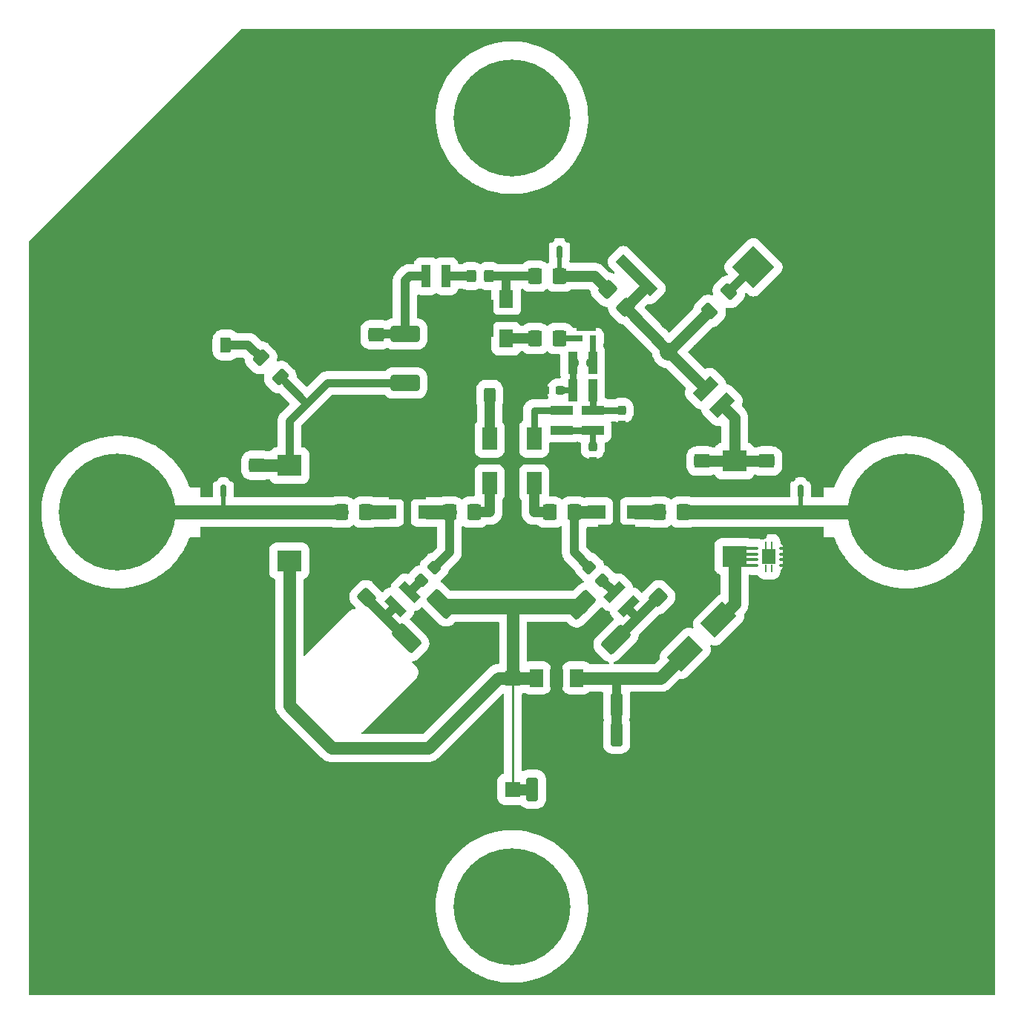
<source format=gbr>
G04 #@! TF.GenerationSoftware,KiCad,Pcbnew,6.0.4-6f826c9f35~116~ubuntu20.04.1*
G04 #@! TF.CreationDate,2022-04-14T13:24:01-04:00*
G04 #@! TF.ProjectId,LWA Balun 2020,4c574120-4261-46c7-956e-20323032302e,rev?*
G04 #@! TF.SameCoordinates,Original*
G04 #@! TF.FileFunction,Copper,L1,Top*
G04 #@! TF.FilePolarity,Positive*
%FSLAX46Y46*%
G04 Gerber Fmt 4.6, Leading zero omitted, Abs format (unit mm)*
G04 Created by KiCad (PCBNEW 6.0.4-6f826c9f35~116~ubuntu20.04.1) date 2022-04-14 13:24:01*
%MOMM*%
%LPD*%
G01*
G04 APERTURE LIST*
G04 Aperture macros list*
%AMRoundRect*
0 Rectangle with rounded corners*
0 $1 Rounding radius*
0 $2 $3 $4 $5 $6 $7 $8 $9 X,Y pos of 4 corners*
0 Add a 4 corners polygon primitive as box body*
4,1,4,$2,$3,$4,$5,$6,$7,$8,$9,$2,$3,0*
0 Add four circle primitives for the rounded corners*
1,1,$1+$1,$2,$3*
1,1,$1+$1,$4,$5*
1,1,$1+$1,$6,$7*
1,1,$1+$1,$8,$9*
0 Add four rect primitives between the rounded corners*
20,1,$1+$1,$2,$3,$4,$5,0*
20,1,$1+$1,$4,$5,$6,$7,0*
20,1,$1+$1,$6,$7,$8,$9,0*
20,1,$1+$1,$8,$9,$2,$3,0*%
%AMRotRect*
0 Rectangle, with rotation*
0 The origin of the aperture is its center*
0 $1 length*
0 $2 width*
0 $3 Rotation angle, in degrees counterclockwise*
0 Add horizontal line*
21,1,$1,$2,0,0,$3*%
%AMFreePoly0*
4,1,11,0.952500,4.102100,0.952500,1.676400,0.457200,1.181100,0.457200,-1.816100,-0.457200,-1.816100,-0.457200,1.181100,-0.952500,1.676400,-0.952500,4.102100,-0.457200,4.597400,0.457200,4.597400,0.952500,4.102100,0.952500,4.102100,$1*%
G04 Aperture macros list end*
G04 #@! TA.AperFunction,SMDPad,CuDef*
%ADD10RotRect,3.500000X2.300000X45.000000*%
G04 #@! TD*
G04 #@! TA.AperFunction,SMDPad,CuDef*
%ADD11RoundRect,0.250000X-0.375000X-0.625000X0.375000X-0.625000X0.375000X0.625000X-0.375000X0.625000X0*%
G04 #@! TD*
G04 #@! TA.AperFunction,SMDPad,CuDef*
%ADD12RoundRect,0.250000X0.548008X0.088388X0.088388X0.548008X-0.548008X-0.088388X-0.088388X-0.548008X0*%
G04 #@! TD*
G04 #@! TA.AperFunction,ComponentPad*
%ADD13C,13.335000*%
G04 #@! TD*
G04 #@! TA.AperFunction,SMDPad,CuDef*
%ADD14R,1.651000X2.540000*%
G04 #@! TD*
G04 #@! TA.AperFunction,SMDPad,CuDef*
%ADD15RotRect,1.016000X2.540000X45.000000*%
G04 #@! TD*
G04 #@! TA.AperFunction,SMDPad,CuDef*
%ADD16RotRect,1.016000X2.540000X135.000000*%
G04 #@! TD*
G04 #@! TA.AperFunction,SMDPad,CuDef*
%ADD17R,3.450001X3.450001*%
G04 #@! TD*
G04 #@! TA.AperFunction,SMDPad,CuDef*
%ADD18R,2.159000X1.600200*%
G04 #@! TD*
G04 #@! TA.AperFunction,ComponentPad*
%ADD19C,0.762000*%
G04 #@! TD*
G04 #@! TA.AperFunction,SMDPad,CuDef*
%ADD20R,4.318000X3.175000*%
G04 #@! TD*
G04 #@! TA.AperFunction,SMDPad,CuDef*
%ADD21FreePoly0,0.000000*%
G04 #@! TD*
G04 #@! TA.AperFunction,SMDPad,CuDef*
%ADD22R,1.600200X2.159000*%
G04 #@! TD*
G04 #@! TA.AperFunction,SMDPad,CuDef*
%ADD23R,3.175000X4.318000*%
G04 #@! TD*
G04 #@! TA.AperFunction,SMDPad,CuDef*
%ADD24FreePoly0,90.000000*%
G04 #@! TD*
G04 #@! TA.AperFunction,SMDPad,CuDef*
%ADD25R,2.794000X2.438400*%
G04 #@! TD*
G04 #@! TA.AperFunction,SMDPad,CuDef*
%ADD26R,1.016000X2.540000*%
G04 #@! TD*
G04 #@! TA.AperFunction,SMDPad,CuDef*
%ADD27RoundRect,0.250000X-0.325000X-0.450000X0.325000X-0.450000X0.325000X0.450000X-0.325000X0.450000X0*%
G04 #@! TD*
G04 #@! TA.AperFunction,SMDPad,CuDef*
%ADD28RotRect,1.397000X2.794000X315.000000*%
G04 #@! TD*
G04 #@! TA.AperFunction,SMDPad,CuDef*
%ADD29RotRect,1.270000X5.588000X225.000000*%
G04 #@! TD*
G04 #@! TA.AperFunction,SMDPad,CuDef*
%ADD30RotRect,1.270000X5.588000X45.000000*%
G04 #@! TD*
G04 #@! TA.AperFunction,ComponentPad*
%ADD31C,7.620000*%
G04 #@! TD*
G04 #@! TA.AperFunction,SMDPad,CuDef*
%ADD32RoundRect,0.250000X0.088388X-0.548008X0.548008X-0.088388X-0.088388X0.548008X-0.548008X0.088388X0*%
G04 #@! TD*
G04 #@! TA.AperFunction,SMDPad,CuDef*
%ADD33RoundRect,0.280000X-0.070711X0.806102X-0.806102X0.070711X0.070711X-0.806102X0.806102X-0.070711X0*%
G04 #@! TD*
G04 #@! TA.AperFunction,SMDPad,CuDef*
%ADD34RoundRect,0.280000X-0.806102X-0.070711X-0.070711X-0.806102X0.806102X0.070711X0.070711X0.806102X0*%
G04 #@! TD*
G04 #@! TA.AperFunction,SMDPad,CuDef*
%ADD35RoundRect,0.280000X0.520000X0.620000X-0.520000X0.620000X-0.520000X-0.620000X0.520000X-0.620000X0*%
G04 #@! TD*
G04 #@! TA.AperFunction,SMDPad,CuDef*
%ADD36RoundRect,0.280000X-0.520000X-0.620000X0.520000X-0.620000X0.520000X0.620000X-0.520000X0.620000X0*%
G04 #@! TD*
G04 #@! TA.AperFunction,SMDPad,CuDef*
%ADD37RoundRect,0.280000X0.620000X-0.520000X0.620000X0.520000X-0.620000X0.520000X-0.620000X-0.520000X0*%
G04 #@! TD*
G04 #@! TA.AperFunction,SMDPad,CuDef*
%ADD38RoundRect,0.280000X-0.620000X0.520000X-0.620000X-0.520000X0.620000X-0.520000X0.620000X0.520000X0*%
G04 #@! TD*
G04 #@! TA.AperFunction,SMDPad,CuDef*
%ADD39RoundRect,0.295200X-0.548008X1.403324X-1.403324X0.548008X0.548008X-1.403324X1.403324X-0.548008X0*%
G04 #@! TD*
G04 #@! TA.AperFunction,SMDPad,CuDef*
%ADD40RoundRect,0.295200X1.379800X-0.604800X1.379800X0.604800X-1.379800X0.604800X-1.379800X-0.604800X0*%
G04 #@! TD*
G04 #@! TA.AperFunction,SMDPad,CuDef*
%ADD41RoundRect,0.295200X-1.403324X-0.548008X-0.548008X-1.403324X1.403324X0.548008X0.548008X1.403324X0*%
G04 #@! TD*
G04 #@! TA.AperFunction,SMDPad,CuDef*
%ADD42R,2.540000X1.016000*%
G04 #@! TD*
G04 #@! TA.AperFunction,SMDPad,CuDef*
%ADD43FreePoly0,180.000000*%
G04 #@! TD*
G04 #@! TA.AperFunction,SMDPad,CuDef*
%ADD44RoundRect,0.280000X0.806102X0.070711X0.070711X0.806102X-0.806102X-0.070711X-0.070711X-0.806102X0*%
G04 #@! TD*
G04 #@! TA.AperFunction,SMDPad,CuDef*
%ADD45RoundRect,0.237500X0.237500X-0.300000X0.237500X0.300000X-0.237500X0.300000X-0.237500X-0.300000X0*%
G04 #@! TD*
G04 #@! TA.AperFunction,SMDPad,CuDef*
%ADD46RoundRect,0.237500X-0.300000X-0.237500X0.300000X-0.237500X0.300000X0.237500X-0.300000X0.237500X0*%
G04 #@! TD*
G04 #@! TA.AperFunction,SMDPad,CuDef*
%ADD47RoundRect,0.250000X0.400000X0.625000X-0.400000X0.625000X-0.400000X-0.625000X0.400000X-0.625000X0*%
G04 #@! TD*
G04 #@! TA.AperFunction,SMDPad,CuDef*
%ADD48R,0.800000X0.700000*%
G04 #@! TD*
G04 #@! TA.AperFunction,SMDPad,CuDef*
%ADD49R,2.300000X0.700000*%
G04 #@! TD*
G04 #@! TA.AperFunction,SMDPad,CuDef*
%ADD50RoundRect,0.150000X-0.150000X0.587500X-0.150000X-0.587500X0.150000X-0.587500X0.150000X0.587500X0*%
G04 #@! TD*
G04 #@! TA.AperFunction,SMDPad,CuDef*
%ADD51RoundRect,0.250000X0.159099X-0.724784X0.724784X-0.159099X-0.159099X0.724784X-0.724784X0.159099X0*%
G04 #@! TD*
G04 #@! TA.AperFunction,SMDPad,CuDef*
%ADD52RotRect,3.450001X3.450001X45.000000*%
G04 #@! TD*
G04 #@! TA.AperFunction,SMDPad,CuDef*
%ADD53RoundRect,0.237500X-0.250000X-0.237500X0.250000X-0.237500X0.250000X0.237500X-0.250000X0.237500X0*%
G04 #@! TD*
G04 #@! TA.AperFunction,SMDPad,CuDef*
%ADD54RoundRect,0.250000X0.412500X1.100000X-0.412500X1.100000X-0.412500X-1.100000X0.412500X-1.100000X0*%
G04 #@! TD*
G04 #@! TA.AperFunction,SMDPad,CuDef*
%ADD55R,1.500000X2.000000*%
G04 #@! TD*
G04 #@! TA.AperFunction,SMDPad,CuDef*
%ADD56R,3.800000X2.000000*%
G04 #@! TD*
G04 #@! TA.AperFunction,SMDPad,CuDef*
%ADD57R,1.778000X1.778000*%
G04 #@! TD*
G04 #@! TA.AperFunction,SMDPad,CuDef*
%ADD58O,0.650000X0.400000*%
G04 #@! TD*
G04 #@! TA.AperFunction,SMDPad,CuDef*
%ADD59R,0.300000X0.400000*%
G04 #@! TD*
G04 #@! TA.AperFunction,SMDPad,CuDef*
%ADD60R,0.230000X0.825000*%
G04 #@! TD*
G04 #@! TA.AperFunction,SMDPad,CuDef*
%ADD61R,1.500000X1.750000*%
G04 #@! TD*
G04 #@! TA.AperFunction,SMDPad,CuDef*
%ADD62RoundRect,0.250000X0.724784X0.159099X0.159099X0.724784X-0.724784X-0.159099X-0.159099X-0.724784X0*%
G04 #@! TD*
G04 #@! TA.AperFunction,ComponentPad*
%ADD63C,2.032000*%
G04 #@! TD*
G04 #@! TA.AperFunction,ViaPad*
%ADD64C,1.270000*%
G04 #@! TD*
G04 #@! TA.AperFunction,ViaPad*
%ADD65C,0.762000*%
G04 #@! TD*
G04 #@! TA.AperFunction,Conductor*
%ADD66C,0.304800*%
G04 #@! TD*
G04 #@! TA.AperFunction,Conductor*
%ADD67C,1.143000*%
G04 #@! TD*
G04 #@! TA.AperFunction,Conductor*
%ADD68C,1.016000*%
G04 #@! TD*
G04 #@! TA.AperFunction,Conductor*
%ADD69C,0.635000*%
G04 #@! TD*
G04 #@! TA.AperFunction,Conductor*
%ADD70C,1.397000*%
G04 #@! TD*
G04 #@! TA.AperFunction,Conductor*
%ADD71C,1.600200*%
G04 #@! TD*
G04 #@! TA.AperFunction,Conductor*
%ADD72C,0.508000*%
G04 #@! TD*
G04 #@! TA.AperFunction,Conductor*
%ADD73C,0.838200*%
G04 #@! TD*
G04 #@! TA.AperFunction,Conductor*
%ADD74C,1.270000*%
G04 #@! TD*
G04 #@! TA.AperFunction,Conductor*
%ADD75C,0.254000*%
G04 #@! TD*
G04 #@! TA.AperFunction,Conductor*
%ADD76C,1.778000*%
G04 #@! TD*
G04 #@! TA.AperFunction,Conductor*
%ADD77C,0.762000*%
G04 #@! TD*
G04 #@! TA.AperFunction,Conductor*
%ADD78C,0.889000*%
G04 #@! TD*
G04 APERTURE END LIST*
D10*
G04 #@! TO.P,D1,1,K*
G04 #@! TO.N,Net-(C1-Pad2)*
X166076514Y-116193696D03*
G04 #@! TO.P,D1,2,A*
G04 #@! TO.N,Net-(D1-Pad2)*
X169894890Y-112375320D03*
G04 #@! TD*
D11*
G04 #@! TO.P,D8,1,K*
G04 #@! TO.N,GND*
X110868000Y-81026000D03*
G04 #@! TO.P,D8,2,A*
G04 #@! TO.N,Net-(D8-Pad2)*
X113668000Y-81026000D03*
G04 #@! TD*
D12*
G04 #@! TO.P,FB2,1*
G04 #@! TO.N,Net-(FB2-Pad1)*
X156589138Y-107821138D03*
G04 #@! TO.P,FB2,2*
G04 #@! TO.N,Net-(C6-Pad2)*
X155139570Y-106371570D03*
G04 #@! TD*
D13*
G04 #@! TO.P,FP1,1,Pin_1*
G04 #@! TO.N,Net-(C4-Pad2)*
X101304000Y-100076000D03*
G04 #@! TD*
G04 #@! TO.P,FP2,1,Pin_1*
G04 #@! TO.N,Net-(C7-Pad2)*
X191304000Y-100076000D03*
G04 #@! TD*
G04 #@! TO.P,FP3,1,Pin_1*
G04 #@! TO.N,unconnected-(FP3-Pad1)*
X146304000Y-55076000D03*
G04 #@! TD*
G04 #@! TO.P,FP4,1,Pin_1*
G04 #@! TO.N,unconnected-(FP4-Pad1)*
X146304000Y-145076000D03*
G04 #@! TD*
D14*
G04 #@! TO.P,H1,1*
G04 #@! TO.N,Net-(H1-Pad1)*
X148844000Y-91694000D03*
G04 #@! TO.P,H1,2*
G04 #@! TO.N,GND*
X146304000Y-91694000D03*
G04 #@! TO.P,H1,3*
G04 #@! TO.N,Net-(H1-Pad3)*
X143764000Y-91694000D03*
G04 #@! TO.P,H1,4*
G04 #@! TO.N,Net-(C5-Pad1)*
X143764000Y-96774000D03*
G04 #@! TO.P,H1,5*
G04 #@! TO.N,GND*
X146304000Y-96774000D03*
G04 #@! TO.P,H1,6*
G04 #@! TO.N,Net-(C6-Pad1)*
X148844000Y-96774000D03*
G04 #@! TD*
D15*
G04 #@! TO.P,L1,1,1*
G04 #@! TO.N,Net-(C2-Pad2)*
X133000730Y-110839270D03*
G04 #@! TO.P,L1,2,2*
G04 #@! TO.N,Net-(FB1-Pad1)*
X134617176Y-109222824D03*
G04 #@! TD*
D16*
G04 #@! TO.P,L2,1,1*
G04 #@! TO.N,Net-(C3-Pad2)*
X159604436Y-110836436D03*
G04 #@! TO.P,L2,2,2*
G04 #@! TO.N,Net-(FB2-Pad1)*
X157987990Y-109219990D03*
G04 #@! TD*
D17*
G04 #@! TO.P,TP2,1,1*
G04 #@! TO.N,GND*
X189230000Y-61595000D03*
G04 #@! TD*
D18*
G04 #@! TO.P,U1,1*
G04 #@! TO.N,Net-(C4-Pad1)*
X132130800Y-100076000D03*
D19*
G04 #@! TO.P,U1,2*
G04 #@! TO.N,GND*
X133121400Y-98018600D03*
X135661400Y-96748600D03*
X134391400Y-96748600D03*
D20*
X134391400Y-97028000D03*
D19*
X133121400Y-96748600D03*
D21*
X134391400Y-100076000D03*
D19*
X134391400Y-98018600D03*
X135661400Y-98018600D03*
X134391400Y-101384100D03*
D18*
G04 #@! TO.P,U1,3*
G04 #@! TO.N,Net-(C5-Pad2)*
X136652000Y-100076000D03*
G04 #@! TD*
D22*
G04 #@! TO.P,U4,1*
G04 #@! TO.N,Net-(C11-Pad1)*
X145669000Y-80264000D03*
D19*
G04 #@! TO.P,U4,2*
G04 #@! TO.N,GND*
X143611600Y-79273400D03*
X143611600Y-76733400D03*
X143611600Y-78003400D03*
X146977100Y-78003400D03*
D23*
X142621000Y-78003400D03*
D19*
X142341600Y-76733400D03*
X142341600Y-78003400D03*
X142341600Y-79273400D03*
D24*
X145669000Y-78003400D03*
D22*
G04 #@! TO.P,U4,3*
G04 #@! TO.N,Net-(C8-Pad2)*
X145669000Y-75742800D03*
G04 #@! TD*
D25*
G04 #@! TO.P,JP2,1,A*
G04 #@! TO.N,Net-(C15-Pad2)*
X120904000Y-94764000D03*
G04 #@! TO.P,JP2,2,B*
G04 #@! TO.N,/VReg*
X120904000Y-105664000D03*
G04 #@! TD*
D26*
G04 #@! TO.P,L4,1,1*
G04 #@! TO.N,Net-(C9-Pad2)*
X136521012Y-73152000D03*
G04 #@! TO.P,L4,2,2*
G04 #@! TO.N,Net-(FB3-Pad1)*
X138807012Y-73152000D03*
G04 #@! TD*
D27*
G04 #@! TO.P,FB3,1*
G04 #@! TO.N,Net-(FB3-Pad1)*
X141646000Y-73152000D03*
G04 #@! TO.P,FB3,2*
G04 #@! TO.N,Net-(C8-Pad2)*
X143696000Y-73152000D03*
G04 #@! TD*
D28*
G04 #@! TO.P,L3,1,1*
G04 #@! TO.N,/DC_PWR*
X168402000Y-85979000D03*
G04 #@! TO.P,L3,2,2*
G04 #@! TO.N,Net-(C12-Pad2)*
X170287854Y-87864854D03*
G04 #@! TD*
D29*
G04 #@! TO.P,GDT1,1*
G04 #@! TO.N,GND*
X163329840Y-70223160D03*
D30*
G04 #@! TO.P,GDT1,2*
G04 #@! TO.N,/DC_PWR*
X160528000Y-73025000D03*
G04 #@! TD*
D31*
G04 #@! TO.P,MH1,1*
G04 #@! TO.N,GND*
X171929628Y-125701628D03*
G04 #@! TD*
D32*
G04 #@! TO.P,FB1,1*
G04 #@! TO.N,Net-(FB1-Pad1)*
X136018862Y-107821138D03*
G04 #@! TO.P,FB1,2*
G04 #@! TO.N,Net-(C5-Pad2)*
X137468430Y-106371570D03*
G04 #@! TD*
D31*
G04 #@! TO.P,MH2,1*
G04 #@! TO.N,GND*
X120678372Y-74450372D03*
G04 #@! TD*
D33*
G04 #@! TO.P,C2,1*
G04 #@! TO.N,GND*
X131708770Y-107830640D03*
G04 #@! TO.P,C2,2*
G04 #@! TO.N,Net-(C2-Pad2)*
X129728872Y-109810538D03*
G04 #@! TD*
D34*
G04 #@! TO.P,C3,1*
G04 #@! TO.N,GND*
X161022982Y-107809982D03*
G04 #@! TO.P,C3,2*
G04 #@! TO.N,Net-(C3-Pad2)*
X163002880Y-109789880D03*
G04 #@! TD*
D35*
G04 #@! TO.P,C5,1*
G04 #@! TO.N,Net-(C5-Pad1)*
X141986000Y-100076000D03*
G04 #@! TO.P,C5,2*
G04 #@! TO.N,Net-(C5-Pad2)*
X139186000Y-100076000D03*
G04 #@! TD*
D36*
G04 #@! TO.P,C6,1*
G04 #@! TO.N,Net-(C6-Pad1)*
X150622000Y-100076000D03*
G04 #@! TO.P,C6,2*
G04 #@! TO.N,Net-(C6-Pad2)*
X153422000Y-100076000D03*
G04 #@! TD*
G04 #@! TO.P,C7,1*
G04 #@! TO.N,Net-(C7-Pad1)*
X163067997Y-100076000D03*
G04 #@! TO.P,C7,2*
G04 #@! TO.N,Net-(C7-Pad2)*
X165867997Y-100076000D03*
G04 #@! TD*
D35*
G04 #@! TO.P,C8,1*
G04 #@! TO.N,Net-(C19-Pad2)*
X151731500Y-73152000D03*
G04 #@! TO.P,C8,2*
G04 #@! TO.N,Net-(C8-Pad2)*
X148931500Y-73152000D03*
G04 #@! TD*
D37*
G04 #@! TO.P,C9,1*
G04 #@! TO.N,GND*
X130810000Y-82640500D03*
G04 #@! TO.P,C9,2*
G04 #@! TO.N,Net-(C9-Pad2)*
X130810000Y-79840500D03*
G04 #@! TD*
D36*
G04 #@! TO.P,C11,1*
G04 #@! TO.N,Net-(C11-Pad1)*
X148931500Y-80264000D03*
G04 #@! TO.P,C11,2*
G04 #@! TO.N,Net-(ATT1-Pad2)*
X151731500Y-80264000D03*
G04 #@! TD*
D38*
G04 #@! TO.P,C12,1*
G04 #@! TO.N,GND*
X168024000Y-91456000D03*
G04 #@! TO.P,C12,2*
G04 #@! TO.N,Net-(C12-Pad2)*
X168024000Y-94256000D03*
G04 #@! TD*
G04 #@! TO.P,C13,1*
G04 #@! TO.N,GND*
X175384000Y-91456000D03*
G04 #@! TO.P,C13,2*
G04 #@! TO.N,Net-(C12-Pad2)*
X175384000Y-94256000D03*
G04 #@! TD*
G04 #@! TO.P,C15,1*
G04 #@! TO.N,GND*
X117221000Y-91942000D03*
G04 #@! TO.P,C15,2*
G04 #@! TO.N,Net-(C15-Pad2)*
X117221000Y-94742000D03*
G04 #@! TD*
D39*
G04 #@! TO.P,R1,1*
G04 #@! TO.N,/VReg*
X138250898Y-110536712D03*
G04 #@! TO.P,R1,2*
G04 #@! TO.N,Net-(C2-Pad2)*
X134291100Y-114496510D03*
G04 #@! TD*
D40*
G04 #@! TO.P,R6,1*
G04 #@! TO.N,Net-(C15-Pad2)*
X134112000Y-85350000D03*
G04 #@! TO.P,R6,2*
G04 #@! TO.N,Net-(C9-Pad2)*
X134112000Y-79750000D03*
G04 #@! TD*
D41*
G04 #@! TO.P,R2,1*
G04 #@! TO.N,/VReg*
X154230102Y-110663712D03*
G04 #@! TO.P,R2,2*
G04 #@! TO.N,Net-(C3-Pad2)*
X158189900Y-114623510D03*
G04 #@! TD*
D42*
G04 #@! TO.P,L6,1,1*
G04 #@! TO.N,Net-(H1-Pad1)*
X151993600Y-88438810D03*
G04 #@! TO.P,L6,2,2*
G04 #@! TO.N,Net-(C17-Pad2)*
X151993600Y-90724810D03*
G04 #@! TD*
G04 #@! TO.P,L5,1,1*
G04 #@! TO.N,Net-(C17-Pad2)*
X155524200Y-90724810D03*
G04 #@! TO.P,L5,2,2*
G04 #@! TO.N,Net-(C14-Pad2)*
X155524200Y-88438810D03*
G04 #@! TD*
D18*
G04 #@! TO.P,U2,1*
G04 #@! TO.N,Net-(C7-Pad1)*
X160477200Y-100076000D03*
D19*
G04 #@! TO.P,U2,2*
G04 #@! TO.N,GND*
X156946600Y-102133400D03*
X159486600Y-103403400D03*
X156946600Y-103403400D03*
X159486600Y-102133400D03*
D20*
X158216600Y-103124000D03*
D43*
X158216600Y-100076000D03*
D19*
X158216600Y-102133400D03*
X158216600Y-98767900D03*
X158216600Y-103403400D03*
D18*
G04 #@! TO.P,U2,3*
G04 #@! TO.N,Net-(C6-Pad2)*
X155956000Y-100076000D03*
G04 #@! TD*
D35*
G04 #@! TO.P,C4,1*
G04 #@! TO.N,Net-(C4-Pad1)*
X129627500Y-100076000D03*
G04 #@! TO.P,C4,2*
G04 #@! TO.N,Net-(C4-Pad2)*
X126827500Y-100076000D03*
G04 #@! TD*
D44*
G04 #@! TO.P,C19,1*
G04 #@! TO.N,/DC_PWR*
X159232600Y-76682600D03*
G04 #@! TO.P,C19,2*
G04 #@! TO.N,Net-(C19-Pad2)*
X157252702Y-74702702D03*
G04 #@! TD*
D45*
G04 #@! TO.P,C14,1*
G04 #@! TO.N,GND*
X158826200Y-90176310D03*
G04 #@! TO.P,C14,2*
G04 #@! TO.N,Net-(C14-Pad2)*
X158826200Y-88451310D03*
G04 #@! TD*
G04 #@! TO.P,C17,1*
G04 #@! TO.N,GND*
X155524200Y-94320500D03*
G04 #@! TO.P,C17,2*
G04 #@! TO.N,Net-(C17-Pad2)*
X155524200Y-92595500D03*
G04 #@! TD*
D26*
G04 #@! TO.P,L7,1,1*
G04 #@! TO.N,Net-(C14-Pad2)*
X155524200Y-86207600D03*
G04 #@! TO.P,L7,2,2*
G04 #@! TO.N,Net-(C20-Pad2)*
X153238200Y-86207600D03*
G04 #@! TD*
D46*
G04 #@! TO.P,C20,1*
G04 #@! TO.N,GND*
X150065400Y-86207600D03*
G04 #@! TO.P,C20,2*
G04 #@! TO.N,Net-(C20-Pad2)*
X151790400Y-86207600D03*
G04 #@! TD*
D47*
G04 #@! TO.P,R3,1*
G04 #@! TO.N,GND*
X146864000Y-86741000D03*
G04 #@! TO.P,R3,2*
G04 #@! TO.N,Net-(H1-Pad3)*
X143764000Y-86741000D03*
G04 #@! TD*
D48*
G04 #@! TO.P,ATT1,1*
G04 #@! TO.N,Net-(ATT1-Pad1)*
X155524200Y-80264000D03*
G04 #@! TO.P,ATT1,2*
G04 #@! TO.N,Net-(ATT1-Pad2)*
X154024200Y-80264000D03*
D49*
G04 #@! TO.P,ATT1,3*
G04 #@! TO.N,GND*
X154774200Y-79064000D03*
G04 #@! TD*
D50*
G04 #@! TO.P,D2,1,K*
G04 #@! TO.N,GND*
X114329000Y-95852500D03*
G04 #@! TO.P,D2,2,A*
X112429000Y-95852500D03*
G04 #@! TO.P,D2,3,K*
G04 #@! TO.N,Net-(C4-Pad2)*
X113379000Y-97727500D03*
G04 #@! TD*
G04 #@! TO.P,D4,1,K*
G04 #@! TO.N,GND*
X180179000Y-95852500D03*
G04 #@! TO.P,D4,2,A*
X178279000Y-95852500D03*
G04 #@! TO.P,D4,3,K*
G04 #@! TO.N,Net-(C7-Pad2)*
X179229000Y-97727500D03*
G04 #@! TD*
G04 #@! TO.P,D3,1,K*
G04 #@! TO.N,GND*
X152681500Y-68547500D03*
G04 #@! TO.P,D3,2,A*
X150781500Y-68547500D03*
G04 #@! TO.P,D3,3,K*
G04 #@! TO.N,Net-(C19-Pad2)*
X151731500Y-70422500D03*
G04 #@! TD*
D25*
G04 #@! TO.P,JP1,1,A*
G04 #@! TO.N,Net-(D1-Pad2)*
X171704000Y-105156000D03*
G04 #@! TO.P,JP1,2,B*
G04 #@! TO.N,Net-(C12-Pad2)*
X171704000Y-94256000D03*
G04 #@! TD*
D51*
G04 #@! TO.P,R4,1*
G04 #@! TO.N,/DC_PWR*
X168865805Y-77133195D03*
G04 #@! TO.P,R4,2*
G04 #@! TO.N,Net-(R4-Pad2)*
X171057837Y-74941163D03*
G04 #@! TD*
D52*
G04 #@! TO.P,TP1,1,1*
G04 #@! TO.N,Net-(R4-Pad2)*
X173862990Y-72136000D03*
G04 #@! TD*
D53*
G04 #@! TO.P,L8,1,1*
G04 #@! TO.N,Net-(C20-Pad2)*
X153468700Y-83058000D03*
D26*
X153238200Y-83058000D03*
G04 #@! TO.P,L8,2,2*
G04 #@! TO.N,Net-(ATT1-Pad1)*
X155524200Y-83058000D03*
D53*
X155293700Y-83058000D03*
G04 #@! TD*
D54*
G04 #@! TO.P,C16,1*
G04 #@! TO.N,GND*
X151767000Y-131699000D03*
G04 #@! TO.P,C16,2*
G04 #@! TO.N,/VReg*
X148642000Y-131699000D03*
G04 #@! TD*
D55*
G04 #@! TO.P,U3,1,VI*
G04 #@! TO.N,Net-(C1-Pad2)*
X153698000Y-118999000D03*
G04 #@! TO.P,U3,2,GND*
G04 #@! TO.N,GND*
X151398000Y-118999000D03*
D56*
X151398000Y-125299000D03*
D55*
G04 #@! TO.P,U3,3,VO*
G04 #@! TO.N,/VReg*
X149098000Y-118999000D03*
G04 #@! TD*
D54*
G04 #@! TO.P,C18,1*
G04 #@! TO.N,GND*
X161367000Y-125425200D03*
G04 #@! TO.P,C18,2*
G04 #@! TO.N,Net-(C1-Pad2)*
X158242000Y-125425200D03*
G04 #@! TD*
G04 #@! TO.P,C1,1*
G04 #@! TO.N,GND*
X161367000Y-122113960D03*
G04 #@! TO.P,C1,2*
G04 #@! TO.N,Net-(C1-Pad2)*
X158242000Y-122113960D03*
G04 #@! TD*
D57*
G04 #@! TO.P,R7,1*
G04 #@! TO.N,/VReg*
X146431000Y-131699000D03*
G04 #@! TO.P,R7,2*
X146431000Y-118999000D03*
G04 #@! TD*
D58*
G04 #@! TO.P,U5,1,GND*
G04 #@! TO.N,GND*
X177151347Y-106147826D03*
D59*
X177351347Y-106147826D03*
G04 #@! TO.P,U5,2,GND*
X177351347Y-105497826D03*
D58*
X177151347Y-105497826D03*
G04 #@! TO.P,U5,3,GND*
X177151347Y-104847826D03*
D59*
X177351347Y-104847826D03*
D58*
G04 #@! TO.P,U5,4,GND*
X177151347Y-104197826D03*
D59*
X177351347Y-104197826D03*
D58*
G04 #@! TO.P,U5,5,IN*
G04 #@! TO.N,Net-(D1-Pad2)*
X174051347Y-104197826D03*
D59*
X173851347Y-104197826D03*
G04 #@! TO.P,U5,6,IN*
X173851347Y-104847826D03*
D58*
X174051347Y-104847826D03*
D59*
G04 #@! TO.P,U5,7,IN*
X173851347Y-105497826D03*
D58*
X174051347Y-105497826D03*
G04 #@! TO.P,U5,8,IN*
X174051347Y-106147826D03*
D59*
X173851347Y-106147826D03*
D60*
G04 #@! TO.P,U5,9,EP*
G04 #@! TO.N,unconnected-(U5-Pad9)*
X175276347Y-106460326D03*
X175926347Y-106460326D03*
D61*
X175601347Y-105172826D03*
D60*
X175926347Y-103885326D03*
X175276347Y-103885326D03*
G04 #@! TD*
D62*
G04 #@! TO.P,R5,1*
G04 #@! TO.N,Net-(C15-Pad2)*
X119861950Y-84682950D03*
G04 #@! TO.P,R5,2*
G04 #@! TO.N,Net-(D8-Pad2)*
X117669918Y-82490918D03*
G04 #@! TD*
D63*
G04 #@! TO.P,S3,1,In*
G04 #@! TO.N,/DC_PWR*
X164211000Y-81788000D03*
G04 #@! TO.P,S3,2,Ext*
G04 #@! TO.N,GND*
X164211000Y-78195898D03*
X167803102Y-81788000D03*
X164211000Y-85380102D03*
X160618898Y-81788000D03*
G04 #@! TD*
D64*
G04 #@! TO.N,GND*
X146304000Y-100076000D03*
X155829000Y-134493000D03*
X174879000Y-102616000D03*
X137541000Y-130175000D03*
X146304000Y-89281000D03*
X136779000Y-120396000D03*
D65*
X178178848Y-104197826D03*
X178178847Y-106147826D03*
X178178847Y-105497826D03*
X178178847Y-104847826D03*
D64*
X146739000Y-84709000D03*
X151406020Y-127381000D03*
X148590000Y-125182040D03*
X154206000Y-125415960D03*
X162941000Y-122113954D03*
X162941000Y-125425200D03*
X153670000Y-131699000D03*
X138684000Y-82296000D03*
X110744000Y-64516000D03*
X187911630Y-121276150D03*
X167259000Y-89357200D03*
X107950000Y-70612000D03*
X167894000Y-97536000D03*
X132842000Y-106426000D03*
X159766000Y-106426000D03*
X163449000Y-67538600D03*
X134366000Y-102743000D03*
X128524000Y-93726000D03*
X151257000Y-94234000D03*
X113030000Y-67183000D03*
X164871400Y-74523600D03*
X113792000Y-84963000D03*
X116141500Y-47833010D03*
X173228000Y-82169000D03*
X108839000Y-138811000D03*
X117729000Y-97536000D03*
X124714000Y-102616000D03*
X180594000Y-130556000D03*
X117729000Y-102616000D03*
X125222000Y-108204000D03*
X105029000Y-59055000D03*
X177546000Y-74803000D03*
X179324000Y-67056000D03*
X176466500Y-47833020D03*
X162306000Y-105232200D03*
X116459000Y-108127800D03*
X125103850Y-141683630D03*
X128524000Y-89916000D03*
X104696370Y-121276150D03*
X94061010Y-130238500D03*
X163271200Y-90068400D03*
X174879000Y-97536000D03*
X100584000Y-141224000D03*
X149148800Y-83794600D03*
X152425400Y-77774800D03*
X187911630Y-78875850D03*
X151384000Y-104216200D03*
X166370000Y-58420000D03*
X141351000Y-94234000D03*
X124460000Y-81026000D03*
X142875000Y-133223000D03*
X130302000Y-105232200D03*
X113919000Y-117221000D03*
X150114000Y-113766600D03*
X151384000Y-107696000D03*
X94061020Y-69913500D03*
X157226000Y-78486000D03*
X118110000Y-89408000D03*
X198546990Y-69913500D03*
X161544000Y-92456000D03*
X117729000Y-124841000D03*
X141224000Y-104216200D03*
X116205000Y-153416000D03*
X175437800Y-110566200D03*
X138684000Y-87376000D03*
X181864000Y-64516000D03*
X167504150Y-141683630D03*
X157937200Y-94107000D03*
X153797000Y-135636000D03*
X165963600Y-70027800D03*
X162306000Y-95072200D03*
X146304000Y-67056000D03*
X126619000Y-53721000D03*
X125984000Y-132461000D03*
X166624000Y-133731000D03*
X167894000Y-102616000D03*
X181864000Y-135636000D03*
X141224000Y-107696000D03*
X126517400Y-66827400D03*
X182626000Y-82042000D03*
X143129000Y-113766600D03*
X104696370Y-78875850D03*
X158242000Y-97409000D03*
X180594000Y-69596000D03*
X198546980Y-130238500D03*
X175437800Y-89585800D03*
X130302000Y-95072200D03*
X124714000Y-97536000D03*
X179324000Y-133096000D03*
X125222000Y-92100400D03*
X138684000Y-78740000D03*
X188950600Y-142494000D03*
X110744000Y-135636000D03*
X158623000Y-129921000D03*
X176466500Y-152318990D03*
X178054000Y-119761000D03*
X164719000Y-112699800D03*
X188960220Y-57419780D03*
G04 #@! TD*
D66*
G04 #@! TO.N,GND*
X178178848Y-104197826D02*
X177151346Y-104197826D01*
X178178847Y-106147826D02*
X177151347Y-106147826D01*
X178178847Y-105497826D02*
X177151346Y-105497826D01*
X178178847Y-104847826D02*
X177151347Y-104847826D01*
D67*
X146739000Y-86741000D02*
X146739000Y-84709000D01*
X160961110Y-107748110D02*
X159766000Y-106553000D01*
D68*
X132842000Y-106426000D02*
X131646900Y-107748100D01*
D67*
X146304000Y-91694000D02*
X146304000Y-89281000D01*
X146304000Y-100076000D02*
X146304000Y-96774000D01*
X159766000Y-106553000D02*
X159766000Y-106426000D01*
D69*
G04 #@! TO.N,Net-(ATT1-Pad1)*
X155524200Y-83058000D02*
X155524200Y-80264000D01*
G04 #@! TO.N,Net-(ATT1-Pad2)*
X151731500Y-80264000D02*
X154024200Y-80264000D01*
D70*
G04 #@! TO.N,Net-(C1-Pad2)*
X163271210Y-118999000D02*
X166076514Y-116193696D01*
D68*
X158242000Y-122113960D02*
X158242000Y-118999000D01*
D67*
X158242000Y-125425200D02*
X158242000Y-122113960D01*
D70*
X153698000Y-118999000D02*
X163271210Y-118999000D01*
D68*
G04 #@! TO.N,Net-(C2-Pad2)*
X133000720Y-110846520D02*
X131852640Y-111994600D01*
D67*
X134291100Y-114496510D02*
X129667000Y-109872410D01*
D68*
X133000720Y-110839280D02*
X133000720Y-110846520D01*
D67*
G04 #@! TO.N,Net-(C3-Pad2)*
X162818810Y-109994600D02*
X158189900Y-114623510D01*
D68*
X160667190Y-112145940D02*
X159480570Y-110966770D01*
D71*
G04 #@! TO.N,Net-(C4-Pad2)*
X126827500Y-100076000D02*
X113379000Y-100076000D01*
D72*
X113379000Y-100076000D02*
X113379000Y-97790000D01*
D71*
X113379000Y-100076000D02*
X101304000Y-100076000D01*
G04 #@! TO.N,Net-(C4-Pad1)*
X132130800Y-100076000D02*
X129627500Y-100076000D01*
D67*
G04 #@! TO.N,Net-(C5-Pad1)*
X143764000Y-100076000D02*
X141986000Y-100076000D01*
X143764000Y-96774000D02*
X143764000Y-100076000D01*
D68*
G04 #@! TO.N,Net-(C5-Pad2)*
X139186000Y-104654000D02*
X137468430Y-106371570D01*
D71*
X139186000Y-100076000D02*
X136652000Y-100076000D01*
D68*
X139186000Y-100076000D02*
X139186000Y-104654000D01*
G04 #@! TO.N,Net-(C6-Pad2)*
X153422000Y-100076000D02*
X153422000Y-104654000D01*
X153422000Y-104654000D02*
X155139570Y-106371570D01*
D70*
X155956000Y-100076000D02*
X153972000Y-100076000D01*
D68*
X153797000Y-100251000D02*
X153972000Y-100076000D01*
D67*
G04 #@! TO.N,Net-(C6-Pad1)*
X148844000Y-100076000D02*
X148844000Y-96774000D01*
X150622000Y-100076000D02*
X148844000Y-100076000D01*
D71*
G04 #@! TO.N,Net-(C7-Pad1)*
X163068000Y-100076000D02*
X160477200Y-100076000D01*
G04 #@! TO.N,Net-(C7-Pad2)*
X191304000Y-100076000D02*
X179229000Y-100076000D01*
X179229000Y-100076000D02*
X165868000Y-100076000D01*
D72*
X179229000Y-100076000D02*
X179229000Y-97790000D01*
D73*
G04 #@! TO.N,/DC_PWR*
X161715400Y-74225130D02*
X161715330Y-74225200D01*
D74*
X168865805Y-77133195D02*
X164211000Y-81788000D01*
D73*
X161721800Y-74218800D02*
X161715400Y-74225130D01*
D74*
X161715330Y-74225200D02*
X159231950Y-76681950D01*
D73*
X161721800Y-74218800D02*
X160528000Y-73025000D01*
D74*
X164211000Y-81788000D02*
X159232600Y-76682600D01*
X168402000Y-85979000D02*
X164211000Y-81788000D01*
D68*
G04 #@! TO.N,Net-(C8-Pad2)*
X148931500Y-73152000D02*
X145669000Y-73152000D01*
X145669000Y-75742800D02*
X145669000Y-73152000D01*
X145669000Y-73152000D02*
X143696000Y-73152000D01*
G04 #@! TO.N,Net-(C9-Pad2)*
X136521010Y-73152000D02*
X134620000Y-73152000D01*
X134112000Y-79750000D02*
X134109000Y-79753000D01*
X134620000Y-73152000D02*
X134112000Y-73660000D01*
X134109000Y-79753000D02*
X130810000Y-79753000D01*
X134112000Y-79750000D02*
X134112000Y-73660000D01*
D75*
G04 #@! TO.N,/VReg*
X146431000Y-118999000D02*
X146431000Y-131699000D01*
D76*
X146431000Y-110796100D02*
X138510286Y-110796100D01*
D70*
X146431000Y-118999000D02*
X144780000Y-118999000D01*
X120904000Y-122174000D02*
X120904000Y-105664000D01*
D76*
X154097714Y-110796100D02*
X146431000Y-110796100D01*
X138510286Y-110796100D02*
X138250898Y-110536712D01*
D70*
X144780000Y-118999000D02*
X136779000Y-127000000D01*
X146431000Y-118999000D02*
X146431000Y-110796100D01*
X149098000Y-118999000D02*
X146431000Y-118999000D01*
X125730000Y-127000000D02*
X120904000Y-122174000D01*
D74*
X148642000Y-131699000D02*
X146431000Y-131699000D01*
D76*
X154230102Y-110663712D02*
X154097714Y-110796100D01*
D70*
X136779000Y-127000000D02*
X125730000Y-127000000D01*
D67*
G04 #@! TO.N,Net-(C11-Pad1)*
X148931500Y-80264000D02*
X145669000Y-80264000D01*
D74*
G04 #@! TO.N,Net-(C12-Pad2)*
X168024000Y-94256000D02*
X171704000Y-94256000D01*
X171704000Y-94256000D02*
X171704000Y-89281000D01*
X171704000Y-89281000D02*
X170287854Y-87864854D01*
X175384000Y-94256000D02*
X171704000Y-94256000D01*
D77*
G04 #@! TO.N,Net-(C14-Pad2)*
X155524200Y-88438810D02*
X155524200Y-86207600D01*
X158826200Y-88438810D02*
X155524200Y-88438810D01*
D70*
G04 #@! TO.N,Net-(C15-Pad2)*
X120802400Y-94742000D02*
X117221000Y-94742000D01*
D78*
X122865000Y-87701000D02*
X120904000Y-89662000D01*
X120904000Y-94640400D02*
X120904000Y-89662000D01*
X134112000Y-85350000D02*
X125216000Y-85350000D01*
X122865000Y-87701000D02*
X119861950Y-84682950D01*
X125216000Y-85350000D02*
X122865000Y-87701000D01*
D77*
G04 #@! TO.N,Net-(C17-Pad2)*
X155524200Y-90728800D02*
X151993600Y-90728800D01*
D69*
X155524200Y-90724810D02*
X155524200Y-92595500D01*
D70*
G04 #@! TO.N,Net-(D1-Pad2)*
X171704000Y-110566200D02*
X171704000Y-105156000D01*
D66*
X174051347Y-104197826D02*
X172662174Y-104197826D01*
X172012174Y-104847826D02*
X171704000Y-105156000D01*
X172695826Y-106147826D02*
X171704000Y-105156000D01*
X174051347Y-104847826D02*
X172012174Y-104847826D01*
X174051347Y-105497826D02*
X172045826Y-105497826D01*
X172662174Y-104197826D02*
X171704000Y-105156000D01*
D70*
X171704000Y-110566200D02*
X169894890Y-112375320D01*
D66*
X174051347Y-106147826D02*
X172695826Y-106147826D01*
X172045826Y-105497826D02*
X171704000Y-105156000D01*
D68*
G04 #@! TO.N,Net-(D8-Pad2)*
X116205000Y-81026000D02*
X113668000Y-81026000D01*
X117669918Y-82490918D02*
X116205000Y-81026000D01*
G04 #@! TO.N,Net-(FB1-Pad1)*
X136018862Y-107821138D02*
X134617166Y-109222834D01*
G04 #@! TO.N,Net-(FB2-Pad1)*
X157987990Y-109219990D02*
X156589138Y-107821138D01*
G04 #@! TO.N,Net-(FB3-Pad1)*
X141646000Y-73152000D02*
X138811000Y-73152000D01*
D77*
G04 #@! TO.N,Net-(H1-Pad1)*
X148844000Y-91694000D02*
X148844000Y-88438810D01*
X151993600Y-88438810D02*
X148844000Y-88438810D01*
D67*
G04 #@! TO.N,Net-(H1-Pad3)*
X143764000Y-91694000D02*
X143764000Y-86741000D01*
D74*
G04 #@! TO.N,Net-(C19-Pad2)*
X157252702Y-74702702D02*
X155702000Y-73152000D01*
X155702000Y-73152000D02*
X151731500Y-73152000D01*
D72*
X151731500Y-73152000D02*
X151731500Y-70485000D01*
D77*
G04 #@! TO.N,Net-(C20-Pad2)*
X153238200Y-86207600D02*
X153238200Y-83058000D01*
D69*
X153238200Y-86207600D02*
X151790400Y-86207600D01*
D68*
G04 #@! TO.N,Net-(R4-Pad2)*
X173862990Y-72136000D02*
X171057837Y-74941153D01*
G04 #@! TD*
G04 #@! TA.AperFunction,Conductor*
G04 #@! TO.N,GND*
G36*
X181864000Y-98386400D02*
G01*
X180544500Y-98386400D01*
X180476379Y-98366398D01*
X180429886Y-98312742D01*
X180418500Y-98260400D01*
X180418500Y-97040702D01*
X180418183Y-97034444D01*
X180377889Y-96834609D01*
X180299548Y-96646407D01*
X180186143Y-96477005D01*
X180041995Y-96332857D01*
X179872593Y-96219452D01*
X179866902Y-96217083D01*
X179866900Y-96217082D01*
X179690087Y-96143482D01*
X179684391Y-96141111D01*
X179484556Y-96100817D01*
X179478298Y-96100500D01*
X178979702Y-96100500D01*
X178973444Y-96100817D01*
X178773609Y-96141111D01*
X178767913Y-96143482D01*
X178591100Y-96217082D01*
X178591098Y-96217083D01*
X178585407Y-96219452D01*
X178416005Y-96332857D01*
X178271857Y-96477005D01*
X178158452Y-96646407D01*
X178080111Y-96834609D01*
X178039817Y-97034444D01*
X178039500Y-97040702D01*
X178039500Y-98260400D01*
X178019498Y-98328521D01*
X177965842Y-98375014D01*
X177913500Y-98386400D01*
X166887883Y-98386400D01*
X166836735Y-98375551D01*
X166835526Y-98375014D01*
X166764560Y-98343492D01*
X166758943Y-98342149D01*
X166758941Y-98342148D01*
X166560515Y-98294693D01*
X166560509Y-98294692D01*
X166555516Y-98293498D01*
X166518680Y-98290858D01*
X166460140Y-98286661D01*
X166460132Y-98286661D01*
X166457890Y-98286500D01*
X165873293Y-98286500D01*
X165278105Y-98286501D01*
X165275811Y-98286669D01*
X165275806Y-98286669D01*
X165183584Y-98293416D01*
X165183580Y-98293417D01*
X165178449Y-98293792D01*
X165173447Y-98294998D01*
X165173444Y-98294998D01*
X165099819Y-98312742D01*
X164969493Y-98344151D01*
X164773212Y-98431746D01*
X164768458Y-98435019D01*
X164768457Y-98435020D01*
X164759909Y-98440906D01*
X164596182Y-98553643D01*
X164592102Y-98557730D01*
X164592101Y-98557731D01*
X164557106Y-98592787D01*
X164494823Y-98626866D01*
X164424003Y-98621863D01*
X164378918Y-98592944D01*
X164338236Y-98552333D01*
X164333474Y-98549066D01*
X164333470Y-98549063D01*
X164165757Y-98434012D01*
X164165756Y-98434012D01*
X164160993Y-98430744D01*
X163964560Y-98343492D01*
X163958943Y-98342149D01*
X163958941Y-98342148D01*
X163760515Y-98294693D01*
X163760509Y-98294692D01*
X163755516Y-98293498D01*
X163718680Y-98290858D01*
X163660140Y-98286661D01*
X163660132Y-98286661D01*
X163657890Y-98286500D01*
X163073293Y-98286500D01*
X162478105Y-98286501D01*
X162475811Y-98286669D01*
X162475806Y-98286669D01*
X162383584Y-98293416D01*
X162383580Y-98293417D01*
X162378449Y-98293792D01*
X162373447Y-98294998D01*
X162373444Y-98294998D01*
X162299819Y-98312742D01*
X162169493Y-98344151D01*
X162119642Y-98366398D01*
X162099332Y-98375462D01*
X162047983Y-98386400D01*
X159335442Y-98386400D01*
X159332994Y-98386593D01*
X159332986Y-98386593D01*
X159269166Y-98391616D01*
X159257785Y-98392512D01*
X159252212Y-98394005D01*
X159252208Y-98394006D01*
X159092145Y-98436895D01*
X159077176Y-98440906D01*
X158910575Y-98525793D01*
X158905446Y-98529946D01*
X158905445Y-98529947D01*
X158881839Y-98549063D01*
X158765264Y-98643464D01*
X158647593Y-98788775D01*
X158562706Y-98955376D01*
X158514312Y-99135985D01*
X158508200Y-99213642D01*
X158508200Y-100938358D01*
X158508393Y-100940806D01*
X158508393Y-100940814D01*
X158508733Y-100945135D01*
X158514312Y-101016015D01*
X158515805Y-101021588D01*
X158515806Y-101021592D01*
X158560998Y-101190250D01*
X158562706Y-101196624D01*
X158647593Y-101363225D01*
X158651746Y-101368354D01*
X158651747Y-101368355D01*
X158712495Y-101443372D01*
X158765264Y-101508536D01*
X158770390Y-101512687D01*
X158880228Y-101601632D01*
X158910575Y-101626207D01*
X159077176Y-101711094D01*
X159083549Y-101712802D01*
X159083550Y-101712802D01*
X159252208Y-101757994D01*
X159252212Y-101757995D01*
X159257785Y-101759488D01*
X159263541Y-101759941D01*
X159332986Y-101765407D01*
X159332994Y-101765407D01*
X159335442Y-101765600D01*
X162048111Y-101765600D01*
X162099258Y-101776449D01*
X162171434Y-101808508D01*
X162177051Y-101809851D01*
X162177053Y-101809852D01*
X162375479Y-101857307D01*
X162375485Y-101857308D01*
X162380478Y-101858502D01*
X162417314Y-101861142D01*
X162475854Y-101865339D01*
X162475862Y-101865339D01*
X162478104Y-101865500D01*
X163062701Y-101865500D01*
X163657889Y-101865499D01*
X163660183Y-101865331D01*
X163660188Y-101865331D01*
X163752410Y-101858584D01*
X163752414Y-101858583D01*
X163757545Y-101858208D01*
X163762547Y-101857002D01*
X163762550Y-101857002D01*
X163901647Y-101823479D01*
X163966501Y-101807849D01*
X164162782Y-101720254D01*
X164173605Y-101712802D01*
X164251297Y-101659306D01*
X164339812Y-101598357D01*
X164343893Y-101594269D01*
X164378888Y-101559213D01*
X164441171Y-101525134D01*
X164511991Y-101530137D01*
X164557076Y-101559056D01*
X164597758Y-101599667D01*
X164602519Y-101602933D01*
X164602524Y-101602937D01*
X164768768Y-101716980D01*
X164775001Y-101721256D01*
X164971434Y-101808508D01*
X164977051Y-101809851D01*
X164977053Y-101809852D01*
X165175479Y-101857307D01*
X165175485Y-101857308D01*
X165180478Y-101858502D01*
X165217314Y-101861142D01*
X165275854Y-101865339D01*
X165275862Y-101865339D01*
X165278104Y-101865500D01*
X165862701Y-101865500D01*
X166457889Y-101865499D01*
X166460183Y-101865331D01*
X166460188Y-101865331D01*
X166552410Y-101858584D01*
X166552414Y-101858583D01*
X166557545Y-101858208D01*
X166562547Y-101857002D01*
X166562550Y-101857002D01*
X166701647Y-101823479D01*
X166766501Y-101807849D01*
X166836663Y-101776538D01*
X166888011Y-101765600D01*
X181864000Y-101765600D01*
X181864000Y-135636000D01*
X110744000Y-135636000D01*
X110744000Y-106945458D01*
X118617500Y-106945458D01*
X118617693Y-106947906D01*
X118617693Y-106947914D01*
X118619583Y-106971924D01*
X118623612Y-107023115D01*
X118625105Y-107028688D01*
X118625106Y-107028692D01*
X118662060Y-107166604D01*
X118672006Y-107203724D01*
X118756893Y-107370325D01*
X118874564Y-107515636D01*
X119019875Y-107633307D01*
X119186476Y-107718194D01*
X119192847Y-107719901D01*
X119192852Y-107719903D01*
X119222610Y-107727876D01*
X119283233Y-107764827D01*
X119314255Y-107828687D01*
X119316000Y-107849583D01*
X119316000Y-122106668D01*
X119315612Y-122116554D01*
X119311091Y-122174000D01*
X119316000Y-122236376D01*
X119316000Y-122236389D01*
X119330701Y-122423186D01*
X119389053Y-122666236D01*
X119390943Y-122670799D01*
X119390945Y-122670805D01*
X119445650Y-122802874D01*
X119484707Y-122897166D01*
X119615308Y-123110289D01*
X119618523Y-123114053D01*
X119618525Y-123114056D01*
X119736994Y-123252765D01*
X119737004Y-123252775D01*
X119763944Y-123284317D01*
X119777643Y-123300357D01*
X119781399Y-123303565D01*
X119821469Y-123337788D01*
X119828733Y-123344504D01*
X124559496Y-128075267D01*
X124566211Y-128082530D01*
X124603643Y-128126357D01*
X124651225Y-128166996D01*
X124651230Y-128167001D01*
X124793711Y-128288692D01*
X124797934Y-128291280D01*
X124797937Y-128291282D01*
X124868570Y-128334566D01*
X125006834Y-128419293D01*
X125154272Y-128480364D01*
X125233191Y-128513054D01*
X125233193Y-128513055D01*
X125237764Y-128514948D01*
X125322048Y-128535183D01*
X125476001Y-128572144D01*
X125476007Y-128572145D01*
X125480814Y-128573299D01*
X125730000Y-128592910D01*
X125734930Y-128592522D01*
X125787459Y-128588388D01*
X125797345Y-128588000D01*
X136711668Y-128588000D01*
X136721554Y-128588388D01*
X136779000Y-128592909D01*
X136841364Y-128588001D01*
X136841380Y-128588000D01*
X136841389Y-128588000D01*
X136841413Y-128587998D01*
X136841415Y-128587998D01*
X136912675Y-128582390D01*
X137028186Y-128573299D01*
X137155168Y-128542813D01*
X137266431Y-128516101D01*
X137266436Y-128516099D01*
X137271236Y-128514947D01*
X137275799Y-128513057D01*
X137275805Y-128513055D01*
X137407874Y-128458350D01*
X137502166Y-128419293D01*
X137640430Y-128334566D01*
X137711063Y-128291282D01*
X137711066Y-128291280D01*
X137715289Y-128288692D01*
X137857770Y-128167001D01*
X137857775Y-128166996D01*
X137905357Y-128126357D01*
X137942789Y-128082530D01*
X137949504Y-128075267D01*
X145199405Y-120825366D01*
X145261717Y-120791340D01*
X145332532Y-120796405D01*
X145389368Y-120838952D01*
X145414179Y-120905472D01*
X145414500Y-120914461D01*
X145414500Y-129826602D01*
X145394498Y-129894723D01*
X145340842Y-129941216D01*
X145321112Y-129948309D01*
X145221476Y-129975006D01*
X145054875Y-130059893D01*
X144909564Y-130177564D01*
X144791893Y-130322875D01*
X144707006Y-130489476D01*
X144658612Y-130670085D01*
X144652500Y-130747742D01*
X144652500Y-132650258D01*
X144658612Y-132727915D01*
X144707006Y-132908524D01*
X144791893Y-133075125D01*
X144909564Y-133220436D01*
X145054875Y-133338107D01*
X145221476Y-133422994D01*
X145227849Y-133424702D01*
X145227850Y-133424702D01*
X145396508Y-133469894D01*
X145396512Y-133469895D01*
X145402085Y-133471388D01*
X145407841Y-133471841D01*
X145477286Y-133477307D01*
X145477294Y-133477307D01*
X145479742Y-133477500D01*
X147246939Y-133477500D01*
X147315060Y-133497502D01*
X147343743Y-133522846D01*
X147347013Y-133526771D01*
X147350290Y-133531530D01*
X147498506Y-133679487D01*
X147671202Y-133797956D01*
X147862596Y-133882970D01*
X147868217Y-133884314D01*
X147868216Y-133884314D01*
X148061280Y-133930487D01*
X148061284Y-133930488D01*
X148066278Y-133931682D01*
X148102193Y-133934256D01*
X148159143Y-133938339D01*
X148159151Y-133938339D01*
X148161393Y-133938500D01*
X148637685Y-133938500D01*
X149122606Y-133938499D01*
X149124899Y-133938331D01*
X149124906Y-133938331D01*
X149165269Y-133935378D01*
X149219699Y-133931396D01*
X149423295Y-133882328D01*
X149614540Y-133796980D01*
X149619296Y-133793705D01*
X149619300Y-133793703D01*
X149705927Y-133734055D01*
X149787030Y-133678210D01*
X149934987Y-133529994D01*
X150053456Y-133357298D01*
X150138470Y-133165904D01*
X150158954Y-133080255D01*
X150185987Y-132967220D01*
X150185988Y-132967216D01*
X150187182Y-132962222D01*
X150194000Y-132867107D01*
X150193999Y-130530894D01*
X150186896Y-130433801D01*
X150137828Y-130230205D01*
X150052480Y-130038960D01*
X150049205Y-130034204D01*
X150049203Y-130034200D01*
X149936985Y-129871227D01*
X149933710Y-129866470D01*
X149785494Y-129718513D01*
X149612798Y-129600044D01*
X149421404Y-129515030D01*
X149382935Y-129505830D01*
X149222720Y-129467513D01*
X149222716Y-129467512D01*
X149217722Y-129466318D01*
X149181807Y-129463744D01*
X149124857Y-129459661D01*
X149124849Y-129459661D01*
X149122607Y-129459500D01*
X148646315Y-129459500D01*
X148161394Y-129459501D01*
X148159101Y-129459669D01*
X148159094Y-129459669D01*
X148118731Y-129462622D01*
X148064301Y-129466604D01*
X147860705Y-129515672D01*
X147669460Y-129601020D01*
X147664697Y-129604299D01*
X147664698Y-129604299D01*
X147644958Y-129617891D01*
X147577508Y-129640050D01*
X147508785Y-129622225D01*
X147460609Y-129570076D01*
X147447500Y-129514114D01*
X147447500Y-120871398D01*
X147467502Y-120803277D01*
X147521158Y-120756784D01*
X147540889Y-120749691D01*
X147640524Y-120722994D01*
X147683077Y-120701312D01*
X147752851Y-120688209D01*
X147819571Y-120715660D01*
X147860875Y-120749107D01*
X148027476Y-120833994D01*
X148033849Y-120835702D01*
X148033850Y-120835702D01*
X148202508Y-120880894D01*
X148202512Y-120880895D01*
X148208085Y-120882388D01*
X148213841Y-120882841D01*
X148283286Y-120888307D01*
X148283294Y-120888307D01*
X148285742Y-120888500D01*
X149910258Y-120888500D01*
X149912706Y-120888307D01*
X149912714Y-120888307D01*
X149982159Y-120882841D01*
X149987915Y-120882388D01*
X149993488Y-120880895D01*
X149993492Y-120880894D01*
X150162150Y-120835702D01*
X150162151Y-120835702D01*
X150168524Y-120833994D01*
X150335125Y-120749107D01*
X150343523Y-120742307D01*
X150475310Y-120635587D01*
X150480436Y-120631436D01*
X150500222Y-120607002D01*
X150593953Y-120491255D01*
X150593954Y-120491254D01*
X150598107Y-120486125D01*
X150682994Y-120319524D01*
X150699876Y-120256519D01*
X150729894Y-120144492D01*
X150729895Y-120144488D01*
X150731388Y-120138915D01*
X150732751Y-120121601D01*
X150737307Y-120063714D01*
X150737307Y-120063706D01*
X150737500Y-120061258D01*
X150737500Y-117936742D01*
X150736076Y-117918642D01*
X150731841Y-117864841D01*
X150731388Y-117859085D01*
X150727768Y-117845572D01*
X150684702Y-117684850D01*
X150684702Y-117684849D01*
X150682994Y-117678476D01*
X150598107Y-117511875D01*
X150480436Y-117366564D01*
X150335125Y-117248893D01*
X150168524Y-117164006D01*
X150137358Y-117155655D01*
X149993492Y-117117106D01*
X149993488Y-117117105D01*
X149987915Y-117115612D01*
X149976534Y-117114716D01*
X149912714Y-117109693D01*
X149912706Y-117109693D01*
X149910258Y-117109500D01*
X148285742Y-117109500D01*
X148283294Y-117109693D01*
X148283286Y-117109693D01*
X148219466Y-117114716D01*
X148208085Y-117115612D01*
X148202503Y-117117108D01*
X148202501Y-117117108D01*
X148177609Y-117123777D01*
X148106633Y-117122087D01*
X148047838Y-117082292D01*
X148019891Y-117017027D01*
X148019000Y-117002070D01*
X148019000Y-112700600D01*
X148039002Y-112632479D01*
X148092658Y-112585986D01*
X148145000Y-112574600D01*
X152462049Y-112574600D01*
X152530170Y-112594602D01*
X152551144Y-112611505D01*
X152894448Y-112954809D01*
X152971055Y-113020968D01*
X152975442Y-113023651D01*
X152975446Y-113023654D01*
X153140700Y-113124724D01*
X153156802Y-113134572D01*
X153162197Y-113136638D01*
X153162200Y-113136639D01*
X153354738Y-113210355D01*
X153354744Y-113210357D01*
X153360141Y-113212423D01*
X153365827Y-113213472D01*
X153365828Y-113213472D01*
X153446804Y-113228407D01*
X153574262Y-113251915D01*
X153580034Y-113251910D01*
X153580035Y-113251910D01*
X153682428Y-113251820D01*
X153791994Y-113251724D01*
X153797667Y-113250667D01*
X153797672Y-113250667D01*
X154000371Y-113212916D01*
X154000370Y-113212916D01*
X154006047Y-113211859D01*
X154209249Y-113133653D01*
X154214176Y-113130628D01*
X154390406Y-113022423D01*
X154390409Y-113022421D01*
X154394798Y-113019726D01*
X154469740Y-112954809D01*
X155473493Y-111951056D01*
X156480183Y-110944367D01*
X156542495Y-110910341D01*
X156613311Y-110915406D01*
X156658373Y-110944367D01*
X156864226Y-111150220D01*
X156923460Y-111200810D01*
X156928465Y-111203700D01*
X156928467Y-111203701D01*
X157068912Y-111284787D01*
X157085389Y-111294300D01*
X157091669Y-111296340D01*
X157091670Y-111296341D01*
X157094111Y-111297134D01*
X157263218Y-111352081D01*
X157269783Y-111352771D01*
X157269788Y-111352772D01*
X157350981Y-111361305D01*
X157416638Y-111388318D01*
X157457268Y-111446539D01*
X157463121Y-111473445D01*
X157469743Y-111536449D01*
X157472345Y-111561208D01*
X157530126Y-111739037D01*
X157533429Y-111744758D01*
X157545174Y-111765100D01*
X157623616Y-111900966D01*
X157674206Y-111960200D01*
X157909246Y-112195240D01*
X157943272Y-112257552D01*
X157938207Y-112328367D01*
X157909248Y-112373427D01*
X155898803Y-114383872D01*
X155832644Y-114460478D01*
X155829963Y-114464861D01*
X155829959Y-114464867D01*
X155746825Y-114600795D01*
X155719040Y-114646225D01*
X155716974Y-114651620D01*
X155716973Y-114651623D01*
X155643257Y-114844161D01*
X155643255Y-114844167D01*
X155641189Y-114849564D01*
X155640140Y-114855250D01*
X155640140Y-114855251D01*
X155638381Y-114864789D01*
X155601697Y-115063685D01*
X155601888Y-115281418D01*
X155602945Y-115287092D01*
X155602945Y-115287095D01*
X155624972Y-115405366D01*
X155641753Y-115495470D01*
X155719959Y-115698673D01*
X155833886Y-115884221D01*
X155898803Y-115959164D01*
X156854246Y-116914607D01*
X156930853Y-116980766D01*
X156935240Y-116983449D01*
X156935244Y-116983452D01*
X157035317Y-117044657D01*
X157116600Y-117094370D01*
X157121995Y-117096436D01*
X157121998Y-117096437D01*
X157307164Y-117167330D01*
X157363629Y-117210366D01*
X157387864Y-117277098D01*
X157372173Y-117346339D01*
X157321539Y-117396106D01*
X157262112Y-117411000D01*
X155176087Y-117411000D01*
X155107966Y-117390998D01*
X155086992Y-117374095D01*
X155084587Y-117371690D01*
X155080436Y-117366564D01*
X154935125Y-117248893D01*
X154768524Y-117164006D01*
X154737358Y-117155655D01*
X154593492Y-117117106D01*
X154593488Y-117117105D01*
X154587915Y-117115612D01*
X154576534Y-117114716D01*
X154512714Y-117109693D01*
X154512706Y-117109693D01*
X154510258Y-117109500D01*
X152885742Y-117109500D01*
X152883294Y-117109693D01*
X152883286Y-117109693D01*
X152819466Y-117114716D01*
X152808085Y-117115612D01*
X152802512Y-117117105D01*
X152802508Y-117117106D01*
X152658642Y-117155655D01*
X152627476Y-117164006D01*
X152460875Y-117248893D01*
X152315564Y-117366564D01*
X152197893Y-117511875D01*
X152113006Y-117678476D01*
X152111298Y-117684849D01*
X152111298Y-117684850D01*
X152068233Y-117845572D01*
X152064612Y-117859085D01*
X152064159Y-117864841D01*
X152059925Y-117918642D01*
X152058500Y-117936742D01*
X152058500Y-120061258D01*
X152058693Y-120063706D01*
X152058693Y-120063714D01*
X152063249Y-120121601D01*
X152064612Y-120138915D01*
X152066105Y-120144488D01*
X152066106Y-120144492D01*
X152096124Y-120256519D01*
X152113006Y-120319524D01*
X152197893Y-120486125D01*
X152202046Y-120491254D01*
X152202047Y-120491255D01*
X152295778Y-120607002D01*
X152315564Y-120631436D01*
X152320690Y-120635587D01*
X152452478Y-120742307D01*
X152460875Y-120749107D01*
X152627476Y-120833994D01*
X152633849Y-120835702D01*
X152633850Y-120835702D01*
X152802508Y-120880894D01*
X152802512Y-120880895D01*
X152808085Y-120882388D01*
X152813841Y-120882841D01*
X152883286Y-120888307D01*
X152883294Y-120888307D01*
X152885742Y-120888500D01*
X154510258Y-120888500D01*
X154512706Y-120888307D01*
X154512714Y-120888307D01*
X154582159Y-120882841D01*
X154587915Y-120882388D01*
X154593488Y-120880895D01*
X154593492Y-120880894D01*
X154762150Y-120835702D01*
X154762151Y-120835702D01*
X154768524Y-120833994D01*
X154935125Y-120749107D01*
X154943523Y-120742307D01*
X155075310Y-120635587D01*
X155080436Y-120631436D01*
X155084587Y-120626310D01*
X155086992Y-120623905D01*
X155149304Y-120589879D01*
X155176087Y-120587000D01*
X156600206Y-120587000D01*
X156668327Y-120607002D01*
X156714820Y-120660658D01*
X156724924Y-120730932D01*
X156722750Y-120742307D01*
X156699637Y-120838952D01*
X156696818Y-120850738D01*
X156696451Y-120855860D01*
X156692895Y-120905472D01*
X156690000Y-120945853D01*
X156690001Y-123282066D01*
X156697104Y-123379159D01*
X156746172Y-123582755D01*
X156748527Y-123588032D01*
X156748528Y-123588035D01*
X156770062Y-123636288D01*
X156781000Y-123687637D01*
X156781000Y-123851717D01*
X156770151Y-123902865D01*
X156747879Y-123953006D01*
X156747877Y-123953013D01*
X156745530Y-123958296D01*
X156696818Y-124161978D01*
X156690000Y-124257093D01*
X156690001Y-126593306D01*
X156697104Y-126690399D01*
X156746172Y-126893995D01*
X156831520Y-127085240D01*
X156834795Y-127089996D01*
X156834797Y-127090000D01*
X156894445Y-127176627D01*
X156950290Y-127257730D01*
X157098506Y-127405687D01*
X157271202Y-127524156D01*
X157462596Y-127609170D01*
X157468217Y-127610514D01*
X157468216Y-127610514D01*
X157661280Y-127656687D01*
X157661284Y-127656688D01*
X157666278Y-127657882D01*
X157702193Y-127660456D01*
X157759143Y-127664539D01*
X157759151Y-127664539D01*
X157761393Y-127664700D01*
X158237685Y-127664700D01*
X158722606Y-127664699D01*
X158724899Y-127664531D01*
X158724906Y-127664531D01*
X158765269Y-127661578D01*
X158819699Y-127657596D01*
X159023295Y-127608528D01*
X159214540Y-127523180D01*
X159219296Y-127519905D01*
X159219300Y-127519903D01*
X159305927Y-127460255D01*
X159387030Y-127404410D01*
X159534987Y-127256194D01*
X159653456Y-127083498D01*
X159738470Y-126892104D01*
X159787182Y-126688422D01*
X159794000Y-126593307D01*
X159793999Y-124257094D01*
X159786896Y-124160001D01*
X159737828Y-123956405D01*
X159735472Y-123951125D01*
X159713938Y-123902872D01*
X159703000Y-123851523D01*
X159703000Y-123687443D01*
X159713849Y-123636295D01*
X159736121Y-123586154D01*
X159736123Y-123586147D01*
X159738470Y-123580864D01*
X159760924Y-123486978D01*
X159785987Y-123382180D01*
X159785988Y-123382176D01*
X159787182Y-123377182D01*
X159794000Y-123282067D01*
X159793999Y-120945854D01*
X159786896Y-120848761D01*
X159785689Y-120843754D01*
X159785688Y-120843746D01*
X159761292Y-120742521D01*
X159764777Y-120671610D01*
X159806046Y-120613840D01*
X159871997Y-120587553D01*
X159883785Y-120587000D01*
X163203878Y-120587000D01*
X163213764Y-120587388D01*
X163271210Y-120591909D01*
X163333574Y-120587001D01*
X163333590Y-120587000D01*
X163333599Y-120587000D01*
X163333623Y-120586998D01*
X163333625Y-120586998D01*
X163404885Y-120581390D01*
X163520396Y-120572299D01*
X163647378Y-120541813D01*
X163758641Y-120515101D01*
X163758646Y-120515099D01*
X163763446Y-120513947D01*
X163768009Y-120512057D01*
X163768015Y-120512055D01*
X163989802Y-120420188D01*
X163989806Y-120420186D01*
X163994376Y-120418293D01*
X164064820Y-120375125D01*
X164207499Y-120287692D01*
X164349980Y-120166001D01*
X164349985Y-120165996D01*
X164397567Y-120125357D01*
X164434999Y-120081530D01*
X164441714Y-120074267D01*
X165361205Y-119154776D01*
X165423517Y-119120750D01*
X165466138Y-119120647D01*
X165466294Y-119119161D01*
X165652250Y-119138705D01*
X165658815Y-119138015D01*
X165831636Y-119119852D01*
X165831641Y-119119851D01*
X165838206Y-119119161D01*
X166016035Y-119061380D01*
X166021756Y-119058077D01*
X166172960Y-118970780D01*
X166172963Y-118970778D01*
X166177965Y-118967890D01*
X166237198Y-118917300D01*
X168800118Y-116354380D01*
X168850708Y-116295147D01*
X168944198Y-116133217D01*
X169001979Y-115955388D01*
X169009051Y-115888107D01*
X169020833Y-115775997D01*
X169021523Y-115769432D01*
X169001979Y-115583476D01*
X168944198Y-115405647D01*
X168945063Y-115405366D01*
X168936382Y-115340609D01*
X168966490Y-115276312D01*
X169026579Y-115238500D01*
X169097573Y-115239177D01*
X169105028Y-115241958D01*
X169106841Y-115243004D01*
X169284670Y-115300785D01*
X169291235Y-115301475D01*
X169291240Y-115301476D01*
X169464061Y-115319639D01*
X169470626Y-115320329D01*
X169477191Y-115319639D01*
X169650012Y-115301476D01*
X169650017Y-115301475D01*
X169656582Y-115300785D01*
X169834411Y-115243004D01*
X169935771Y-115184484D01*
X169991336Y-115152404D01*
X169991339Y-115152402D01*
X169996341Y-115149514D01*
X170055574Y-115098924D01*
X172618494Y-112536004D01*
X172669084Y-112476771D01*
X172762574Y-112314841D01*
X172771367Y-112287781D01*
X172786793Y-112240303D01*
X172820355Y-112137012D01*
X172839899Y-111951056D01*
X172820355Y-111765100D01*
X172823357Y-111764785D01*
X172827745Y-111707072D01*
X172849791Y-111669804D01*
X172870996Y-111644976D01*
X172871004Y-111644967D01*
X172992694Y-111502486D01*
X173103528Y-111321620D01*
X173107388Y-111315321D01*
X173120704Y-111293592D01*
X173120707Y-111293586D01*
X173123293Y-111289366D01*
X173123985Y-111287695D01*
X173218949Y-111058432D01*
X173256180Y-110903350D01*
X173277299Y-110815386D01*
X173292000Y-110628589D01*
X173292000Y-110628575D01*
X173296909Y-110566196D01*
X173292388Y-110508750D01*
X173292000Y-110498864D01*
X173292000Y-107341583D01*
X173312002Y-107273462D01*
X173365658Y-107226969D01*
X173385390Y-107219876D01*
X173387966Y-107219186D01*
X173400434Y-107215845D01*
X173419644Y-107210698D01*
X173484865Y-107210698D01*
X173555855Y-107229720D01*
X173555859Y-107229721D01*
X173561432Y-107231214D01*
X173567185Y-107231667D01*
X173567186Y-107231667D01*
X173636633Y-107237133D01*
X173636641Y-107237133D01*
X173639089Y-107237326D01*
X174228293Y-107237326D01*
X174257856Y-107234506D01*
X174327565Y-107247948D01*
X174382086Y-107302733D01*
X174411240Y-107359951D01*
X174528911Y-107505262D01*
X174674222Y-107622933D01*
X174840823Y-107707820D01*
X174847196Y-107709528D01*
X174847197Y-107709528D01*
X175015855Y-107754720D01*
X175015859Y-107754721D01*
X175021432Y-107756214D01*
X175027188Y-107756667D01*
X175096633Y-107762133D01*
X175096641Y-107762133D01*
X175099089Y-107762326D01*
X175453605Y-107762326D01*
X175456053Y-107762133D01*
X175456061Y-107762133D01*
X175525506Y-107756667D01*
X175531262Y-107756214D01*
X175536834Y-107754721D01*
X175536840Y-107754720D01*
X175568736Y-107746173D01*
X175633958Y-107746173D01*
X175665854Y-107754720D01*
X175665860Y-107754721D01*
X175671432Y-107756214D01*
X175677188Y-107756667D01*
X175746633Y-107762133D01*
X175746641Y-107762133D01*
X175749089Y-107762326D01*
X176103605Y-107762326D01*
X176106053Y-107762133D01*
X176106061Y-107762133D01*
X176175506Y-107756667D01*
X176181262Y-107756214D01*
X176186835Y-107754721D01*
X176186839Y-107754720D01*
X176355497Y-107709528D01*
X176355498Y-107709528D01*
X176361871Y-107707820D01*
X176528472Y-107622933D01*
X176673783Y-107505262D01*
X176791454Y-107359951D01*
X176876341Y-107193350D01*
X176878049Y-107186976D01*
X176923241Y-107018318D01*
X176923242Y-107018314D01*
X176924735Y-107012741D01*
X176930847Y-106935084D01*
X176930847Y-106783228D01*
X176950849Y-106715107D01*
X176974079Y-106689183D01*
X176973983Y-106689087D01*
X176975731Y-106687339D01*
X176977549Y-106685311D01*
X176983783Y-106680262D01*
X177101454Y-106534951D01*
X177186341Y-106368350D01*
X177189439Y-106356788D01*
X177233241Y-106193318D01*
X177233242Y-106193314D01*
X177234735Y-106187741D01*
X177240847Y-106110084D01*
X177240847Y-104235568D01*
X177234735Y-104157911D01*
X177227431Y-104130650D01*
X177188049Y-103983676D01*
X177188049Y-103983675D01*
X177186341Y-103977302D01*
X177101454Y-103810701D01*
X176983783Y-103665390D01*
X176977549Y-103660342D01*
X176977079Y-103659661D01*
X176973983Y-103656565D01*
X176974549Y-103655999D01*
X176937200Y-103601927D01*
X176930847Y-103562424D01*
X176930847Y-103410568D01*
X176924735Y-103332911D01*
X176918460Y-103309490D01*
X176878049Y-103158676D01*
X176878049Y-103158675D01*
X176876341Y-103152302D01*
X176791454Y-102985701D01*
X176673783Y-102840390D01*
X176528472Y-102722719D01*
X176361871Y-102637832D01*
X176355497Y-102636124D01*
X176186839Y-102590932D01*
X176186835Y-102590931D01*
X176181262Y-102589438D01*
X176169881Y-102588542D01*
X176106061Y-102583519D01*
X176106053Y-102583519D01*
X176103605Y-102583326D01*
X175749089Y-102583326D01*
X175746641Y-102583519D01*
X175746633Y-102583519D01*
X175682813Y-102588542D01*
X175671432Y-102589438D01*
X175665860Y-102590931D01*
X175665854Y-102590932D01*
X175633958Y-102599479D01*
X175568736Y-102599479D01*
X175536840Y-102590932D01*
X175536834Y-102590931D01*
X175531262Y-102589438D01*
X175519881Y-102588542D01*
X175456061Y-102583519D01*
X175456053Y-102583519D01*
X175453605Y-102583326D01*
X175099089Y-102583326D01*
X175096641Y-102583519D01*
X175096633Y-102583519D01*
X175032813Y-102588542D01*
X175021432Y-102589438D01*
X175015859Y-102590931D01*
X175015855Y-102590932D01*
X174847197Y-102636124D01*
X174840823Y-102637832D01*
X174674222Y-102722719D01*
X174528911Y-102840390D01*
X174411240Y-102985701D01*
X174408245Y-102991578D01*
X174408243Y-102991582D01*
X174383813Y-103039529D01*
X174335064Y-103091144D01*
X174271546Y-103108326D01*
X173639089Y-103108326D01*
X173636641Y-103108519D01*
X173636633Y-103108519D01*
X173567186Y-103113985D01*
X173567185Y-103113985D01*
X173561432Y-103114438D01*
X173555854Y-103115933D01*
X173555852Y-103115933D01*
X173532707Y-103122134D01*
X173461731Y-103120444D01*
X173442897Y-103112695D01*
X173427409Y-103104804D01*
X173427405Y-103104802D01*
X173421524Y-103101806D01*
X173381733Y-103091144D01*
X173246492Y-103054906D01*
X173246488Y-103054905D01*
X173240915Y-103053412D01*
X173229534Y-103052516D01*
X173165714Y-103047493D01*
X173165706Y-103047493D01*
X173163258Y-103047300D01*
X170244742Y-103047300D01*
X170242294Y-103047493D01*
X170242286Y-103047493D01*
X170178466Y-103052516D01*
X170167085Y-103053412D01*
X170161512Y-103054905D01*
X170161508Y-103054906D01*
X170026267Y-103091144D01*
X169986476Y-103101806D01*
X169819875Y-103186693D01*
X169674564Y-103304364D01*
X169556893Y-103449675D01*
X169472006Y-103616276D01*
X169470298Y-103622649D01*
X169470298Y-103622650D01*
X169461211Y-103656565D01*
X169423612Y-103796885D01*
X169417500Y-103874542D01*
X169417500Y-106437458D01*
X169423612Y-106515115D01*
X169425105Y-106520688D01*
X169425106Y-106520692D01*
X169460930Y-106654387D01*
X169472006Y-106695724D01*
X169556893Y-106862325D01*
X169561046Y-106867454D01*
X169561047Y-106867455D01*
X169670413Y-107002510D01*
X169674564Y-107007636D01*
X169679690Y-107011787D01*
X169780812Y-107093674D01*
X169819875Y-107125307D01*
X169986476Y-107210194D01*
X169992847Y-107211901D01*
X169992852Y-107211903D01*
X170013921Y-107217548D01*
X170020035Y-107219186D01*
X170022610Y-107219876D01*
X170083233Y-107256827D01*
X170114255Y-107320687D01*
X170116000Y-107341583D01*
X170116000Y-109363899D01*
X170095998Y-109432020D01*
X170042342Y-109478513D01*
X170028938Y-109483732D01*
X169955369Y-109507636D01*
X169949648Y-109510939D01*
X169798444Y-109598236D01*
X169798441Y-109598238D01*
X169793439Y-109601126D01*
X169734206Y-109651716D01*
X167171286Y-112214636D01*
X167120696Y-112273869D01*
X167117808Y-112278871D01*
X167117806Y-112278874D01*
X167030509Y-112430078D01*
X167027206Y-112435799D01*
X166969425Y-112613628D01*
X166968735Y-112620193D01*
X166968734Y-112620198D01*
X166965785Y-112648258D01*
X166949881Y-112799584D01*
X166950571Y-112806149D01*
X166966352Y-112956298D01*
X166969425Y-112985540D01*
X167002040Y-113085917D01*
X167017551Y-113133653D01*
X167025669Y-113158638D01*
X167025669Y-113158640D01*
X167027206Y-113163369D01*
X167026341Y-113163650D01*
X167035022Y-113228407D01*
X167004914Y-113292704D01*
X166944825Y-113330516D01*
X166873831Y-113329839D01*
X166866376Y-113327058D01*
X166864563Y-113326012D01*
X166686734Y-113268231D01*
X166680169Y-113267541D01*
X166680164Y-113267540D01*
X166507343Y-113249377D01*
X166500778Y-113248687D01*
X166494213Y-113249377D01*
X166321392Y-113267540D01*
X166321387Y-113267541D01*
X166314822Y-113268231D01*
X166136993Y-113326012D01*
X166131272Y-113329315D01*
X165980068Y-113416612D01*
X165980065Y-113416614D01*
X165975063Y-113419502D01*
X165915830Y-113470092D01*
X163352910Y-116033012D01*
X163302320Y-116092245D01*
X163208830Y-116254175D01*
X163151049Y-116432004D01*
X163131505Y-116617960D01*
X163132195Y-116624525D01*
X163151049Y-116803916D01*
X163148791Y-116804153D01*
X163144180Y-116864514D01*
X163115434Y-116909005D01*
X162650344Y-117374095D01*
X162588032Y-117408121D01*
X162561249Y-117411000D01*
X158022142Y-117411000D01*
X157954021Y-117390998D01*
X157907528Y-117337342D01*
X157897424Y-117267068D01*
X157926918Y-117202488D01*
X157976885Y-117167408D01*
X157977940Y-117167002D01*
X158169047Y-117093451D01*
X158173974Y-117090426D01*
X158350204Y-116982221D01*
X158350207Y-116982219D01*
X158354596Y-116979524D01*
X158429538Y-116914607D01*
X160480997Y-114863148D01*
X160547156Y-114786542D01*
X160549837Y-114782159D01*
X160549841Y-114782153D01*
X160657745Y-114605725D01*
X160657746Y-114605723D01*
X160660760Y-114600795D01*
X160692703Y-114517363D01*
X160736543Y-114402859D01*
X160736545Y-114402853D01*
X160738611Y-114397456D01*
X160741117Y-114383872D01*
X160777056Y-114189012D01*
X160777056Y-114189011D01*
X160778103Y-114183335D01*
X160778077Y-114153800D01*
X160798019Y-114085662D01*
X160814982Y-114064594D01*
X163103292Y-111776284D01*
X163169318Y-111741509D01*
X163246289Y-111727174D01*
X163246288Y-111727174D01*
X163251965Y-111726117D01*
X163452561Y-111648914D01*
X163458977Y-111644975D01*
X163631340Y-111539144D01*
X163631341Y-111539143D01*
X163635729Y-111536449D01*
X163639616Y-111533082D01*
X163639620Y-111533079D01*
X163708005Y-111473841D01*
X163709709Y-111472365D01*
X164685364Y-110496709D01*
X164686866Y-110494970D01*
X164686877Y-110494958D01*
X164747313Y-110424979D01*
X164747314Y-110424978D01*
X164750675Y-110421086D01*
X164846048Y-110265146D01*
X164859805Y-110242653D01*
X164859806Y-110242651D01*
X164862820Y-110237723D01*
X164928947Y-110065008D01*
X164937605Y-110042395D01*
X164937607Y-110042389D01*
X164939673Y-110036992D01*
X164978658Y-109825619D01*
X164978470Y-109610679D01*
X164958900Y-109505595D01*
X164940174Y-109405049D01*
X164939117Y-109399373D01*
X164861914Y-109198778D01*
X164848966Y-109177689D01*
X164752144Y-109019999D01*
X164752143Y-109019998D01*
X164749449Y-109015610D01*
X164746082Y-109011723D01*
X164746079Y-109011719D01*
X164686841Y-108943334D01*
X164685365Y-108941630D01*
X163851130Y-108107396D01*
X163849391Y-108105894D01*
X163849379Y-108105883D01*
X163779400Y-108045447D01*
X163779399Y-108045446D01*
X163775507Y-108042085D01*
X163622541Y-107948531D01*
X163597074Y-107932955D01*
X163597072Y-107932954D01*
X163592144Y-107929940D01*
X163586749Y-107927874D01*
X163586746Y-107927873D01*
X163396816Y-107855155D01*
X163396810Y-107855153D01*
X163391413Y-107853087D01*
X163385727Y-107852038D01*
X163385726Y-107852038D01*
X163185717Y-107815149D01*
X163185716Y-107815149D01*
X163180040Y-107814102D01*
X163174269Y-107814107D01*
X163174268Y-107814107D01*
X163075246Y-107814194D01*
X162965101Y-107814290D01*
X162959428Y-107815347D01*
X162959423Y-107815347D01*
X162828114Y-107839802D01*
X162753795Y-107853643D01*
X162553199Y-107930846D01*
X162548273Y-107933870D01*
X162548272Y-107933871D01*
X162411464Y-108017871D01*
X162370031Y-108043311D01*
X162366144Y-108046678D01*
X162366140Y-108046681D01*
X162332861Y-108075509D01*
X162296051Y-108107395D01*
X161320396Y-109083051D01*
X161318894Y-109084790D01*
X161318883Y-109084802D01*
X161301083Y-109105413D01*
X161255085Y-109158674D01*
X161234410Y-109192479D01*
X161181806Y-109240155D01*
X161111775Y-109251823D01*
X161046553Y-109223778D01*
X161037826Y-109215832D01*
X160728200Y-108906206D01*
X160668966Y-108855616D01*
X160507037Y-108762126D01*
X160329208Y-108704345D01*
X160322643Y-108703655D01*
X160322638Y-108703654D01*
X160241445Y-108695121D01*
X160175788Y-108668108D01*
X160135158Y-108609887D01*
X160129305Y-108582981D01*
X160120772Y-108501788D01*
X160120771Y-108501783D01*
X160120081Y-108495218D01*
X160062300Y-108317389D01*
X160019990Y-108244106D01*
X159971701Y-108160467D01*
X159971700Y-108160465D01*
X159968810Y-108155460D01*
X159918220Y-108096226D01*
X159111754Y-107289760D01*
X159052520Y-107239170D01*
X159039525Y-107231667D01*
X158896312Y-107148983D01*
X158890591Y-107145680D01*
X158876459Y-107141088D01*
X158826899Y-107124985D01*
X158712762Y-107087899D01*
X158526805Y-107068355D01*
X158520240Y-107069045D01*
X158347419Y-107087208D01*
X158347414Y-107087209D01*
X158340849Y-107087899D01*
X158334567Y-107089940D01*
X158334563Y-107089941D01*
X158216480Y-107128309D01*
X158145513Y-107130337D01*
X158084715Y-107093674D01*
X158070170Y-107074406D01*
X158056181Y-107051623D01*
X158056177Y-107051618D01*
X158053488Y-107047238D01*
X157991053Y-106975160D01*
X157435116Y-106419225D01*
X157361438Y-106355592D01*
X157189164Y-106250230D01*
X157187709Y-106249340D01*
X157187706Y-106249338D01*
X157182777Y-106246324D01*
X157177386Y-106244260D01*
X157177382Y-106244258D01*
X156992593Y-106173510D01*
X156992594Y-106173510D01*
X156987197Y-106171444D01*
X156943351Y-106163357D01*
X156905368Y-106156351D01*
X156842005Y-106124324D01*
X156806016Y-106063125D01*
X156804353Y-106055511D01*
X156789781Y-105977269D01*
X156789781Y-105977267D01*
X156788723Y-105971589D01*
X156713501Y-105776139D01*
X156603920Y-105597670D01*
X156541485Y-105525592D01*
X155985548Y-104969657D01*
X155911870Y-104906024D01*
X155853433Y-104870284D01*
X155738141Y-104799772D01*
X155738138Y-104799770D01*
X155733209Y-104796756D01*
X155727818Y-104794692D01*
X155727814Y-104794690D01*
X155570445Y-104734440D01*
X155537629Y-104721876D01*
X155488627Y-104712838D01*
X155422386Y-104678023D01*
X154856404Y-104112040D01*
X154822379Y-104049728D01*
X154819500Y-104022945D01*
X154819500Y-101891600D01*
X154839502Y-101823479D01*
X154893158Y-101776986D01*
X154945500Y-101765600D01*
X157097758Y-101765600D01*
X157100206Y-101765407D01*
X157100214Y-101765407D01*
X157169659Y-101759941D01*
X157175415Y-101759488D01*
X157180988Y-101757995D01*
X157180992Y-101757994D01*
X157349650Y-101712802D01*
X157349651Y-101712802D01*
X157356024Y-101711094D01*
X157522625Y-101626207D01*
X157552973Y-101601632D01*
X157662810Y-101512687D01*
X157667936Y-101508536D01*
X157720705Y-101443372D01*
X157781453Y-101368355D01*
X157781454Y-101368354D01*
X157785607Y-101363225D01*
X157870494Y-101196624D01*
X157872202Y-101190250D01*
X157917394Y-101021592D01*
X157917395Y-101021588D01*
X157918888Y-101016015D01*
X157924467Y-100945135D01*
X157924807Y-100940814D01*
X157924807Y-100940806D01*
X157925000Y-100938358D01*
X157925000Y-99213642D01*
X157918888Y-99135985D01*
X157870494Y-98955376D01*
X157785607Y-98788775D01*
X157667936Y-98643464D01*
X157551361Y-98549063D01*
X157527755Y-98529947D01*
X157527754Y-98529946D01*
X157522625Y-98525793D01*
X157356024Y-98440906D01*
X157341055Y-98436895D01*
X157180992Y-98394006D01*
X157180988Y-98394005D01*
X157175415Y-98392512D01*
X157164034Y-98391616D01*
X157100214Y-98386593D01*
X157100206Y-98386593D01*
X157097758Y-98386400D01*
X154814242Y-98386400D01*
X154811794Y-98386593D01*
X154811786Y-98386593D01*
X154747966Y-98391616D01*
X154736585Y-98392512D01*
X154731012Y-98394005D01*
X154731008Y-98394006D01*
X154654726Y-98414446D01*
X154587721Y-98432400D01*
X154516746Y-98430710D01*
X154503979Y-98425851D01*
X154318563Y-98343492D01*
X154312946Y-98342149D01*
X154312944Y-98342148D01*
X154114518Y-98294693D01*
X154114512Y-98294692D01*
X154109519Y-98293498D01*
X154072683Y-98290858D01*
X154014143Y-98286661D01*
X154014135Y-98286661D01*
X154011893Y-98286500D01*
X153427296Y-98286500D01*
X152832108Y-98286501D01*
X152829814Y-98286669D01*
X152829809Y-98286669D01*
X152737587Y-98293416D01*
X152737583Y-98293417D01*
X152732452Y-98293792D01*
X152727450Y-98294998D01*
X152727447Y-98294998D01*
X152653822Y-98312742D01*
X152523496Y-98344151D01*
X152327215Y-98431746D01*
X152322461Y-98435019D01*
X152322460Y-98435020D01*
X152313912Y-98440906D01*
X152150185Y-98553643D01*
X152146105Y-98557730D01*
X152146104Y-98557731D01*
X152111109Y-98592787D01*
X152048826Y-98626866D01*
X151978006Y-98621863D01*
X151932921Y-98592944D01*
X151892239Y-98552333D01*
X151887477Y-98549066D01*
X151887473Y-98549063D01*
X151719760Y-98434012D01*
X151719759Y-98434012D01*
X151714996Y-98430744D01*
X151518563Y-98343492D01*
X151512946Y-98342149D01*
X151512944Y-98342148D01*
X151314518Y-98294693D01*
X151314512Y-98294692D01*
X151309519Y-98293498D01*
X151272683Y-98290858D01*
X151214143Y-98286661D01*
X151214135Y-98286661D01*
X151211893Y-98286500D01*
X151202060Y-98286500D01*
X150681120Y-98286501D01*
X150613000Y-98266499D01*
X150566507Y-98212844D01*
X150555509Y-98150615D01*
X150558807Y-98108715D01*
X150558807Y-98108705D01*
X150559000Y-98106258D01*
X150559000Y-95441742D01*
X150552888Y-95364085D01*
X150550599Y-95355540D01*
X150506202Y-95189850D01*
X150506202Y-95189849D01*
X150504494Y-95183476D01*
X150419607Y-95016875D01*
X150301936Y-94871564D01*
X150156625Y-94753893D01*
X149990024Y-94669006D01*
X149983650Y-94667298D01*
X149814992Y-94622106D01*
X149814988Y-94622105D01*
X149809415Y-94620612D01*
X149798034Y-94619716D01*
X149734214Y-94614693D01*
X149734206Y-94614693D01*
X149731758Y-94614500D01*
X147956242Y-94614500D01*
X147953794Y-94614693D01*
X147953786Y-94614693D01*
X147889966Y-94619716D01*
X147878585Y-94620612D01*
X147873012Y-94622105D01*
X147873008Y-94622106D01*
X147704350Y-94667298D01*
X147697976Y-94669006D01*
X147531375Y-94753893D01*
X147386064Y-94871564D01*
X147268393Y-95016875D01*
X147183506Y-95183476D01*
X147181798Y-95189849D01*
X147181798Y-95189850D01*
X147137402Y-95355540D01*
X147135112Y-95364085D01*
X147129000Y-95441742D01*
X147129000Y-98106258D01*
X147135112Y-98183915D01*
X147136605Y-98189488D01*
X147136606Y-98189492D01*
X147169631Y-98312742D01*
X147183506Y-98364524D01*
X147268393Y-98531125D01*
X147272546Y-98536254D01*
X147272547Y-98536255D01*
X147354920Y-98637976D01*
X147382246Y-98703504D01*
X147383000Y-98717271D01*
X147383000Y-100059926D01*
X147382991Y-100061465D01*
X147381754Y-100162743D01*
X147381564Y-100178263D01*
X147391353Y-100242230D01*
X147392376Y-100250946D01*
X147397678Y-100315437D01*
X147398937Y-100320450D01*
X147398939Y-100320461D01*
X147408710Y-100359356D01*
X147411057Y-100370997D01*
X147415504Y-100400057D01*
X147417904Y-100415744D01*
X147438004Y-100477240D01*
X147440442Y-100485684D01*
X147456206Y-100548444D01*
X147458268Y-100553187D01*
X147458270Y-100553192D01*
X147474259Y-100589962D01*
X147478466Y-100601036D01*
X147492542Y-100644101D01*
X147522427Y-100701509D01*
X147526203Y-100709428D01*
X147552003Y-100768763D01*
X147554813Y-100773107D01*
X147554818Y-100773116D01*
X147576596Y-100806780D01*
X147582567Y-100817038D01*
X147595790Y-100842438D01*
X147603475Y-100857200D01*
X147606581Y-100861337D01*
X147606583Y-100861340D01*
X147642321Y-100908939D01*
X147647353Y-100916152D01*
X147660122Y-100935889D01*
X147682498Y-100970477D01*
X147685978Y-100974302D01*
X147685980Y-100974304D01*
X147712972Y-101003967D01*
X147720538Y-101013113D01*
X147747723Y-101049320D01*
X147751455Y-101052887D01*
X147751460Y-101052892D01*
X147794496Y-101094018D01*
X147800636Y-101100310D01*
X147844186Y-101148170D01*
X147848243Y-101151374D01*
X147879723Y-101176236D01*
X147888681Y-101184023D01*
X147908569Y-101203028D01*
X147921412Y-101215301D01*
X147925681Y-101218213D01*
X147974865Y-101251764D01*
X147981953Y-101256971D01*
X148008174Y-101277679D01*
X148032724Y-101297068D01*
X148062340Y-101313417D01*
X148072363Y-101318950D01*
X148082471Y-101325169D01*
X148119878Y-101350686D01*
X148124568Y-101352863D01*
X148124575Y-101352867D01*
X148178565Y-101377928D01*
X148186406Y-101381905D01*
X148243050Y-101413174D01*
X148285744Y-101428293D01*
X148296711Y-101432769D01*
X148337790Y-101451837D01*
X148342768Y-101453217D01*
X148342772Y-101453219D01*
X148400140Y-101469128D01*
X148408528Y-101471773D01*
X148464646Y-101491646D01*
X148464649Y-101491647D01*
X148469515Y-101493370D01*
X148509479Y-101500489D01*
X148514088Y-101501310D01*
X148525662Y-101503939D01*
X148569298Y-101516040D01*
X148574428Y-101516588D01*
X148574432Y-101516589D01*
X148616284Y-101521061D01*
X148633638Y-101522915D01*
X148642341Y-101524155D01*
X148661812Y-101527623D01*
X148700950Y-101534595D01*
X148700952Y-101534595D01*
X148706037Y-101535501D01*
X148751329Y-101536055D01*
X148758742Y-101536496D01*
X148758744Y-101536465D01*
X148762087Y-101536643D01*
X148765428Y-101537000D01*
X148827926Y-101537000D01*
X148829465Y-101537009D01*
X148941094Y-101538373D01*
X148941096Y-101538373D01*
X148946263Y-101538436D01*
X148951376Y-101537654D01*
X148956329Y-101537307D01*
X148965122Y-101537000D01*
X149236858Y-101537000D01*
X149304979Y-101557002D01*
X149325874Y-101573826D01*
X149351761Y-101599667D01*
X149356522Y-101602933D01*
X149520038Y-101715105D01*
X149529004Y-101721256D01*
X149725437Y-101808508D01*
X149731054Y-101809851D01*
X149731056Y-101809852D01*
X149929482Y-101857307D01*
X149929488Y-101857308D01*
X149934481Y-101858502D01*
X149971317Y-101861142D01*
X150029857Y-101865339D01*
X150029865Y-101865339D01*
X150032107Y-101865500D01*
X150616704Y-101865500D01*
X151211892Y-101865499D01*
X151214186Y-101865331D01*
X151214191Y-101865331D01*
X151306413Y-101858584D01*
X151306417Y-101858583D01*
X151311548Y-101858208D01*
X151316550Y-101857002D01*
X151316553Y-101857002D01*
X151455650Y-101823479D01*
X151520504Y-101807849D01*
X151716785Y-101720254D01*
X151724263Y-101715105D01*
X151827042Y-101644335D01*
X151894493Y-101622177D01*
X151963215Y-101640002D01*
X152011391Y-101692152D01*
X152024500Y-101748113D01*
X152024500Y-104599701D01*
X152024185Y-104608600D01*
X152019584Y-104673583D01*
X152030214Y-104781030D01*
X152030370Y-104782732D01*
X152039499Y-104890315D01*
X152040841Y-104895486D01*
X152041612Y-104899998D01*
X152042406Y-104904283D01*
X152042932Y-104909595D01*
X152059869Y-104971295D01*
X152071508Y-105013694D01*
X152071962Y-105015394D01*
X152099080Y-105119874D01*
X152101272Y-105124740D01*
X152102744Y-105128920D01*
X152104302Y-105133154D01*
X152105714Y-105138299D01*
X152107972Y-105143131D01*
X152107976Y-105143141D01*
X152151425Y-105236107D01*
X152152158Y-105237704D01*
X152164284Y-105264621D01*
X152196488Y-105336111D01*
X152199468Y-105340538D01*
X152201659Y-105344474D01*
X152203870Y-105348318D01*
X152206131Y-105353156D01*
X152209176Y-105357545D01*
X152267662Y-105441851D01*
X152268655Y-105443304D01*
X152325236Y-105527347D01*
X152328937Y-105532845D01*
X152332622Y-105536708D01*
X152335967Y-105540868D01*
X152335846Y-105540966D01*
X152336252Y-105541451D01*
X152336363Y-105541362D01*
X152338951Y-105544613D01*
X152341315Y-105548021D01*
X152344102Y-105551084D01*
X152344106Y-105551089D01*
X152357052Y-105565317D01*
X152357064Y-105565330D01*
X152358058Y-105566422D01*
X152420169Y-105628533D01*
X152422244Y-105630656D01*
X152492640Y-105704450D01*
X152496915Y-105707631D01*
X152496921Y-105707636D01*
X152498724Y-105708977D01*
X152512608Y-105720972D01*
X153446139Y-106654503D01*
X153480914Y-106720527D01*
X153490417Y-106771551D01*
X153525353Y-106862325D01*
X153556398Y-106942989D01*
X153565639Y-106967001D01*
X153675220Y-107145470D01*
X153737655Y-107217548D01*
X154293592Y-107773483D01*
X154295343Y-107774995D01*
X154295347Y-107774999D01*
X154321261Y-107797380D01*
X154367270Y-107837116D01*
X154391669Y-107852038D01*
X154462297Y-107895234D01*
X154509974Y-107947840D01*
X154521642Y-108017871D01*
X154493596Y-108083093D01*
X154441814Y-108120316D01*
X154250955Y-108193771D01*
X154246029Y-108196795D01*
X154246028Y-108196796D01*
X154069798Y-108305001D01*
X154069795Y-108305003D01*
X154065406Y-108307698D01*
X153990464Y-108372615D01*
X153382384Y-108980695D01*
X153320072Y-109014721D01*
X153293289Y-109017600D01*
X139314711Y-109017600D01*
X139246590Y-108997598D01*
X139225616Y-108980695D01*
X138490536Y-108245615D01*
X138430506Y-108193771D01*
X138417823Y-108182818D01*
X138417822Y-108182817D01*
X138413930Y-108179456D01*
X138409547Y-108176775D01*
X138409541Y-108176771D01*
X138233113Y-108068867D01*
X138233111Y-108068866D01*
X138228183Y-108065852D01*
X138228695Y-108065015D01*
X138180340Y-108020607D01*
X138162313Y-107951938D01*
X138184273Y-107884423D01*
X138222329Y-107848201D01*
X138237949Y-107838610D01*
X138242330Y-107835920D01*
X138266081Y-107815347D01*
X138312705Y-107774960D01*
X138314408Y-107773485D01*
X138870343Y-107217548D01*
X138875219Y-107211903D01*
X138930609Y-107147768D01*
X138933976Y-107143870D01*
X138980161Y-107068355D01*
X139040228Y-106970141D01*
X139040230Y-106970138D01*
X139043244Y-106965209D01*
X139051752Y-106942989D01*
X139112917Y-106783228D01*
X139118124Y-106769629D01*
X139127162Y-106720627D01*
X139161977Y-106654387D01*
X140135772Y-105680592D01*
X140142286Y-105674522D01*
X140191505Y-105631811D01*
X140194888Y-105627685D01*
X140194892Y-105627681D01*
X140244246Y-105567489D01*
X140260001Y-105548275D01*
X140261042Y-105547023D01*
X140330676Y-105464476D01*
X140333374Y-105459886D01*
X140335930Y-105456277D01*
X140338496Y-105452543D01*
X140341881Y-105448415D01*
X140344791Y-105443304D01*
X140395275Y-105354615D01*
X140396106Y-105353177D01*
X140450869Y-105260023D01*
X140452761Y-105255028D01*
X140454689Y-105251005D01*
X140456567Y-105246940D01*
X140459206Y-105242304D01*
X140496042Y-105140820D01*
X140496646Y-105139193D01*
X140533001Y-105043235D01*
X140534893Y-105038242D01*
X140535917Y-105033000D01*
X140537166Y-105028615D01*
X140538308Y-105024382D01*
X140540127Y-105019371D01*
X140541154Y-105013694D01*
X140559331Y-104913172D01*
X140559656Y-104911443D01*
X140579327Y-104810714D01*
X140579327Y-104810713D01*
X140580350Y-104805475D01*
X140580476Y-104800139D01*
X140581052Y-104794838D01*
X140581256Y-104794860D01*
X140581316Y-104794222D01*
X140581122Y-104794200D01*
X140581590Y-104790073D01*
X140582328Y-104785992D01*
X140583500Y-104761141D01*
X140583500Y-104673279D01*
X140583535Y-104670311D01*
X140585811Y-104573713D01*
X140585937Y-104568376D01*
X140584836Y-104560873D01*
X140583500Y-104542578D01*
X140583500Y-101748170D01*
X140603502Y-101680049D01*
X140657158Y-101633556D01*
X140727432Y-101623452D01*
X140780777Y-101644268D01*
X140884038Y-101715105D01*
X140893004Y-101721256D01*
X141089437Y-101808508D01*
X141095054Y-101809851D01*
X141095056Y-101809852D01*
X141293482Y-101857307D01*
X141293488Y-101857308D01*
X141298481Y-101858502D01*
X141335317Y-101861142D01*
X141393857Y-101865339D01*
X141393865Y-101865339D01*
X141396107Y-101865500D01*
X141980704Y-101865500D01*
X142575892Y-101865499D01*
X142578186Y-101865331D01*
X142578191Y-101865331D01*
X142670413Y-101858584D01*
X142670417Y-101858583D01*
X142675548Y-101858208D01*
X142680550Y-101857002D01*
X142680553Y-101857002D01*
X142819650Y-101823479D01*
X142884504Y-101807849D01*
X143080785Y-101720254D01*
X143088263Y-101715105D01*
X143253059Y-101601632D01*
X143253060Y-101601631D01*
X143257815Y-101598357D01*
X143282147Y-101573982D01*
X143344428Y-101539903D01*
X143371320Y-101537000D01*
X143747926Y-101537000D01*
X143749465Y-101537009D01*
X143861093Y-101538373D01*
X143861095Y-101538373D01*
X143866263Y-101538436D01*
X143871372Y-101537654D01*
X143871375Y-101537654D01*
X143891724Y-101534540D01*
X143930230Y-101528647D01*
X143938946Y-101527624D01*
X144003437Y-101522322D01*
X144008450Y-101521063D01*
X144008461Y-101521061D01*
X144043983Y-101512137D01*
X144047358Y-101511290D01*
X144058992Y-101508944D01*
X144076539Y-101506259D01*
X144098629Y-101502879D01*
X144098632Y-101502878D01*
X144103744Y-101502096D01*
X144165245Y-101481995D01*
X144173684Y-101479558D01*
X144236444Y-101463794D01*
X144241187Y-101461732D01*
X144241192Y-101461730D01*
X144268952Y-101449659D01*
X144277968Y-101445739D01*
X144289036Y-101441534D01*
X144332101Y-101427458D01*
X144389509Y-101397573D01*
X144397428Y-101393797D01*
X144411664Y-101387607D01*
X144456763Y-101367997D01*
X144461107Y-101365187D01*
X144461116Y-101365182D01*
X144494780Y-101343404D01*
X144505038Y-101337433D01*
X144540611Y-101318914D01*
X144545200Y-101316525D01*
X144560285Y-101305199D01*
X144596939Y-101277679D01*
X144604152Y-101272647D01*
X144654131Y-101240314D01*
X144654134Y-101240311D01*
X144658477Y-101237502D01*
X144691968Y-101207027D01*
X144701115Y-101199460D01*
X144733186Y-101175381D01*
X144733187Y-101175380D01*
X144737320Y-101172277D01*
X144740887Y-101168545D01*
X144740892Y-101168540D01*
X144782018Y-101125504D01*
X144788311Y-101119363D01*
X144793529Y-101114615D01*
X144836170Y-101075814D01*
X144857094Y-101049320D01*
X144864236Y-101040277D01*
X144872023Y-101031319D01*
X144899729Y-101002326D01*
X144899730Y-101002325D01*
X144903301Y-100998588D01*
X144923508Y-100968965D01*
X144939764Y-100945135D01*
X144944971Y-100938047D01*
X144981865Y-100891332D01*
X144981866Y-100891330D01*
X144985068Y-100887276D01*
X145006950Y-100847637D01*
X145013169Y-100837529D01*
X145035768Y-100804399D01*
X145038686Y-100800122D01*
X145040863Y-100795432D01*
X145040867Y-100795425D01*
X145065928Y-100741435D01*
X145069906Y-100733593D01*
X145101174Y-100676950D01*
X145116293Y-100634256D01*
X145120770Y-100623287D01*
X145139837Y-100582210D01*
X145147885Y-100553192D01*
X145157128Y-100519860D01*
X145159773Y-100511472D01*
X145179646Y-100455354D01*
X145179647Y-100455351D01*
X145181370Y-100450485D01*
X145189310Y-100405912D01*
X145191939Y-100394338D01*
X145202660Y-100355677D01*
X145204040Y-100350702D01*
X145207809Y-100315437D01*
X145210915Y-100286365D01*
X145212155Y-100277656D01*
X145222595Y-100219050D01*
X145222595Y-100219048D01*
X145223501Y-100213963D01*
X145224055Y-100168671D01*
X145224496Y-100161258D01*
X145224465Y-100161256D01*
X145224643Y-100157913D01*
X145225000Y-100154572D01*
X145225000Y-100092074D01*
X145225009Y-100090535D01*
X145226373Y-99978906D01*
X145226373Y-99978904D01*
X145226436Y-99973737D01*
X145225654Y-99968624D01*
X145225307Y-99963671D01*
X145225000Y-99954878D01*
X145225000Y-98717271D01*
X145245002Y-98649150D01*
X145253080Y-98637976D01*
X145335453Y-98536255D01*
X145335454Y-98536254D01*
X145339607Y-98531125D01*
X145424494Y-98364524D01*
X145438369Y-98312742D01*
X145471394Y-98189492D01*
X145471395Y-98189488D01*
X145472888Y-98183915D01*
X145479000Y-98106258D01*
X145479000Y-95441742D01*
X145472888Y-95364085D01*
X145470599Y-95355540D01*
X145426202Y-95189850D01*
X145426202Y-95189849D01*
X145424494Y-95183476D01*
X145339607Y-95016875D01*
X145221936Y-94871564D01*
X145076625Y-94753893D01*
X144910024Y-94669006D01*
X144903650Y-94667298D01*
X144734992Y-94622106D01*
X144734988Y-94622105D01*
X144729415Y-94620612D01*
X144718034Y-94619716D01*
X144654214Y-94614693D01*
X144654206Y-94614693D01*
X144651758Y-94614500D01*
X142876242Y-94614500D01*
X142873794Y-94614693D01*
X142873786Y-94614693D01*
X142809966Y-94619716D01*
X142798585Y-94620612D01*
X142793012Y-94622105D01*
X142793008Y-94622106D01*
X142624350Y-94667298D01*
X142617976Y-94669006D01*
X142451375Y-94753893D01*
X142306064Y-94871564D01*
X142188393Y-95016875D01*
X142103506Y-95183476D01*
X142101798Y-95189849D01*
X142101798Y-95189850D01*
X142057402Y-95355540D01*
X142055112Y-95364085D01*
X142049000Y-95441742D01*
X142049000Y-98106258D01*
X142049193Y-98108706D01*
X142049193Y-98108714D01*
X142052491Y-98150614D01*
X142037895Y-98220094D01*
X141988053Y-98270653D01*
X141926879Y-98286500D01*
X141406117Y-98286501D01*
X141396108Y-98286501D01*
X141393814Y-98286669D01*
X141393809Y-98286669D01*
X141301587Y-98293416D01*
X141301583Y-98293417D01*
X141296452Y-98293792D01*
X141291450Y-98294998D01*
X141291447Y-98294998D01*
X141217822Y-98312742D01*
X141087496Y-98344151D01*
X140891215Y-98431746D01*
X140886461Y-98435019D01*
X140886460Y-98435020D01*
X140877912Y-98440906D01*
X140714185Y-98553643D01*
X140710105Y-98557730D01*
X140710104Y-98557731D01*
X140675109Y-98592787D01*
X140612826Y-98626866D01*
X140542006Y-98621863D01*
X140496921Y-98592944D01*
X140456239Y-98552333D01*
X140451477Y-98549066D01*
X140451473Y-98549063D01*
X140283760Y-98434012D01*
X140283759Y-98434012D01*
X140278996Y-98430744D01*
X140082563Y-98343492D01*
X140076946Y-98342149D01*
X140076944Y-98342148D01*
X139878518Y-98294693D01*
X139878512Y-98294692D01*
X139873519Y-98293498D01*
X139836683Y-98290858D01*
X139778143Y-98286661D01*
X139778135Y-98286661D01*
X139775893Y-98286500D01*
X139191296Y-98286500D01*
X138596108Y-98286501D01*
X138593814Y-98286669D01*
X138593809Y-98286669D01*
X138501587Y-98293416D01*
X138501583Y-98293417D01*
X138496452Y-98293792D01*
X138491450Y-98294998D01*
X138491447Y-98294998D01*
X138417822Y-98312742D01*
X138287496Y-98344151D01*
X138237645Y-98366398D01*
X138217335Y-98375462D01*
X138165986Y-98386400D01*
X135510242Y-98386400D01*
X135507794Y-98386593D01*
X135507786Y-98386593D01*
X135443966Y-98391616D01*
X135432585Y-98392512D01*
X135427012Y-98394005D01*
X135427008Y-98394006D01*
X135266945Y-98436895D01*
X135251976Y-98440906D01*
X135085375Y-98525793D01*
X135080246Y-98529946D01*
X135080245Y-98529947D01*
X135056639Y-98549063D01*
X134940064Y-98643464D01*
X134822393Y-98788775D01*
X134737506Y-98955376D01*
X134689112Y-99135985D01*
X134683000Y-99213642D01*
X134683000Y-100938358D01*
X134683193Y-100940806D01*
X134683193Y-100940814D01*
X134683533Y-100945135D01*
X134689112Y-101016015D01*
X134690605Y-101021588D01*
X134690606Y-101021592D01*
X134735798Y-101190250D01*
X134737506Y-101196624D01*
X134822393Y-101363225D01*
X134826546Y-101368354D01*
X134826547Y-101368355D01*
X134887295Y-101443372D01*
X134940064Y-101508536D01*
X134945190Y-101512687D01*
X135055028Y-101601632D01*
X135085375Y-101626207D01*
X135251976Y-101711094D01*
X135258349Y-101712802D01*
X135258350Y-101712802D01*
X135427008Y-101757994D01*
X135427012Y-101757995D01*
X135432585Y-101759488D01*
X135438341Y-101759941D01*
X135507786Y-101765407D01*
X135507794Y-101765407D01*
X135510242Y-101765600D01*
X137662500Y-101765600D01*
X137730621Y-101785602D01*
X137777114Y-101839258D01*
X137788500Y-101891600D01*
X137788500Y-104022947D01*
X137768498Y-104091068D01*
X137751595Y-104112042D01*
X137185497Y-104678140D01*
X137119471Y-104712915D01*
X137068449Y-104722417D01*
X137063062Y-104724490D01*
X137063063Y-104724490D01*
X136880220Y-104794860D01*
X136872999Y-104797639D01*
X136694530Y-104907220D01*
X136622452Y-104969655D01*
X136066517Y-105525592D01*
X136065005Y-105527343D01*
X136065001Y-105527347D01*
X136060253Y-105532845D01*
X136002884Y-105599270D01*
X136000195Y-105603667D01*
X135897723Y-105771216D01*
X135893616Y-105777931D01*
X135818736Y-105973511D01*
X135817688Y-105979194D01*
X135803643Y-106055340D01*
X135771616Y-106118703D01*
X135710417Y-106154692D01*
X135702803Y-106156355D01*
X135624561Y-106170927D01*
X135624559Y-106170927D01*
X135618881Y-106171985D01*
X135423431Y-106247207D01*
X135244962Y-106356788D01*
X135172884Y-106419223D01*
X134616949Y-106975160D01*
X134553316Y-107048838D01*
X134535904Y-107077308D01*
X134483299Y-107124985D01*
X134413268Y-107136653D01*
X134389478Y-107131400D01*
X134270603Y-107092775D01*
X134270599Y-107092774D01*
X134264317Y-107090733D01*
X134257752Y-107090043D01*
X134257747Y-107090042D01*
X134084926Y-107071879D01*
X134078361Y-107071189D01*
X133892404Y-107090733D01*
X133786989Y-107124985D01*
X133728868Y-107143870D01*
X133714575Y-107148514D01*
X133708854Y-107151817D01*
X133560749Y-107237326D01*
X133552646Y-107242004D01*
X133493412Y-107292594D01*
X132686946Y-108099060D01*
X132636356Y-108158294D01*
X132542866Y-108320223D01*
X132485085Y-108498052D01*
X132484395Y-108504617D01*
X132484394Y-108504622D01*
X132475861Y-108585815D01*
X132448848Y-108651472D01*
X132390627Y-108692102D01*
X132363721Y-108697955D01*
X132282528Y-108706488D01*
X132282523Y-108706489D01*
X132275958Y-108707179D01*
X132098129Y-108764960D01*
X131936200Y-108858450D01*
X131876966Y-108909040D01*
X131632827Y-109153179D01*
X131570515Y-109187205D01*
X131499700Y-109182140D01*
X131448495Y-109146582D01*
X131412833Y-109105413D01*
X131411357Y-109103709D01*
X130435701Y-108128054D01*
X130433962Y-108126552D01*
X130433950Y-108126541D01*
X130363971Y-108066105D01*
X130363970Y-108066104D01*
X130360078Y-108062743D01*
X130223312Y-107979097D01*
X130181645Y-107953613D01*
X130181643Y-107953612D01*
X130176715Y-107950598D01*
X130171320Y-107948532D01*
X130171317Y-107948531D01*
X129981387Y-107875813D01*
X129981381Y-107875811D01*
X129975984Y-107873745D01*
X129970298Y-107872696D01*
X129970297Y-107872696D01*
X129770288Y-107835807D01*
X129770287Y-107835807D01*
X129764611Y-107834760D01*
X129758840Y-107834765D01*
X129758839Y-107834765D01*
X129659818Y-107834852D01*
X129549671Y-107834948D01*
X129543998Y-107836005D01*
X129543993Y-107836005D01*
X129374430Y-107867584D01*
X129338365Y-107874301D01*
X129137770Y-107951504D01*
X129132844Y-107954528D01*
X129132843Y-107954529D01*
X128988247Y-108043311D01*
X128954602Y-108063969D01*
X128950715Y-108067336D01*
X128950711Y-108067339D01*
X128906174Y-108105919D01*
X128880622Y-108128053D01*
X128046388Y-108962288D01*
X128044886Y-108964027D01*
X128044875Y-108964039D01*
X127984439Y-109034018D01*
X127981077Y-109037911D01*
X127941810Y-109102115D01*
X127882691Y-109198778D01*
X127868932Y-109221274D01*
X127866866Y-109226669D01*
X127866865Y-109226672D01*
X127794147Y-109416602D01*
X127794145Y-109416608D01*
X127792079Y-109422005D01*
X127791030Y-109427691D01*
X127791030Y-109427692D01*
X127756215Y-109616454D01*
X127753094Y-109633378D01*
X127753282Y-109848317D01*
X127792635Y-110059623D01*
X127869838Y-110260219D01*
X127872862Y-110265145D01*
X127872863Y-110265146D01*
X127979608Y-110438998D01*
X127982303Y-110443387D01*
X127985670Y-110447274D01*
X127985673Y-110447278D01*
X128021811Y-110488996D01*
X128046387Y-110517367D01*
X128435469Y-110906449D01*
X128469495Y-110968761D01*
X128464430Y-111039576D01*
X128421883Y-111096412D01*
X128353931Y-111121022D01*
X128350190Y-111120826D01*
X128343674Y-111121858D01*
X128310407Y-111127127D01*
X128297291Y-111128505D01*
X128293745Y-111128691D01*
X128263678Y-111130266D01*
X128263674Y-111130267D01*
X128257085Y-111130612D01*
X128250708Y-111132321D01*
X128250706Y-111132321D01*
X128218189Y-111141034D01*
X128205290Y-111143776D01*
X128188662Y-111146410D01*
X128172039Y-111149042D01*
X128172037Y-111149043D01*
X128165512Y-111150076D01*
X128127906Y-111164512D01*
X128115376Y-111168583D01*
X128082856Y-111177296D01*
X128082853Y-111177297D01*
X128076475Y-111179006D01*
X128070594Y-111182003D01*
X128070585Y-111182006D01*
X128040587Y-111197291D01*
X128028539Y-111202655D01*
X127990951Y-111217084D01*
X127985411Y-111220682D01*
X127957179Y-111239016D01*
X127945758Y-111245610D01*
X127909875Y-111263893D01*
X127904746Y-111268046D01*
X127904745Y-111268047D01*
X127878572Y-111289241D01*
X127867905Y-111296990D01*
X127839678Y-111315321D01*
X127839672Y-111315326D01*
X127834136Y-111318921D01*
X122707095Y-116445962D01*
X122644783Y-116479988D01*
X122573968Y-116474923D01*
X122517132Y-116432376D01*
X122492321Y-116365856D01*
X122492000Y-116356867D01*
X122492000Y-107849583D01*
X122512002Y-107781462D01*
X122565658Y-107734969D01*
X122585390Y-107727876D01*
X122615148Y-107719903D01*
X122615153Y-107719901D01*
X122621524Y-107718194D01*
X122788125Y-107633307D01*
X122933436Y-107515636D01*
X123051107Y-107370325D01*
X123135994Y-107203724D01*
X123145940Y-107166604D01*
X123182894Y-107028692D01*
X123182895Y-107028688D01*
X123184388Y-107023115D01*
X123188417Y-106971924D01*
X123190307Y-106947914D01*
X123190307Y-106947906D01*
X123190500Y-106945458D01*
X123190500Y-104382542D01*
X123184388Y-104304885D01*
X123166477Y-104238038D01*
X123137702Y-104130650D01*
X123137702Y-104130649D01*
X123135994Y-104124276D01*
X123051107Y-103957675D01*
X122933436Y-103812364D01*
X122788125Y-103694693D01*
X122621524Y-103609806D01*
X122615150Y-103608098D01*
X122446492Y-103562906D01*
X122446488Y-103562905D01*
X122440915Y-103561412D01*
X122429534Y-103560516D01*
X122365714Y-103555493D01*
X122365706Y-103555493D01*
X122363258Y-103555300D01*
X119444742Y-103555300D01*
X119442294Y-103555493D01*
X119442286Y-103555493D01*
X119378466Y-103560516D01*
X119367085Y-103561412D01*
X119361512Y-103562905D01*
X119361508Y-103562906D01*
X119192850Y-103608098D01*
X119186476Y-103609806D01*
X119019875Y-103694693D01*
X118874564Y-103812364D01*
X118756893Y-103957675D01*
X118672006Y-104124276D01*
X118670298Y-104130649D01*
X118670298Y-104130650D01*
X118641524Y-104238038D01*
X118623612Y-104304885D01*
X118617500Y-104382542D01*
X118617500Y-106945458D01*
X110744000Y-106945458D01*
X110744000Y-101765600D01*
X125807614Y-101765600D01*
X125858761Y-101776449D01*
X125930937Y-101808508D01*
X125936554Y-101809851D01*
X125936556Y-101809852D01*
X126134982Y-101857307D01*
X126134988Y-101857308D01*
X126139981Y-101858502D01*
X126176817Y-101861142D01*
X126235357Y-101865339D01*
X126235365Y-101865339D01*
X126237607Y-101865500D01*
X126822204Y-101865500D01*
X127417392Y-101865499D01*
X127419686Y-101865331D01*
X127419691Y-101865331D01*
X127511913Y-101858584D01*
X127511917Y-101858583D01*
X127517048Y-101858208D01*
X127522050Y-101857002D01*
X127522053Y-101857002D01*
X127661150Y-101823479D01*
X127726004Y-101807849D01*
X127922285Y-101720254D01*
X127933108Y-101712802D01*
X128010800Y-101659306D01*
X128099315Y-101598357D01*
X128103396Y-101594269D01*
X128138391Y-101559213D01*
X128200674Y-101525134D01*
X128271494Y-101530137D01*
X128316579Y-101559056D01*
X128357261Y-101599667D01*
X128362022Y-101602933D01*
X128362027Y-101602937D01*
X128528271Y-101716980D01*
X128534504Y-101721256D01*
X128730937Y-101808508D01*
X128736554Y-101809851D01*
X128736556Y-101809852D01*
X128934982Y-101857307D01*
X128934988Y-101857308D01*
X128939981Y-101858502D01*
X128976817Y-101861142D01*
X129035357Y-101865339D01*
X129035365Y-101865339D01*
X129037607Y-101865500D01*
X129622204Y-101865500D01*
X130217392Y-101865499D01*
X130219686Y-101865331D01*
X130219691Y-101865331D01*
X130311913Y-101858584D01*
X130311917Y-101858583D01*
X130317048Y-101858208D01*
X130322050Y-101857002D01*
X130322053Y-101857002D01*
X130461150Y-101823479D01*
X130526004Y-101807849D01*
X130596166Y-101776538D01*
X130647514Y-101765600D01*
X133272558Y-101765600D01*
X133275006Y-101765407D01*
X133275014Y-101765407D01*
X133344459Y-101759941D01*
X133350215Y-101759488D01*
X133355788Y-101757995D01*
X133355792Y-101757994D01*
X133524450Y-101712802D01*
X133524451Y-101712802D01*
X133530824Y-101711094D01*
X133697425Y-101626207D01*
X133727773Y-101601632D01*
X133837610Y-101512687D01*
X133842736Y-101508536D01*
X133895505Y-101443372D01*
X133956253Y-101368355D01*
X133956254Y-101368354D01*
X133960407Y-101363225D01*
X134045294Y-101196624D01*
X134047002Y-101190250D01*
X134092194Y-101021592D01*
X134092195Y-101021588D01*
X134093688Y-101016015D01*
X134099267Y-100945135D01*
X134099607Y-100940814D01*
X134099607Y-100940806D01*
X134099800Y-100938358D01*
X134099800Y-99213642D01*
X134093688Y-99135985D01*
X134045294Y-98955376D01*
X133960407Y-98788775D01*
X133842736Y-98643464D01*
X133726161Y-98549063D01*
X133702555Y-98529947D01*
X133702554Y-98529946D01*
X133697425Y-98525793D01*
X133530824Y-98440906D01*
X133515855Y-98436895D01*
X133355792Y-98394006D01*
X133355788Y-98394005D01*
X133350215Y-98392512D01*
X133338834Y-98391616D01*
X133275014Y-98386593D01*
X133275006Y-98386593D01*
X133272558Y-98386400D01*
X130647386Y-98386400D01*
X130596238Y-98375551D01*
X130595029Y-98375014D01*
X130524063Y-98343492D01*
X130518446Y-98342149D01*
X130518444Y-98342148D01*
X130320018Y-98294693D01*
X130320012Y-98294692D01*
X130315019Y-98293498D01*
X130278183Y-98290858D01*
X130219643Y-98286661D01*
X130219635Y-98286661D01*
X130217393Y-98286500D01*
X129632796Y-98286500D01*
X129037608Y-98286501D01*
X129035314Y-98286669D01*
X129035309Y-98286669D01*
X128943087Y-98293416D01*
X128943083Y-98293417D01*
X128937952Y-98293792D01*
X128932950Y-98294998D01*
X128932947Y-98294998D01*
X128859322Y-98312742D01*
X128728996Y-98344151D01*
X128532715Y-98431746D01*
X128527961Y-98435019D01*
X128527960Y-98435020D01*
X128519412Y-98440906D01*
X128355685Y-98553643D01*
X128351605Y-98557730D01*
X128351604Y-98557731D01*
X128316609Y-98592787D01*
X128254326Y-98626866D01*
X128183506Y-98621863D01*
X128138421Y-98592944D01*
X128097739Y-98552333D01*
X128092977Y-98549066D01*
X128092973Y-98549063D01*
X127925260Y-98434012D01*
X127925259Y-98434012D01*
X127920496Y-98430744D01*
X127724063Y-98343492D01*
X127718446Y-98342149D01*
X127718444Y-98342148D01*
X127520018Y-98294693D01*
X127520012Y-98294692D01*
X127515019Y-98293498D01*
X127478183Y-98290858D01*
X127419643Y-98286661D01*
X127419635Y-98286661D01*
X127417393Y-98286500D01*
X126832796Y-98286500D01*
X126237608Y-98286501D01*
X126235314Y-98286669D01*
X126235309Y-98286669D01*
X126143087Y-98293416D01*
X126143083Y-98293417D01*
X126137952Y-98293792D01*
X126132950Y-98294998D01*
X126132947Y-98294998D01*
X126059322Y-98312742D01*
X125928996Y-98344151D01*
X125879145Y-98366398D01*
X125858835Y-98375462D01*
X125807486Y-98386400D01*
X114694500Y-98386400D01*
X114626379Y-98366398D01*
X114579886Y-98312742D01*
X114568500Y-98260400D01*
X114568500Y-97040702D01*
X114568183Y-97034444D01*
X114527889Y-96834609D01*
X114449548Y-96646407D01*
X114336143Y-96477005D01*
X114191995Y-96332857D01*
X114022593Y-96219452D01*
X114016902Y-96217083D01*
X114016900Y-96217082D01*
X113840087Y-96143482D01*
X113834391Y-96141111D01*
X113634556Y-96100817D01*
X113628298Y-96100500D01*
X113129702Y-96100500D01*
X113123444Y-96100817D01*
X112923609Y-96141111D01*
X112917913Y-96143482D01*
X112741100Y-96217082D01*
X112741098Y-96217083D01*
X112735407Y-96219452D01*
X112566005Y-96332857D01*
X112421857Y-96477005D01*
X112308452Y-96646407D01*
X112230111Y-96834609D01*
X112189817Y-97034444D01*
X112189500Y-97040702D01*
X112189500Y-98260400D01*
X112169498Y-98328521D01*
X112115842Y-98375014D01*
X112063500Y-98386400D01*
X110744000Y-98386400D01*
X110744000Y-80332893D01*
X112153500Y-80332893D01*
X112153501Y-81719106D01*
X112160604Y-81816199D01*
X112209672Y-82019795D01*
X112212026Y-82025069D01*
X112212026Y-82025070D01*
X112280944Y-82179499D01*
X112295020Y-82211040D01*
X112298295Y-82215796D01*
X112298297Y-82215800D01*
X112327843Y-82258709D01*
X112413790Y-82383530D01*
X112562006Y-82531487D01*
X112734702Y-82649956D01*
X112926096Y-82734970D01*
X112931717Y-82736314D01*
X112931716Y-82736314D01*
X113124780Y-82782487D01*
X113124784Y-82782488D01*
X113129778Y-82783682D01*
X113165693Y-82786256D01*
X113222643Y-82790339D01*
X113222651Y-82790339D01*
X113224893Y-82790500D01*
X113664022Y-82790500D01*
X114111106Y-82790499D01*
X114113399Y-82790331D01*
X114113406Y-82790331D01*
X114153769Y-82787378D01*
X114208199Y-82783396D01*
X114411795Y-82734328D01*
X114603040Y-82648980D01*
X114607796Y-82645705D01*
X114607800Y-82645703D01*
X114723530Y-82566015D01*
X114775530Y-82530210D01*
X114779608Y-82526125D01*
X114779615Y-82526119D01*
X114845136Y-82460483D01*
X114907418Y-82426403D01*
X114934309Y-82423500D01*
X115573946Y-82423500D01*
X115642067Y-82443502D01*
X115663041Y-82460405D01*
X115768651Y-82566015D01*
X115802677Y-82628327D01*
X115805556Y-82654997D01*
X115805644Y-82755725D01*
X115806701Y-82761400D01*
X115806701Y-82761401D01*
X115837971Y-82929295D01*
X115843989Y-82961609D01*
X115919211Y-83157059D01*
X115922235Y-83161985D01*
X115922236Y-83161986D01*
X116026095Y-83331139D01*
X116026098Y-83331144D01*
X116028791Y-83335529D01*
X116039728Y-83348155D01*
X116089750Y-83405903D01*
X116089762Y-83405916D01*
X116091226Y-83407606D01*
X116753230Y-84069608D01*
X116754981Y-84071120D01*
X116754985Y-84071124D01*
X116823011Y-84129877D01*
X116823018Y-84129882D01*
X116826907Y-84133241D01*
X116831296Y-84135925D01*
X116831297Y-84135926D01*
X116875476Y-84162945D01*
X117005568Y-84242508D01*
X117010959Y-84244572D01*
X117010961Y-84244573D01*
X117195746Y-84315321D01*
X117195752Y-84315323D01*
X117201149Y-84317389D01*
X117206835Y-84318438D01*
X117206836Y-84318438D01*
X117306380Y-84336798D01*
X117407101Y-84355375D01*
X117412873Y-84355370D01*
X117510833Y-84355284D01*
X117616526Y-84355192D01*
X117622201Y-84354135D01*
X117622202Y-84354135D01*
X117816731Y-84317905D01*
X117816732Y-84317905D01*
X117822411Y-84316847D01*
X117899641Y-84287124D01*
X117904965Y-84285075D01*
X117975725Y-84279275D01*
X118038387Y-84312651D01*
X118073058Y-84374606D01*
X118067893Y-84447717D01*
X118035479Y-84532379D01*
X118034430Y-84538065D01*
X118034430Y-84538066D01*
X117998540Y-84732654D01*
X117997493Y-84738331D01*
X117997676Y-84947757D01*
X117998733Y-84953432D01*
X117998733Y-84953433D01*
X118029997Y-85121297D01*
X118036021Y-85153641D01*
X118111243Y-85349091D01*
X118114267Y-85354017D01*
X118114268Y-85354018D01*
X118218127Y-85523171D01*
X118218130Y-85523176D01*
X118220823Y-85527561D01*
X118241300Y-85551200D01*
X118281782Y-85597935D01*
X118281794Y-85597948D01*
X118283258Y-85599638D01*
X118945262Y-86261640D01*
X118947013Y-86263152D01*
X118947017Y-86263156D01*
X119015043Y-86321909D01*
X119015050Y-86321914D01*
X119018939Y-86325273D01*
X119197600Y-86434540D01*
X119202991Y-86436604D01*
X119202993Y-86436605D01*
X119387778Y-86507353D01*
X119387784Y-86507355D01*
X119393181Y-86509421D01*
X119398867Y-86510470D01*
X119398868Y-86510470D01*
X119575548Y-86543057D01*
X119599133Y-86547407D01*
X119604905Y-86547402D01*
X119782617Y-86547247D01*
X119850755Y-86567190D01*
X119872044Y-86584374D01*
X120892134Y-87609559D01*
X120926004Y-87671956D01*
X120920763Y-87742758D01*
X120891912Y-87787527D01*
X119878193Y-88801246D01*
X119875036Y-88805755D01*
X119875034Y-88805757D01*
X119847815Y-88844630D01*
X119841125Y-88853349D01*
X119807077Y-88893926D01*
X119804330Y-88898684D01*
X119780594Y-88939796D01*
X119774688Y-88949065D01*
X119747466Y-88987942D01*
X119747462Y-88987950D01*
X119744309Y-88992452D01*
X119723784Y-89036468D01*
X119721930Y-89040445D01*
X119716854Y-89050196D01*
X119694072Y-89089655D01*
X119690366Y-89096073D01*
X119672249Y-89145849D01*
X119668043Y-89156003D01*
X119645661Y-89204002D01*
X119631963Y-89255122D01*
X119631952Y-89255163D01*
X119628648Y-89265642D01*
X119612415Y-89310245D01*
X119610533Y-89315417D01*
X119609578Y-89320834D01*
X119601338Y-89367565D01*
X119598959Y-89378297D01*
X119585248Y-89429468D01*
X119584769Y-89434948D01*
X119584767Y-89434957D01*
X119580630Y-89482237D01*
X119579196Y-89493134D01*
X119570000Y-89545290D01*
X119570000Y-92529329D01*
X119549998Y-92597450D01*
X119496342Y-92643943D01*
X119448943Y-92655232D01*
X119447208Y-92655300D01*
X119444742Y-92655300D01*
X119442295Y-92655493D01*
X119442285Y-92655493D01*
X119377372Y-92660602D01*
X119367085Y-92661412D01*
X119361512Y-92662905D01*
X119361508Y-92662906D01*
X119192850Y-92708098D01*
X119186476Y-92709806D01*
X119019875Y-92794693D01*
X119014746Y-92798846D01*
X119014745Y-92798847D01*
X118971776Y-92833643D01*
X118874564Y-92912364D01*
X118870413Y-92917490D01*
X118761084Y-93052500D01*
X118756893Y-93057675D01*
X118753898Y-93063552D01*
X118753894Y-93063559D01*
X118742867Y-93085202D01*
X118694119Y-93136818D01*
X118630600Y-93154000D01*
X118344488Y-93154000D01*
X118293340Y-93143151D01*
X118217563Y-93109492D01*
X118211946Y-93108149D01*
X118211944Y-93108148D01*
X118013518Y-93060693D01*
X118013512Y-93060692D01*
X118008519Y-93059498D01*
X117971683Y-93056858D01*
X117913143Y-93052661D01*
X117913135Y-93052661D01*
X117910893Y-93052500D01*
X117227194Y-93052500D01*
X116531108Y-93052501D01*
X116528814Y-93052669D01*
X116528809Y-93052669D01*
X116436587Y-93059416D01*
X116436583Y-93059417D01*
X116431452Y-93059792D01*
X116426450Y-93060998D01*
X116426447Y-93060998D01*
X116415821Y-93063559D01*
X116222496Y-93110151D01*
X116026215Y-93197746D01*
X116021461Y-93201019D01*
X116021460Y-93201020D01*
X115853939Y-93316369D01*
X115853935Y-93316372D01*
X115849185Y-93319643D01*
X115697333Y-93471761D01*
X115694066Y-93476523D01*
X115694063Y-93476527D01*
X115635808Y-93561447D01*
X115575744Y-93649004D01*
X115488492Y-93845437D01*
X115487149Y-93851054D01*
X115487148Y-93851056D01*
X115439693Y-94049482D01*
X115439692Y-94049488D01*
X115438498Y-94054481D01*
X115431500Y-94152107D01*
X115431501Y-95331892D01*
X115438792Y-95431548D01*
X115489151Y-95640504D01*
X115576746Y-95836785D01*
X115580019Y-95841539D01*
X115580020Y-95841540D01*
X115695369Y-96009061D01*
X115695372Y-96009065D01*
X115698643Y-96013815D01*
X115850761Y-96165667D01*
X115855523Y-96168934D01*
X115855527Y-96168937D01*
X116023240Y-96283988D01*
X116028004Y-96287256D01*
X116224437Y-96374508D01*
X116230054Y-96375851D01*
X116230056Y-96375852D01*
X116428482Y-96423307D01*
X116428488Y-96423308D01*
X116433481Y-96424502D01*
X116470317Y-96427142D01*
X116528857Y-96431339D01*
X116528865Y-96431339D01*
X116531107Y-96431500D01*
X117214806Y-96431500D01*
X117910892Y-96431499D01*
X117913186Y-96431331D01*
X117913191Y-96431331D01*
X118005413Y-96424584D01*
X118005417Y-96424583D01*
X118010548Y-96424208D01*
X118015550Y-96423002D01*
X118015553Y-96423002D01*
X118120512Y-96397706D01*
X118219504Y-96373849D01*
X118293251Y-96340938D01*
X118344599Y-96330000D01*
X118608181Y-96330000D01*
X118676302Y-96350002D01*
X118720448Y-96398798D01*
X118753894Y-96464441D01*
X118753896Y-96464444D01*
X118756893Y-96470325D01*
X118761046Y-96475454D01*
X118761047Y-96475455D01*
X118870413Y-96610510D01*
X118874564Y-96615636D01*
X118879690Y-96619787D01*
X118906237Y-96641284D01*
X119019875Y-96733307D01*
X119186476Y-96818194D01*
X119192849Y-96819902D01*
X119192850Y-96819902D01*
X119361508Y-96865094D01*
X119361512Y-96865095D01*
X119367085Y-96866588D01*
X119372841Y-96867041D01*
X119442286Y-96872507D01*
X119442294Y-96872507D01*
X119444742Y-96872700D01*
X122363258Y-96872700D01*
X122365706Y-96872507D01*
X122365714Y-96872507D01*
X122435159Y-96867041D01*
X122440915Y-96866588D01*
X122446488Y-96865095D01*
X122446492Y-96865094D01*
X122615150Y-96819902D01*
X122615151Y-96819902D01*
X122621524Y-96818194D01*
X122788125Y-96733307D01*
X122901764Y-96641284D01*
X122928310Y-96619787D01*
X122933436Y-96615636D01*
X122937587Y-96610510D01*
X123046953Y-96475455D01*
X123046954Y-96475454D01*
X123051107Y-96470325D01*
X123135994Y-96303724D01*
X123172110Y-96168937D01*
X123182894Y-96128692D01*
X123182895Y-96128688D01*
X123184388Y-96123115D01*
X123190500Y-96045458D01*
X123190500Y-93482542D01*
X123189652Y-93471761D01*
X123184841Y-93410641D01*
X123184388Y-93404885D01*
X123172211Y-93359437D01*
X123137702Y-93230650D01*
X123137702Y-93230649D01*
X123135994Y-93224276D01*
X123051107Y-93057675D01*
X123046917Y-93052500D01*
X123025666Y-93026258D01*
X142049000Y-93026258D01*
X142049193Y-93028706D01*
X142049193Y-93028714D01*
X142051936Y-93063559D01*
X142055112Y-93103915D01*
X142056605Y-93109488D01*
X142056606Y-93109492D01*
X142092001Y-93241586D01*
X142103506Y-93284524D01*
X142188393Y-93451125D01*
X142306064Y-93596436D01*
X142311190Y-93600587D01*
X142394947Y-93668412D01*
X142451375Y-93714107D01*
X142617976Y-93798994D01*
X142624349Y-93800702D01*
X142624350Y-93800702D01*
X142793008Y-93845894D01*
X142793012Y-93845895D01*
X142798585Y-93847388D01*
X142804341Y-93847841D01*
X142873786Y-93853307D01*
X142873794Y-93853307D01*
X142876242Y-93853500D01*
X144651758Y-93853500D01*
X144654206Y-93853307D01*
X144654214Y-93853307D01*
X144723659Y-93847841D01*
X144729415Y-93847388D01*
X144734988Y-93845895D01*
X144734992Y-93845894D01*
X144903650Y-93800702D01*
X144903651Y-93800702D01*
X144910024Y-93798994D01*
X145076625Y-93714107D01*
X145133054Y-93668412D01*
X145216810Y-93600587D01*
X145221936Y-93596436D01*
X145339607Y-93451125D01*
X145424494Y-93284524D01*
X145435999Y-93241586D01*
X145471394Y-93109492D01*
X145471395Y-93109488D01*
X145472888Y-93103915D01*
X145476064Y-93063559D01*
X145478807Y-93028714D01*
X145478807Y-93028706D01*
X145479000Y-93026258D01*
X145479000Y-90361742D01*
X145472888Y-90284085D01*
X145468244Y-90266751D01*
X145426202Y-90109850D01*
X145426202Y-90109849D01*
X145424494Y-90103476D01*
X145339607Y-89936875D01*
X145306739Y-89896286D01*
X145289935Y-89875535D01*
X145253080Y-89830023D01*
X145225754Y-89764496D01*
X145225000Y-89750729D01*
X145225000Y-87811340D01*
X145235848Y-87760194D01*
X145247970Y-87732904D01*
X145267150Y-87652705D01*
X145295487Y-87534220D01*
X145295488Y-87534216D01*
X145296682Y-87529222D01*
X145300701Y-87473161D01*
X145303339Y-87436357D01*
X145303339Y-87436349D01*
X145303500Y-87434107D01*
X145303499Y-86047894D01*
X145301703Y-86023337D01*
X145296772Y-85955945D01*
X145296396Y-85950801D01*
X145247328Y-85747205D01*
X145195806Y-85631755D01*
X145164335Y-85561237D01*
X145161980Y-85555960D01*
X145158705Y-85551204D01*
X145158703Y-85551200D01*
X145077781Y-85433678D01*
X145043210Y-85383470D01*
X145013707Y-85354018D01*
X144899081Y-85239593D01*
X144894994Y-85235513D01*
X144767367Y-85147961D01*
X144727062Y-85120312D01*
X144727061Y-85120312D01*
X144722298Y-85117044D01*
X144530904Y-85032030D01*
X144492435Y-85022830D01*
X144332220Y-84984513D01*
X144332216Y-84984512D01*
X144327222Y-84983318D01*
X144286821Y-84980422D01*
X144234357Y-84976661D01*
X144234349Y-84976661D01*
X144232107Y-84976500D01*
X143768203Y-84976500D01*
X143295894Y-84976501D01*
X143293601Y-84976669D01*
X143293594Y-84976669D01*
X143253231Y-84979622D01*
X143198801Y-84983604D01*
X142995205Y-85032672D01*
X142803960Y-85118020D01*
X142799204Y-85121295D01*
X142799200Y-85121297D01*
X142712573Y-85180945D01*
X142631470Y-85236790D01*
X142483513Y-85385006D01*
X142365044Y-85557702D01*
X142280030Y-85749096D01*
X142278686Y-85754716D01*
X142248254Y-85881964D01*
X142231318Y-85952778D01*
X142230951Y-85957900D01*
X142227874Y-86000830D01*
X142224500Y-86047893D01*
X142224501Y-87434106D01*
X142231604Y-87531199D01*
X142280672Y-87734795D01*
X142292063Y-87760319D01*
X142303000Y-87811666D01*
X142303000Y-89750729D01*
X142282998Y-89818850D01*
X142274922Y-89830021D01*
X142238065Y-89875535D01*
X142221262Y-89896286D01*
X142188393Y-89936875D01*
X142103506Y-90103476D01*
X142101798Y-90109849D01*
X142101798Y-90109850D01*
X142059757Y-90266751D01*
X142055112Y-90284085D01*
X142049000Y-90361742D01*
X142049000Y-93026258D01*
X123025666Y-93026258D01*
X122937587Y-92917490D01*
X122933436Y-92912364D01*
X122836224Y-92833643D01*
X122793255Y-92798847D01*
X122793254Y-92798846D01*
X122788125Y-92794693D01*
X122621524Y-92709806D01*
X122615150Y-92708098D01*
X122446492Y-92662906D01*
X122446488Y-92662905D01*
X122440915Y-92661412D01*
X122430628Y-92660602D01*
X122365715Y-92655493D01*
X122365705Y-92655493D01*
X122363258Y-92655300D01*
X122360792Y-92655300D01*
X122359057Y-92655232D01*
X122291773Y-92632573D01*
X122247421Y-92577135D01*
X122238000Y-92529329D01*
X122238000Y-90266751D01*
X122258002Y-90198630D01*
X122274905Y-90177656D01*
X123761901Y-88690659D01*
X123770245Y-88683031D01*
X123805303Y-88653762D01*
X123809522Y-88650240D01*
X123844852Y-88608348D01*
X123852076Y-88600485D01*
X125731656Y-86720905D01*
X125793968Y-86686879D01*
X125820751Y-86684000D01*
X131733545Y-86684000D01*
X131801666Y-86704002D01*
X131822562Y-86720827D01*
X131968118Y-86866128D01*
X131968123Y-86866132D01*
X131972210Y-86870212D01*
X132151757Y-86993381D01*
X132296927Y-87057863D01*
X132330504Y-87072777D01*
X132350743Y-87081767D01*
X132356360Y-87083110D01*
X132356362Y-87083111D01*
X132557506Y-87131216D01*
X132557510Y-87131217D01*
X132562504Y-87132411D01*
X132599593Y-87135070D01*
X132659150Y-87139339D01*
X132659158Y-87139339D01*
X132661400Y-87139500D01*
X135562600Y-87139500D01*
X135564895Y-87139332D01*
X135564897Y-87139332D01*
X135658414Y-87132489D01*
X135658415Y-87132489D01*
X135663551Y-87132113D01*
X135668552Y-87130908D01*
X135668557Y-87130907D01*
X135808452Y-87097192D01*
X135875224Y-87081100D01*
X135880495Y-87078748D01*
X135880497Y-87078747D01*
X136026833Y-87013440D01*
X136074055Y-86992366D01*
X136078811Y-86989091D01*
X136078815Y-86989089D01*
X136248631Y-86872160D01*
X136248632Y-86872159D01*
X136253387Y-86868885D01*
X136407212Y-86714790D01*
X136530381Y-86535243D01*
X136618767Y-86336257D01*
X136621394Y-86325273D01*
X136668216Y-86129494D01*
X136668217Y-86129490D01*
X136669411Y-86124496D01*
X136676500Y-86025600D01*
X136676500Y-84674400D01*
X136669113Y-84573449D01*
X136657915Y-84526982D01*
X136619453Y-84367391D01*
X136618100Y-84361776D01*
X136615244Y-84355375D01*
X136531720Y-84168220D01*
X136529366Y-84162945D01*
X136526091Y-84158189D01*
X136526089Y-84158185D01*
X136409160Y-83988369D01*
X136409159Y-83988368D01*
X136405885Y-83983613D01*
X136251790Y-83829788D01*
X136108889Y-83731758D01*
X136077007Y-83709887D01*
X136077006Y-83709887D01*
X136072243Y-83706619D01*
X135873257Y-83618233D01*
X135867640Y-83616890D01*
X135867638Y-83616889D01*
X135666494Y-83568784D01*
X135666490Y-83568783D01*
X135661496Y-83567589D01*
X135624407Y-83564930D01*
X135564850Y-83560661D01*
X135564842Y-83560661D01*
X135562600Y-83560500D01*
X132661400Y-83560500D01*
X132659105Y-83560668D01*
X132659103Y-83560668D01*
X132565586Y-83567511D01*
X132565585Y-83567511D01*
X132560449Y-83567887D01*
X132555448Y-83569092D01*
X132555443Y-83569093D01*
X132453610Y-83593635D01*
X132348776Y-83618900D01*
X132343505Y-83621252D01*
X132343503Y-83621253D01*
X132249085Y-83663390D01*
X132149945Y-83707634D01*
X132145189Y-83710909D01*
X132145185Y-83710911D01*
X132042290Y-83781761D01*
X131970613Y-83831115D01*
X131966535Y-83835200D01*
X131966528Y-83835206D01*
X131822969Y-83979017D01*
X131760687Y-84013097D01*
X131733796Y-84016000D01*
X125099290Y-84016000D01*
X125093868Y-84016956D01*
X125047134Y-84025196D01*
X125036237Y-84026630D01*
X124988957Y-84030767D01*
X124988948Y-84030769D01*
X124983468Y-84031248D01*
X124978153Y-84032672D01*
X124978154Y-84032672D01*
X124932297Y-84044959D01*
X124921565Y-84047338D01*
X124907139Y-84049882D01*
X124869417Y-84056533D01*
X124864254Y-84058412D01*
X124864251Y-84058413D01*
X124837994Y-84067970D01*
X124819654Y-84074645D01*
X124809172Y-84077950D01*
X124758002Y-84091661D01*
X124710000Y-84114045D01*
X124699847Y-84118251D01*
X124655238Y-84134487D01*
X124650073Y-84136367D01*
X124645314Y-84139115D01*
X124645311Y-84139116D01*
X124604199Y-84162852D01*
X124594468Y-84167918D01*
X124546452Y-84190309D01*
X124541946Y-84193464D01*
X124541941Y-84193467D01*
X124503064Y-84220688D01*
X124493797Y-84226592D01*
X124452689Y-84250326D01*
X124452681Y-84250332D01*
X124447926Y-84253077D01*
X124443718Y-84256608D01*
X124443715Y-84256610D01*
X124407350Y-84287124D01*
X124398630Y-84293815D01*
X124363465Y-84318438D01*
X124355246Y-84324193D01*
X122956670Y-85722769D01*
X122894358Y-85756795D01*
X122823543Y-85751730D01*
X122778261Y-85722549D01*
X122089836Y-85030686D01*
X121763078Y-84702295D01*
X121729208Y-84639898D01*
X121726395Y-84613532D01*
X121726229Y-84423916D01*
X121726224Y-84418143D01*
X121718116Y-84374606D01*
X121688937Y-84217939D01*
X121688937Y-84217938D01*
X121687879Y-84212259D01*
X121612657Y-84016809D01*
X121595195Y-83988369D01*
X121505773Y-83842729D01*
X121505770Y-83842724D01*
X121503077Y-83838339D01*
X121447062Y-83773673D01*
X121442118Y-83767965D01*
X121442106Y-83767952D01*
X121440642Y-83766262D01*
X120778638Y-83104260D01*
X120761442Y-83089408D01*
X120708857Y-83043991D01*
X120708850Y-83043986D01*
X120704961Y-83040627D01*
X120526300Y-82931360D01*
X120520909Y-82929296D01*
X120520907Y-82929295D01*
X120336122Y-82858547D01*
X120336116Y-82858545D01*
X120330719Y-82856479D01*
X120124767Y-82818493D01*
X120118995Y-82818498D01*
X120021035Y-82818584D01*
X119915342Y-82818676D01*
X119909667Y-82819733D01*
X119909666Y-82819733D01*
X119715137Y-82855963D01*
X119715136Y-82855963D01*
X119709457Y-82857021D01*
X119666815Y-82873432D01*
X119626903Y-82888793D01*
X119556143Y-82894593D01*
X119493481Y-82861217D01*
X119458810Y-82799262D01*
X119463975Y-82726150D01*
X119496389Y-82641489D01*
X119516076Y-82534753D01*
X119533328Y-82441214D01*
X119533328Y-82441213D01*
X119534375Y-82435537D01*
X119534365Y-82423500D01*
X119534197Y-82231884D01*
X119534192Y-82226111D01*
X119504809Y-82068343D01*
X119496905Y-82025907D01*
X119496905Y-82025906D01*
X119495847Y-82020227D01*
X119420625Y-81824777D01*
X119401604Y-81793798D01*
X119313741Y-81650697D01*
X119313738Y-81650692D01*
X119311045Y-81646307D01*
X119285450Y-81616759D01*
X119250086Y-81575933D01*
X119250074Y-81575920D01*
X119248610Y-81574230D01*
X119082594Y-81408214D01*
X118588244Y-80913866D01*
X118586606Y-80912228D01*
X118584851Y-80910712D01*
X118516825Y-80851959D01*
X118516818Y-80851954D01*
X118512929Y-80848595D01*
X118334268Y-80739328D01*
X118328877Y-80737264D01*
X118328875Y-80737263D01*
X118144090Y-80666515D01*
X118144084Y-80666513D01*
X118138687Y-80664447D01*
X117932735Y-80626461D01*
X117926964Y-80626466D01*
X117926963Y-80626466D01*
X117834211Y-80626547D01*
X117766073Y-80606604D01*
X117745006Y-80589642D01*
X117231586Y-80076222D01*
X117225516Y-80069708D01*
X117186311Y-80024528D01*
X117186309Y-80024526D01*
X117182811Y-80020495D01*
X117178685Y-80017112D01*
X117178681Y-80017108D01*
X117138766Y-79984380D01*
X117099297Y-79952017D01*
X117098045Y-79950976D01*
X117065650Y-79923650D01*
X117019549Y-79884759D01*
X117019543Y-79884755D01*
X117015476Y-79881324D01*
X117010888Y-79878627D01*
X117007277Y-79876070D01*
X117003544Y-79873505D01*
X116999415Y-79870119D01*
X116905556Y-79816692D01*
X116904148Y-79815878D01*
X116811023Y-79761132D01*
X116806030Y-79759241D01*
X116801986Y-79757303D01*
X116797940Y-79755433D01*
X116793304Y-79752794D01*
X116788291Y-79750974D01*
X116788288Y-79750973D01*
X116691828Y-79715960D01*
X116690178Y-79715348D01*
X116643268Y-79697576D01*
X116589243Y-79677107D01*
X116584003Y-79676084D01*
X116579689Y-79674855D01*
X116575392Y-79673695D01*
X116570371Y-79671873D01*
X116511395Y-79661208D01*
X116464178Y-79652670D01*
X116462449Y-79652345D01*
X116361714Y-79632673D01*
X116361713Y-79632673D01*
X116356475Y-79631650D01*
X116351139Y-79631524D01*
X116345838Y-79630948D01*
X116345860Y-79630744D01*
X116345222Y-79630684D01*
X116345200Y-79630878D01*
X116341073Y-79630410D01*
X116336992Y-79629672D01*
X116321621Y-79628947D01*
X116313629Y-79628570D01*
X116313622Y-79628570D01*
X116312141Y-79628500D01*
X116224279Y-79628500D01*
X116221311Y-79628465D01*
X116218440Y-79628397D01*
X116119376Y-79626063D01*
X116114097Y-79626838D01*
X116114094Y-79626838D01*
X116112894Y-79627014D01*
X116111873Y-79627164D01*
X116093578Y-79628500D01*
X114934297Y-79628500D01*
X114866176Y-79608498D01*
X114845280Y-79591674D01*
X114778081Y-79524593D01*
X114773994Y-79520513D01*
X114601298Y-79402044D01*
X114409904Y-79317030D01*
X114371435Y-79307830D01*
X114211220Y-79269513D01*
X114211216Y-79269512D01*
X114206222Y-79268318D01*
X114170307Y-79265744D01*
X114113357Y-79261661D01*
X114113349Y-79261661D01*
X114111107Y-79261500D01*
X113671978Y-79261500D01*
X113224894Y-79261501D01*
X113222601Y-79261669D01*
X113222594Y-79261669D01*
X113182231Y-79264622D01*
X113127801Y-79268604D01*
X112924205Y-79317672D01*
X112732960Y-79403020D01*
X112728204Y-79406295D01*
X112728200Y-79406297D01*
X112698315Y-79426875D01*
X112560470Y-79521790D01*
X112556392Y-79525875D01*
X112556391Y-79525876D01*
X112494779Y-79587596D01*
X112412513Y-79670006D01*
X112294044Y-79842702D01*
X112209030Y-80034096D01*
X112160318Y-80237778D01*
X112153500Y-80332893D01*
X110744000Y-80332893D01*
X110744000Y-79250607D01*
X129020500Y-79250607D01*
X129020501Y-80430392D01*
X129020669Y-80432686D01*
X129020669Y-80432691D01*
X129027386Y-80524496D01*
X129027792Y-80530048D01*
X129078151Y-80739004D01*
X129165746Y-80935285D01*
X129169019Y-80940039D01*
X129169020Y-80940040D01*
X129284369Y-81107561D01*
X129284372Y-81107565D01*
X129287643Y-81112315D01*
X129439761Y-81264167D01*
X129444523Y-81267434D01*
X129444527Y-81267437D01*
X129548220Y-81338570D01*
X129617004Y-81385756D01*
X129767962Y-81452809D01*
X129800983Y-81467476D01*
X129813437Y-81473008D01*
X129819054Y-81474351D01*
X129819056Y-81474352D01*
X130017482Y-81521807D01*
X130017488Y-81521808D01*
X130022481Y-81523002D01*
X130059317Y-81525642D01*
X130117857Y-81529839D01*
X130117865Y-81529839D01*
X130120107Y-81530000D01*
X130803806Y-81530000D01*
X131499892Y-81529999D01*
X131502186Y-81529831D01*
X131502191Y-81529831D01*
X131594413Y-81523084D01*
X131594417Y-81523083D01*
X131599548Y-81522708D01*
X131604550Y-81521502D01*
X131604553Y-81521502D01*
X131709512Y-81496206D01*
X131808504Y-81472349D01*
X131852740Y-81452608D01*
X131999509Y-81387109D01*
X131999513Y-81387107D01*
X132004785Y-81384754D01*
X132009539Y-81381481D01*
X132009900Y-81381278D01*
X132079096Y-81365388D01*
X132142832Y-81387259D01*
X132145500Y-81389089D01*
X132151757Y-81393381D01*
X132304704Y-81461317D01*
X132341495Y-81477659D01*
X132350743Y-81481767D01*
X132356360Y-81483110D01*
X132356362Y-81483111D01*
X132557506Y-81531216D01*
X132557510Y-81531217D01*
X132562504Y-81532411D01*
X132599593Y-81535070D01*
X132659150Y-81539339D01*
X132659158Y-81539339D01*
X132661400Y-81539500D01*
X135562600Y-81539500D01*
X135564895Y-81539332D01*
X135564897Y-81539332D01*
X135658414Y-81532489D01*
X135658415Y-81532489D01*
X135663551Y-81532113D01*
X135668552Y-81530908D01*
X135668557Y-81530907D01*
X135804822Y-81498067D01*
X135875224Y-81481100D01*
X135880495Y-81478748D01*
X135880497Y-81478747D01*
X136003906Y-81423672D01*
X136044047Y-81405758D01*
X143979400Y-81405758D01*
X143979593Y-81408206D01*
X143979593Y-81408214D01*
X143984456Y-81469993D01*
X143985512Y-81483415D01*
X143987005Y-81488988D01*
X143987006Y-81488992D01*
X144009846Y-81574230D01*
X144033906Y-81664024D01*
X144118793Y-81830625D01*
X144236464Y-81975936D01*
X144241590Y-81980087D01*
X144350577Y-82068343D01*
X144381775Y-82093607D01*
X144548376Y-82178494D01*
X144554749Y-82180202D01*
X144554750Y-82180202D01*
X144723408Y-82225394D01*
X144723412Y-82225395D01*
X144728985Y-82226888D01*
X144734741Y-82227341D01*
X144804186Y-82232807D01*
X144804194Y-82232807D01*
X144806642Y-82233000D01*
X146531358Y-82233000D01*
X146533806Y-82232807D01*
X146533814Y-82232807D01*
X146603259Y-82227341D01*
X146609015Y-82226888D01*
X146614588Y-82225395D01*
X146614592Y-82225394D01*
X146783250Y-82180202D01*
X146783251Y-82180202D01*
X146789624Y-82178494D01*
X146956225Y-82093607D01*
X146987424Y-82068343D01*
X147096410Y-81980087D01*
X147101536Y-81975936D01*
X147219207Y-81830625D01*
X147237971Y-81793798D01*
X147286719Y-81742182D01*
X147350238Y-81725000D01*
X147546358Y-81725000D01*
X147614479Y-81745002D01*
X147635374Y-81761826D01*
X147661261Y-81787667D01*
X147838504Y-81909256D01*
X148034937Y-81996508D01*
X148040554Y-81997851D01*
X148040556Y-81997852D01*
X148238982Y-82045307D01*
X148238988Y-82045308D01*
X148243981Y-82046502D01*
X148280817Y-82049142D01*
X148339357Y-82053339D01*
X148339365Y-82053339D01*
X148341607Y-82053500D01*
X148926204Y-82053500D01*
X149521392Y-82053499D01*
X149523686Y-82053331D01*
X149523691Y-82053331D01*
X149615913Y-82046584D01*
X149615917Y-82046583D01*
X149621048Y-82046208D01*
X149626050Y-82045002D01*
X149626053Y-82045002D01*
X149731012Y-82019706D01*
X149830004Y-81995849D01*
X150026285Y-81908254D01*
X150203315Y-81786357D01*
X150227802Y-81761827D01*
X150242391Y-81747213D01*
X150304674Y-81713134D01*
X150375494Y-81718137D01*
X150420579Y-81747056D01*
X150461261Y-81787667D01*
X150466022Y-81790933D01*
X150466027Y-81790937D01*
X150591622Y-81877095D01*
X150638504Y-81909256D01*
X150834937Y-81996508D01*
X150840554Y-81997851D01*
X150840556Y-81997852D01*
X151038982Y-82045307D01*
X151038988Y-82045308D01*
X151043981Y-82046502D01*
X151080817Y-82049142D01*
X151139357Y-82053339D01*
X151139365Y-82053339D01*
X151141607Y-82053500D01*
X151153941Y-82053500D01*
X151714701Y-82053499D01*
X151782821Y-82073501D01*
X151829314Y-82127157D01*
X151840700Y-82179499D01*
X151840700Y-84390258D01*
X151846812Y-84467915D01*
X151848305Y-84473488D01*
X151848306Y-84473492D01*
X151882255Y-84600189D01*
X151882255Y-84665411D01*
X151861170Y-84744103D01*
X151859667Y-84749711D01*
X151822715Y-84810334D01*
X151758855Y-84841355D01*
X151737960Y-84843100D01*
X151404120Y-84843100D01*
X151354390Y-84846174D01*
X151349651Y-84847212D01*
X151349648Y-84847212D01*
X151150176Y-84890886D01*
X151150171Y-84890888D01*
X151144314Y-84892170D01*
X151138803Y-84894538D01*
X151138802Y-84894538D01*
X151125770Y-84900137D01*
X150946726Y-84977060D01*
X150941773Y-84980420D01*
X150941769Y-84980422D01*
X150773715Y-85094418D01*
X150768756Y-85097782D01*
X150616824Y-85249979D01*
X150613467Y-85254946D01*
X150613465Y-85254949D01*
X150554591Y-85342070D01*
X150496413Y-85428161D01*
X150411867Y-85625896D01*
X150410595Y-85631755D01*
X150384310Y-85752819D01*
X150366238Y-85836052D01*
X150365949Y-85840917D01*
X150364358Y-85867703D01*
X150363400Y-85883820D01*
X150363400Y-86531380D01*
X150366474Y-86581110D01*
X150367512Y-86585849D01*
X150367512Y-86585852D01*
X150411186Y-86785324D01*
X150411188Y-86785329D01*
X150412470Y-86791186D01*
X150472033Y-86929824D01*
X150480545Y-87000307D01*
X150449600Y-87064204D01*
X150403654Y-87095661D01*
X150403076Y-87095816D01*
X150287751Y-87154577D01*
X150230548Y-87168310D01*
X148885704Y-87168310D01*
X148878450Y-87168101D01*
X148809537Y-87164127D01*
X148809534Y-87164127D01*
X148803931Y-87163804D01*
X148798353Y-87164479D01*
X148713129Y-87174792D01*
X148709194Y-87175206D01*
X148670671Y-87178644D01*
X148618105Y-87183336D01*
X148612698Y-87184815D01*
X148612693Y-87184816D01*
X148607644Y-87186197D01*
X148589539Y-87189749D01*
X148578781Y-87191051D01*
X148491330Y-87217954D01*
X148487639Y-87219027D01*
X148399349Y-87243180D01*
X148394284Y-87245596D01*
X148394278Y-87245598D01*
X148389561Y-87247848D01*
X148372377Y-87254548D01*
X148362013Y-87257737D01*
X148357028Y-87260310D01*
X148357018Y-87260314D01*
X148280734Y-87299687D01*
X148277190Y-87301446D01*
X148200752Y-87337906D01*
X148194649Y-87340817D01*
X148190100Y-87344086D01*
X148185841Y-87347146D01*
X148170107Y-87356787D01*
X148165476Y-87359177D01*
X148165470Y-87359181D01*
X148160481Y-87361756D01*
X148087912Y-87417440D01*
X148084764Y-87419777D01*
X148015033Y-87469884D01*
X148015026Y-87469890D01*
X148010474Y-87473161D01*
X148002933Y-87480943D01*
X147989156Y-87493218D01*
X147980553Y-87499819D01*
X147952000Y-87531199D01*
X147919004Y-87567461D01*
X147916293Y-87570347D01*
X147856552Y-87631994D01*
X147856545Y-87632002D01*
X147852645Y-87636027D01*
X147849518Y-87640681D01*
X147849516Y-87640683D01*
X147846597Y-87645027D01*
X147835212Y-87659547D01*
X147827919Y-87667562D01*
X147824938Y-87672314D01*
X147824932Y-87672322D01*
X147779317Y-87745039D01*
X147777192Y-87748312D01*
X147726153Y-87824268D01*
X147723900Y-87829401D01*
X147723896Y-87829408D01*
X147721796Y-87834193D01*
X147713160Y-87850503D01*
X147707401Y-87859684D01*
X147705307Y-87864894D01*
X147705303Y-87864901D01*
X147673285Y-87944548D01*
X147671751Y-87948198D01*
X147637247Y-88026798D01*
X147637245Y-88026804D01*
X147634993Y-88031934D01*
X147633684Y-88037388D01*
X147633683Y-88037390D01*
X147632460Y-88042483D01*
X147626850Y-88060061D01*
X147622810Y-88070111D01*
X147621673Y-88075603D01*
X147604264Y-88159662D01*
X147603401Y-88163523D01*
X147597713Y-88187218D01*
X147582050Y-88252461D01*
X147581426Y-88263289D01*
X147579017Y-88281578D01*
X147576819Y-88292192D01*
X147576553Y-88296799D01*
X147576553Y-88296802D01*
X147574071Y-88339855D01*
X147573500Y-88349754D01*
X147573500Y-88397106D01*
X147573291Y-88404360D01*
X147568994Y-88478879D01*
X147569669Y-88484456D01*
X147572587Y-88508569D01*
X147573500Y-88523707D01*
X147573500Y-89579682D01*
X147553498Y-89647803D01*
X147526794Y-89677602D01*
X147391194Y-89787409D01*
X147391190Y-89787413D01*
X147386064Y-89791564D01*
X147381913Y-89796690D01*
X147311019Y-89884237D01*
X147268393Y-89936875D01*
X147183506Y-90103476D01*
X147181798Y-90109849D01*
X147181798Y-90109850D01*
X147139757Y-90266751D01*
X147135112Y-90284085D01*
X147129000Y-90361742D01*
X147129000Y-93026258D01*
X147129193Y-93028706D01*
X147129193Y-93028714D01*
X147131936Y-93063559D01*
X147135112Y-93103915D01*
X147136605Y-93109488D01*
X147136606Y-93109492D01*
X147172001Y-93241586D01*
X147183506Y-93284524D01*
X147268393Y-93451125D01*
X147386064Y-93596436D01*
X147391190Y-93600587D01*
X147474947Y-93668412D01*
X147531375Y-93714107D01*
X147697976Y-93798994D01*
X147704349Y-93800702D01*
X147704350Y-93800702D01*
X147873008Y-93845894D01*
X147873012Y-93845895D01*
X147878585Y-93847388D01*
X147884341Y-93847841D01*
X147953786Y-93853307D01*
X147953794Y-93853307D01*
X147956242Y-93853500D01*
X149731758Y-93853500D01*
X149734206Y-93853307D01*
X149734214Y-93853307D01*
X149803659Y-93847841D01*
X149809415Y-93847388D01*
X149814988Y-93845895D01*
X149814992Y-93845894D01*
X149983650Y-93800702D01*
X149983651Y-93800702D01*
X149990024Y-93798994D01*
X150156625Y-93714107D01*
X150213054Y-93668412D01*
X150296810Y-93600587D01*
X150301936Y-93596436D01*
X150419607Y-93451125D01*
X150504494Y-93284524D01*
X150515999Y-93241586D01*
X150551394Y-93109492D01*
X150551395Y-93109488D01*
X150552888Y-93103915D01*
X150556064Y-93063559D01*
X150558807Y-93028714D01*
X150558807Y-93028706D01*
X150559000Y-93026258D01*
X150559000Y-92248310D01*
X150579002Y-92180189D01*
X150632658Y-92133696D01*
X150685000Y-92122310D01*
X153325858Y-92122310D01*
X153328306Y-92122117D01*
X153328314Y-92122117D01*
X153397759Y-92116651D01*
X153403515Y-92116198D01*
X153409088Y-92114705D01*
X153409092Y-92114704D01*
X153577750Y-92069512D01*
X153577751Y-92069512D01*
X153584124Y-92067804D01*
X153691619Y-92013033D01*
X153748821Y-91999300D01*
X153768979Y-91999300D01*
X153826181Y-92013033D01*
X153933676Y-92067804D01*
X154066312Y-92103344D01*
X154126934Y-92140295D01*
X154157955Y-92204155D01*
X154159700Y-92225050D01*
X154159700Y-92981780D01*
X154162774Y-93031510D01*
X154163812Y-93036249D01*
X154163812Y-93036252D01*
X154207486Y-93235724D01*
X154207488Y-93235729D01*
X154208770Y-93241586D01*
X154211138Y-93247097D01*
X154211138Y-93247098D01*
X154229744Y-93290404D01*
X154293660Y-93439174D01*
X154297020Y-93444127D01*
X154297022Y-93444131D01*
X154411018Y-93612185D01*
X154414382Y-93617144D01*
X154566579Y-93769076D01*
X154571546Y-93772433D01*
X154571549Y-93772435D01*
X154658670Y-93831309D01*
X154744761Y-93889487D01*
X154942496Y-93974033D01*
X154948356Y-93975305D01*
X154948355Y-93975305D01*
X155147889Y-94018628D01*
X155147891Y-94018628D01*
X155152652Y-94019662D01*
X155162849Y-94020268D01*
X155198564Y-94022390D01*
X155198573Y-94022390D01*
X155200420Y-94022500D01*
X155847980Y-94022500D01*
X155897710Y-94019426D01*
X155902449Y-94018388D01*
X155902452Y-94018388D01*
X156101924Y-93974714D01*
X156101929Y-93974712D01*
X156107786Y-93973430D01*
X156305374Y-93888540D01*
X156310327Y-93885180D01*
X156310331Y-93885178D01*
X156478385Y-93771182D01*
X156478386Y-93771181D01*
X156483344Y-93767818D01*
X156635276Y-93615621D01*
X156671886Y-93561447D01*
X156723538Y-93485012D01*
X156755687Y-93437439D01*
X156840233Y-93239704D01*
X156868505Y-93109492D01*
X156884828Y-93034311D01*
X156884828Y-93034309D01*
X156885862Y-93029548D01*
X156886468Y-93019351D01*
X156888590Y-92983636D01*
X156888590Y-92983627D01*
X156888700Y-92981780D01*
X156888700Y-92225050D01*
X156908702Y-92156929D01*
X156962358Y-92110436D01*
X156982084Y-92103345D01*
X157114724Y-92067804D01*
X157281325Y-91982917D01*
X157426636Y-91865246D01*
X157544307Y-91719935D01*
X157629194Y-91553334D01*
X157677588Y-91372725D01*
X157683700Y-91295068D01*
X157683700Y-90154552D01*
X157683429Y-90151099D01*
X157678041Y-90082651D01*
X157677588Y-90076895D01*
X157674784Y-90066428D01*
X157630902Y-89902660D01*
X157630902Y-89902659D01*
X157629194Y-89896286D01*
X157626198Y-89890407D01*
X157623830Y-89884237D01*
X157625589Y-89883562D01*
X157614169Y-89822724D01*
X157640875Y-89756942D01*
X157698907Y-89716041D01*
X157739539Y-89709310D01*
X157954927Y-89709310D01*
X158025475Y-89730912D01*
X158046761Y-89745297D01*
X158244496Y-89829843D01*
X158250356Y-89831115D01*
X158250355Y-89831115D01*
X158449889Y-89874438D01*
X158449891Y-89874438D01*
X158454652Y-89875472D01*
X158464849Y-89876078D01*
X158500564Y-89878200D01*
X158500573Y-89878200D01*
X158502420Y-89878310D01*
X159149980Y-89878310D01*
X159199710Y-89875236D01*
X159204449Y-89874198D01*
X159204452Y-89874198D01*
X159403924Y-89830524D01*
X159403929Y-89830522D01*
X159409786Y-89829240D01*
X159424953Y-89822724D01*
X159511367Y-89785597D01*
X159607374Y-89744350D01*
X159612327Y-89740990D01*
X159612331Y-89740988D01*
X159780385Y-89626992D01*
X159780386Y-89626991D01*
X159785344Y-89623628D01*
X159937276Y-89471431D01*
X160057687Y-89293249D01*
X160142233Y-89095514D01*
X160175599Y-88941840D01*
X160186828Y-88890121D01*
X160186828Y-88890119D01*
X160187862Y-88885358D01*
X160190700Y-88837590D01*
X160190700Y-88065030D01*
X160187626Y-88015300D01*
X160186588Y-88010558D01*
X160142914Y-87811086D01*
X160142912Y-87811081D01*
X160141630Y-87805224D01*
X160111372Y-87734795D01*
X160059105Y-87613141D01*
X160056740Y-87607636D01*
X160030484Y-87568928D01*
X159939382Y-87434625D01*
X159939381Y-87434624D01*
X159936018Y-87429666D01*
X159783821Y-87277734D01*
X159778854Y-87274377D01*
X159778851Y-87274375D01*
X159657992Y-87192702D01*
X159605639Y-87157323D01*
X159407904Y-87072777D01*
X159286625Y-87046445D01*
X159202511Y-87028182D01*
X159202509Y-87028182D01*
X159197748Y-87027148D01*
X159187551Y-87026542D01*
X159151836Y-87024420D01*
X159151827Y-87024420D01*
X159149980Y-87024310D01*
X158502420Y-87024310D01*
X158452690Y-87027384D01*
X158447951Y-87028422D01*
X158447948Y-87028422D01*
X158248476Y-87072096D01*
X158248471Y-87072098D01*
X158242614Y-87073380D01*
X158237103Y-87075748D01*
X158237102Y-87075748D01*
X158045473Y-87158078D01*
X157995736Y-87168310D01*
X157287252Y-87168310D01*
X157230049Y-87154577D01*
X157114724Y-87095816D01*
X157015089Y-87069119D01*
X156954466Y-87032167D01*
X156923445Y-86968307D01*
X156921700Y-86947412D01*
X156921700Y-84875342D01*
X156919405Y-84846174D01*
X156916041Y-84803441D01*
X156915588Y-84797685D01*
X156902734Y-84749711D01*
X156889172Y-84699101D01*
X156880145Y-84665411D01*
X156880145Y-84600189D01*
X156914094Y-84473492D01*
X156914095Y-84473488D01*
X156915588Y-84467915D01*
X156921700Y-84390258D01*
X156921700Y-81725742D01*
X156921102Y-81718137D01*
X156916041Y-81653841D01*
X156915588Y-81648085D01*
X156884514Y-81532113D01*
X156868902Y-81473850D01*
X156868902Y-81473849D01*
X156867194Y-81467476D01*
X156825556Y-81385756D01*
X156785304Y-81306756D01*
X156785302Y-81306752D01*
X156782307Y-81300875D01*
X156778153Y-81295746D01*
X156778151Y-81295742D01*
X156759280Y-81272439D01*
X156731954Y-81206912D01*
X156731200Y-81193145D01*
X156731200Y-81019715D01*
X156744933Y-80962513D01*
X156756198Y-80940404D01*
X156759194Y-80934524D01*
X156764730Y-80913866D01*
X156806094Y-80759492D01*
X156806095Y-80759488D01*
X156807588Y-80753915D01*
X156813700Y-80676258D01*
X156813700Y-79851742D01*
X156813405Y-79847985D01*
X156808041Y-79779841D01*
X156807588Y-79774085D01*
X156804842Y-79763834D01*
X156760902Y-79599850D01*
X156760902Y-79599849D01*
X156759194Y-79593476D01*
X156674307Y-79426875D01*
X156653083Y-79400665D01*
X156560787Y-79286690D01*
X156556636Y-79281564D01*
X156540279Y-79268318D01*
X156416455Y-79168047D01*
X156416454Y-79168046D01*
X156411325Y-79163893D01*
X156244724Y-79079006D01*
X156238350Y-79077298D01*
X156069692Y-79032106D01*
X156069688Y-79032105D01*
X156064115Y-79030612D01*
X156052734Y-79029716D01*
X155988914Y-79024693D01*
X155988906Y-79024693D01*
X155986458Y-79024500D01*
X155061942Y-79024500D01*
X155059494Y-79024693D01*
X155059486Y-79024693D01*
X154995666Y-79029716D01*
X154984285Y-79030612D01*
X154978712Y-79032105D01*
X154978708Y-79032106D01*
X154806811Y-79078166D01*
X154741589Y-79078166D01*
X154569692Y-79032106D01*
X154569688Y-79032105D01*
X154564115Y-79030612D01*
X154552734Y-79029716D01*
X154488914Y-79024693D01*
X154488906Y-79024693D01*
X154486458Y-79024500D01*
X153561942Y-79024500D01*
X153559494Y-79024693D01*
X153559486Y-79024693D01*
X153495666Y-79029716D01*
X153484285Y-79030612D01*
X153478712Y-79032105D01*
X153478708Y-79032106D01*
X153401826Y-79052707D01*
X153369215Y-79057000D01*
X153333565Y-79057000D01*
X153265444Y-79036998D01*
X153229787Y-79002458D01*
X153222115Y-78991315D01*
X153206366Y-78968443D01*
X153157131Y-78896939D01*
X153157128Y-78896935D01*
X153153857Y-78892185D01*
X153145560Y-78883902D01*
X153038488Y-78777018D01*
X153001739Y-78740333D01*
X152996977Y-78737066D01*
X152996973Y-78737063D01*
X152829260Y-78622012D01*
X152829259Y-78622012D01*
X152824496Y-78618744D01*
X152628063Y-78531492D01*
X152622446Y-78530149D01*
X152622444Y-78530148D01*
X152424018Y-78482693D01*
X152424012Y-78482692D01*
X152419019Y-78481498D01*
X152382183Y-78478858D01*
X152323643Y-78474661D01*
X152323635Y-78474661D01*
X152321393Y-78474500D01*
X151736796Y-78474500D01*
X151141608Y-78474501D01*
X151139314Y-78474669D01*
X151139309Y-78474669D01*
X151047087Y-78481416D01*
X151047083Y-78481417D01*
X151041952Y-78481792D01*
X151036950Y-78482998D01*
X151036947Y-78482998D01*
X150931988Y-78508294D01*
X150832996Y-78532151D01*
X150636715Y-78619746D01*
X150459685Y-78741643D01*
X150455605Y-78745730D01*
X150455604Y-78745731D01*
X150420609Y-78780787D01*
X150358326Y-78814866D01*
X150287506Y-78809863D01*
X150242421Y-78780944D01*
X150201739Y-78740333D01*
X150196977Y-78737066D01*
X150196973Y-78737063D01*
X150029260Y-78622012D01*
X150029259Y-78622012D01*
X150024496Y-78618744D01*
X149828063Y-78531492D01*
X149822446Y-78530149D01*
X149822444Y-78530148D01*
X149624018Y-78482693D01*
X149624012Y-78482692D01*
X149619019Y-78481498D01*
X149582183Y-78478858D01*
X149523643Y-78474661D01*
X149523635Y-78474661D01*
X149521393Y-78474500D01*
X148936796Y-78474500D01*
X148341608Y-78474501D01*
X148339314Y-78474669D01*
X148339309Y-78474669D01*
X148247087Y-78481416D01*
X148247083Y-78481417D01*
X148241952Y-78481792D01*
X148236950Y-78482998D01*
X148236947Y-78482998D01*
X148131988Y-78508294D01*
X148032996Y-78532151D01*
X147836715Y-78619746D01*
X147831961Y-78623019D01*
X147831960Y-78623020D01*
X147670492Y-78734202D01*
X147659685Y-78741643D01*
X147635354Y-78766017D01*
X147573072Y-78800097D01*
X147546180Y-78803000D01*
X147350238Y-78803000D01*
X147282117Y-78782998D01*
X147237971Y-78734202D01*
X147222204Y-78703257D01*
X147222203Y-78703256D01*
X147219207Y-78697375D01*
X147101536Y-78552064D01*
X147014395Y-78481498D01*
X146961355Y-78438547D01*
X146961354Y-78438546D01*
X146956225Y-78434393D01*
X146789624Y-78349506D01*
X146783250Y-78347798D01*
X146614592Y-78302606D01*
X146614588Y-78302605D01*
X146609015Y-78301112D01*
X146588788Y-78299520D01*
X146533814Y-78295193D01*
X146533806Y-78295193D01*
X146531358Y-78295000D01*
X144806642Y-78295000D01*
X144804194Y-78295193D01*
X144804186Y-78295193D01*
X144749212Y-78299520D01*
X144728985Y-78301112D01*
X144723412Y-78302605D01*
X144723408Y-78302606D01*
X144554750Y-78347798D01*
X144548376Y-78349506D01*
X144381775Y-78434393D01*
X144376646Y-78438546D01*
X144376645Y-78438547D01*
X144323605Y-78481498D01*
X144236464Y-78552064D01*
X144118793Y-78697375D01*
X144033906Y-78863976D01*
X144032198Y-78870349D01*
X144032198Y-78870350D01*
X143988856Y-79032106D01*
X143985512Y-79044585D01*
X143979400Y-79122242D01*
X143979400Y-81405758D01*
X136044047Y-81405758D01*
X136074055Y-81392366D01*
X136078811Y-81389091D01*
X136078815Y-81389089D01*
X136248631Y-81272160D01*
X136248632Y-81272159D01*
X136253387Y-81268885D01*
X136284455Y-81237763D01*
X136403133Y-81118876D01*
X136407212Y-81114790D01*
X136530381Y-80935243D01*
X136598317Y-80782296D01*
X136616421Y-80741539D01*
X136616422Y-80741537D01*
X136618767Y-80736257D01*
X136645024Y-80626466D01*
X136668216Y-80529494D01*
X136668217Y-80529490D01*
X136669411Y-80524496D01*
X136676500Y-80425600D01*
X136676500Y-79074400D01*
X136669113Y-78973449D01*
X136649529Y-78892185D01*
X136622719Y-78780942D01*
X136618100Y-78761776D01*
X136614089Y-78752787D01*
X136554268Y-78618744D01*
X136529366Y-78562945D01*
X136526091Y-78558189D01*
X136526089Y-78558185D01*
X136409160Y-78388369D01*
X136409159Y-78388368D01*
X136405885Y-78383613D01*
X136387324Y-78365084D01*
X136317116Y-78295000D01*
X136251790Y-78229788D01*
X136136940Y-78151001D01*
X136077007Y-78109887D01*
X136077006Y-78109887D01*
X136072243Y-78106619D01*
X135873257Y-78018233D01*
X135867640Y-78016890D01*
X135867638Y-78016889D01*
X135666494Y-77968784D01*
X135666490Y-77968783D01*
X135661496Y-77967589D01*
X135626492Y-77965080D01*
X135559976Y-77940259D01*
X135517438Y-77883416D01*
X135509500Y-77839402D01*
X135509500Y-75369344D01*
X135529502Y-75301223D01*
X135583158Y-75254730D01*
X135653432Y-75244626D01*
X135680652Y-75251712D01*
X135686609Y-75253998D01*
X135692488Y-75256994D01*
X135736317Y-75268738D01*
X135867520Y-75303894D01*
X135867524Y-75303895D01*
X135873097Y-75305388D01*
X135878853Y-75305841D01*
X135948298Y-75311307D01*
X135948306Y-75311307D01*
X135950754Y-75311500D01*
X137091270Y-75311500D01*
X137093718Y-75311307D01*
X137093726Y-75311307D01*
X137163171Y-75305841D01*
X137168927Y-75305388D01*
X137174500Y-75303895D01*
X137174504Y-75303894D01*
X137343162Y-75258702D01*
X137343163Y-75258702D01*
X137349536Y-75256994D01*
X137516137Y-75172107D01*
X137521272Y-75167949D01*
X137584718Y-75116572D01*
X137650245Y-75089246D01*
X137720143Y-75101686D01*
X137743306Y-75116572D01*
X137806752Y-75167949D01*
X137811887Y-75172107D01*
X137978488Y-75256994D01*
X137984861Y-75258702D01*
X137984862Y-75258702D01*
X138153520Y-75303894D01*
X138153524Y-75303895D01*
X138159097Y-75305388D01*
X138164853Y-75305841D01*
X138234298Y-75311307D01*
X138234306Y-75311307D01*
X138236754Y-75311500D01*
X139377270Y-75311500D01*
X139379718Y-75311307D01*
X139379726Y-75311307D01*
X139449171Y-75305841D01*
X139454927Y-75305388D01*
X139460500Y-75303895D01*
X139460504Y-75303894D01*
X139629162Y-75258702D01*
X139629163Y-75258702D01*
X139635536Y-75256994D01*
X139802137Y-75172107D01*
X139904462Y-75089246D01*
X139942322Y-75058587D01*
X139947448Y-75054436D01*
X140065119Y-74909125D01*
X140150006Y-74742524D01*
X140152428Y-74733487D01*
X140176703Y-74642889D01*
X140213655Y-74582266D01*
X140277515Y-74551245D01*
X140298410Y-74549500D01*
X140648629Y-74549500D01*
X140719906Y-74571598D01*
X140762702Y-74600956D01*
X140839477Y-74635058D01*
X140930901Y-74675667D01*
X140954096Y-74685970D01*
X140959717Y-74687314D01*
X140959716Y-74687314D01*
X141152780Y-74733487D01*
X141152784Y-74733488D01*
X141157778Y-74734682D01*
X141193693Y-74737256D01*
X141250643Y-74741339D01*
X141250651Y-74741339D01*
X141252893Y-74741500D01*
X141642470Y-74741500D01*
X142039106Y-74741499D01*
X142041399Y-74741331D01*
X142041406Y-74741331D01*
X142081769Y-74738378D01*
X142136199Y-74734396D01*
X142339795Y-74685328D01*
X142359577Y-74676500D01*
X142510317Y-74609228D01*
X142531040Y-74599980D01*
X142599574Y-74552790D01*
X142667025Y-74530632D01*
X142735747Y-74548457D01*
X142742308Y-74552666D01*
X142812702Y-74600956D01*
X142817990Y-74603305D01*
X142817992Y-74603306D01*
X142982776Y-74676500D01*
X143004096Y-74685970D01*
X143009717Y-74687314D01*
X143009716Y-74687314D01*
X143202780Y-74733487D01*
X143202784Y-74733488D01*
X143207778Y-74734682D01*
X143243693Y-74737256D01*
X143300643Y-74741339D01*
X143300651Y-74741339D01*
X143302893Y-74741500D01*
X143314829Y-74741500D01*
X143853401Y-74741499D01*
X143921521Y-74761501D01*
X143968014Y-74815157D01*
X143979400Y-74867499D01*
X143979400Y-76884558D01*
X143979593Y-76887006D01*
X143979593Y-76887014D01*
X143984616Y-76950834D01*
X143985512Y-76962215D01*
X143987005Y-76967788D01*
X143987006Y-76967792D01*
X144015225Y-77073107D01*
X144033906Y-77142824D01*
X144118793Y-77309425D01*
X144236464Y-77454736D01*
X144241590Y-77458887D01*
X144330457Y-77530850D01*
X144381775Y-77572407D01*
X144548376Y-77657294D01*
X144554749Y-77659002D01*
X144554750Y-77659002D01*
X144723408Y-77704194D01*
X144723412Y-77704195D01*
X144728985Y-77705688D01*
X144734741Y-77706141D01*
X144804186Y-77711607D01*
X144804194Y-77711607D01*
X144806642Y-77711800D01*
X146531358Y-77711800D01*
X146533806Y-77711607D01*
X146533814Y-77711607D01*
X146603259Y-77706141D01*
X146609015Y-77705688D01*
X146614588Y-77704195D01*
X146614592Y-77704194D01*
X146783250Y-77659002D01*
X146783251Y-77659002D01*
X146789624Y-77657294D01*
X146956225Y-77572407D01*
X147007544Y-77530850D01*
X147096410Y-77458887D01*
X147101536Y-77454736D01*
X147219207Y-77309425D01*
X147304094Y-77142824D01*
X147322775Y-77073107D01*
X147350994Y-76967792D01*
X147350995Y-76967788D01*
X147352488Y-76962215D01*
X147353384Y-76950834D01*
X147358407Y-76887014D01*
X147358407Y-76887006D01*
X147358600Y-76884558D01*
X147358600Y-74677349D01*
X147378602Y-74609228D01*
X147432258Y-74562735D01*
X147502532Y-74552631D01*
X147567112Y-74582125D01*
X147573600Y-74588159D01*
X147661261Y-74675667D01*
X147666023Y-74678934D01*
X147666027Y-74678937D01*
X147757227Y-74741500D01*
X147838504Y-74797256D01*
X148034937Y-74884508D01*
X148040554Y-74885851D01*
X148040556Y-74885852D01*
X148238982Y-74933307D01*
X148238988Y-74933308D01*
X148243981Y-74934502D01*
X148280817Y-74937142D01*
X148339357Y-74941339D01*
X148339365Y-74941339D01*
X148341607Y-74941500D01*
X148926204Y-74941500D01*
X149521392Y-74941499D01*
X149523686Y-74941331D01*
X149523691Y-74941331D01*
X149615913Y-74934584D01*
X149615917Y-74934583D01*
X149621048Y-74934208D01*
X149626050Y-74933002D01*
X149626053Y-74933002D01*
X149749528Y-74903244D01*
X149830004Y-74883849D01*
X150026285Y-74796254D01*
X150076757Y-74761501D01*
X150171154Y-74696502D01*
X150203315Y-74674357D01*
X150234728Y-74642889D01*
X150242391Y-74635213D01*
X150304674Y-74601134D01*
X150375494Y-74606137D01*
X150420579Y-74635056D01*
X150461261Y-74675667D01*
X150466023Y-74678934D01*
X150466027Y-74678937D01*
X150557227Y-74741500D01*
X150638504Y-74797256D01*
X150834937Y-74884508D01*
X150840554Y-74885851D01*
X150840556Y-74885852D01*
X151038982Y-74933307D01*
X151038988Y-74933308D01*
X151043981Y-74934502D01*
X151080817Y-74937142D01*
X151139357Y-74941339D01*
X151139365Y-74941339D01*
X151141607Y-74941500D01*
X151726204Y-74941500D01*
X152321392Y-74941499D01*
X152323686Y-74941331D01*
X152323691Y-74941331D01*
X152415913Y-74934584D01*
X152415917Y-74934583D01*
X152421048Y-74934208D01*
X152426050Y-74933002D01*
X152426053Y-74933002D01*
X152549528Y-74903244D01*
X152630004Y-74883849D01*
X152826285Y-74796254D01*
X152967930Y-74698722D01*
X153039388Y-74676500D01*
X155018341Y-74676500D01*
X155086462Y-74696502D01*
X155107436Y-74713405D01*
X155249759Y-74855728D01*
X155284534Y-74921754D01*
X155316465Y-75093209D01*
X155393668Y-75293804D01*
X155396692Y-75298730D01*
X155396693Y-75298731D01*
X155461479Y-75404245D01*
X155506133Y-75476972D01*
X155509500Y-75480859D01*
X155509503Y-75480863D01*
X155560429Y-75539653D01*
X155570217Y-75550952D01*
X156404452Y-76385186D01*
X156406191Y-76386688D01*
X156406203Y-76386699D01*
X156476182Y-76447135D01*
X156480075Y-76450497D01*
X156502026Y-76463922D01*
X156617760Y-76534705D01*
X156663438Y-76562642D01*
X156668833Y-76564708D01*
X156668836Y-76564709D01*
X156858766Y-76637427D01*
X156858772Y-76637429D01*
X156864169Y-76639495D01*
X156869855Y-76640544D01*
X156869856Y-76640544D01*
X157030177Y-76670113D01*
X157075542Y-76678480D01*
X157081312Y-76678475D01*
X157081313Y-76678475D01*
X157086706Y-76678470D01*
X157130850Y-76678431D01*
X157198987Y-76698373D01*
X157245527Y-76751987D01*
X157256960Y-76804320D01*
X157257010Y-76861801D01*
X157258067Y-76867474D01*
X157258067Y-76867479D01*
X157289646Y-77037042D01*
X157296363Y-77073107D01*
X157373566Y-77273702D01*
X157486031Y-77456870D01*
X157489398Y-77460757D01*
X157489401Y-77460761D01*
X157542210Y-77521724D01*
X157550115Y-77530850D01*
X158384350Y-78365084D01*
X158386089Y-78366586D01*
X158386101Y-78366597D01*
X158450521Y-78422232D01*
X158459973Y-78430395D01*
X158542929Y-78481131D01*
X158630202Y-78534507D01*
X158643336Y-78542540D01*
X158648731Y-78544606D01*
X158648734Y-78544607D01*
X158710409Y-78568220D01*
X158844067Y-78619393D01*
X158849746Y-78620440D01*
X158849748Y-78620441D01*
X158984918Y-78645371D01*
X159052274Y-78681315D01*
X162291344Y-82003014D01*
X162325084Y-82068343D01*
X162355156Y-82233000D01*
X162360651Y-82263089D01*
X162446051Y-82519066D01*
X162469510Y-82566015D01*
X162554288Y-82735681D01*
X162566667Y-82760456D01*
X162720092Y-82982443D01*
X162723114Y-82985712D01*
X162876521Y-83151667D01*
X162903264Y-83180598D01*
X162906718Y-83183410D01*
X163093568Y-83335529D01*
X163112529Y-83350966D01*
X163206608Y-83407606D01*
X163339896Y-83487852D01*
X163339900Y-83487854D01*
X163343712Y-83490149D01*
X163503013Y-83557605D01*
X163588101Y-83593635D01*
X163588105Y-83593636D01*
X163592199Y-83595370D01*
X163596491Y-83596508D01*
X163596494Y-83596509D01*
X163848736Y-83663390D01*
X163848740Y-83663391D01*
X163853033Y-83664529D01*
X163886337Y-83668471D01*
X163898715Y-83669936D01*
X163964012Y-83697807D01*
X163972999Y-83705968D01*
X166134734Y-85867703D01*
X166168760Y-85930015D01*
X166163695Y-86000830D01*
X166154758Y-86019798D01*
X166139837Y-86045643D01*
X166103183Y-86109129D01*
X166101141Y-86115414D01*
X166054162Y-86260002D01*
X166045403Y-86286958D01*
X166025858Y-86472914D01*
X166045403Y-86658870D01*
X166047443Y-86665148D01*
X166047443Y-86665149D01*
X166063572Y-86714790D01*
X166103183Y-86836699D01*
X166106486Y-86842421D01*
X166106487Y-86842422D01*
X166179167Y-86968307D01*
X166196673Y-86998629D01*
X166247263Y-87057863D01*
X167323137Y-88133737D01*
X167382371Y-88184327D01*
X167544301Y-88277817D01*
X167550587Y-88279859D01*
X167550586Y-88279859D01*
X167715851Y-88333557D01*
X167715852Y-88333557D01*
X167722130Y-88335597D01*
X167809894Y-88344822D01*
X167875550Y-88371834D01*
X167916180Y-88430055D01*
X167922032Y-88456958D01*
X167931257Y-88544724D01*
X167989037Y-88722553D01*
X167992340Y-88728275D01*
X167992341Y-88728276D01*
X168037075Y-88805757D01*
X168082527Y-88884483D01*
X168133117Y-88943717D01*
X169208991Y-90019591D01*
X169268225Y-90070181D01*
X169273230Y-90073071D01*
X169273232Y-90073072D01*
X169424432Y-90160367D01*
X169430155Y-90163671D01*
X169436441Y-90165713D01*
X169436440Y-90165713D01*
X169601705Y-90219411D01*
X169601706Y-90219411D01*
X169607984Y-90221451D01*
X169614547Y-90222141D01*
X169614548Y-90222141D01*
X169787375Y-90240306D01*
X169793940Y-90240996D01*
X169800505Y-90240306D01*
X169973332Y-90222141D01*
X169973333Y-90222141D01*
X169979896Y-90221451D01*
X169986175Y-90219411D01*
X169986179Y-90219410D01*
X170014565Y-90210187D01*
X170085533Y-90208160D01*
X170146330Y-90244823D01*
X170177655Y-90308535D01*
X170179500Y-90330020D01*
X170179500Y-92053402D01*
X170159498Y-92121523D01*
X170105842Y-92168016D01*
X170086112Y-92175109D01*
X169986476Y-92201806D01*
X169819875Y-92286693D01*
X169674564Y-92404364D01*
X169556893Y-92549675D01*
X169553898Y-92555552D01*
X169553894Y-92555559D01*
X169499303Y-92662702D01*
X169450555Y-92714318D01*
X169387036Y-92731500D01*
X169285871Y-92731500D01*
X169224402Y-92715489D01*
X169221763Y-92714014D01*
X169216996Y-92710744D01*
X169066605Y-92643943D01*
X169025845Y-92625838D01*
X169025843Y-92625837D01*
X169020563Y-92623492D01*
X169014946Y-92622149D01*
X169014944Y-92622148D01*
X168816518Y-92574693D01*
X168816512Y-92574692D01*
X168811519Y-92573498D01*
X168774683Y-92570858D01*
X168716143Y-92566661D01*
X168716135Y-92566661D01*
X168713893Y-92566500D01*
X168030194Y-92566500D01*
X167334108Y-92566501D01*
X167331814Y-92566669D01*
X167331809Y-92566669D01*
X167239587Y-92573416D01*
X167239583Y-92573417D01*
X167234452Y-92573792D01*
X167229450Y-92574998D01*
X167229447Y-92574998D01*
X167136287Y-92597450D01*
X167025496Y-92624151D01*
X166829215Y-92711746D01*
X166824461Y-92715019D01*
X166824460Y-92715020D01*
X166656939Y-92830369D01*
X166656935Y-92830372D01*
X166652185Y-92833643D01*
X166500333Y-92985761D01*
X166497066Y-92990523D01*
X166497063Y-92990527D01*
X166392363Y-93143151D01*
X166378744Y-93163004D01*
X166342227Y-93245216D01*
X166307352Y-93323732D01*
X166291492Y-93359437D01*
X166290149Y-93365054D01*
X166290148Y-93365056D01*
X166242693Y-93563482D01*
X166242692Y-93563488D01*
X166241498Y-93568481D01*
X166241131Y-93573603D01*
X166234665Y-93663809D01*
X166234500Y-93666107D01*
X166234501Y-94845892D01*
X166234669Y-94848186D01*
X166234669Y-94848191D01*
X166236076Y-94867413D01*
X166241792Y-94945548D01*
X166292151Y-95154504D01*
X166379746Y-95350785D01*
X166383019Y-95355539D01*
X166383020Y-95355540D01*
X166498369Y-95523061D01*
X166498372Y-95523065D01*
X166501643Y-95527815D01*
X166653761Y-95679667D01*
X166658523Y-95682934D01*
X166658527Y-95682937D01*
X166824771Y-95796980D01*
X166831004Y-95801256D01*
X167027437Y-95888508D01*
X167033054Y-95889851D01*
X167033056Y-95889852D01*
X167231482Y-95937307D01*
X167231488Y-95937308D01*
X167236481Y-95938502D01*
X167273317Y-95941142D01*
X167331857Y-95945339D01*
X167331865Y-95945339D01*
X167334107Y-95945500D01*
X168017806Y-95945500D01*
X168713892Y-95945499D01*
X168716186Y-95945331D01*
X168716191Y-95945331D01*
X168808413Y-95938584D01*
X168808417Y-95938583D01*
X168813548Y-95938208D01*
X168818550Y-95937002D01*
X168818553Y-95937002D01*
X168923512Y-95911706D01*
X169022504Y-95887849D01*
X169218785Y-95800254D01*
X169223545Y-95796976D01*
X169224182Y-95796619D01*
X169285844Y-95780500D01*
X169387036Y-95780500D01*
X169455157Y-95800502D01*
X169499303Y-95849298D01*
X169553894Y-95956441D01*
X169553898Y-95956448D01*
X169556893Y-95962325D01*
X169674564Y-96107636D01*
X169679690Y-96111787D01*
X169812645Y-96219452D01*
X169819875Y-96225307D01*
X169986476Y-96310194D01*
X169992849Y-96311902D01*
X169992850Y-96311902D01*
X170161508Y-96357094D01*
X170161512Y-96357095D01*
X170167085Y-96358588D01*
X170172841Y-96359041D01*
X170242286Y-96364507D01*
X170242294Y-96364507D01*
X170244742Y-96364700D01*
X173163258Y-96364700D01*
X173165706Y-96364507D01*
X173165714Y-96364507D01*
X173235159Y-96359041D01*
X173240915Y-96358588D01*
X173246488Y-96357095D01*
X173246492Y-96357094D01*
X173415150Y-96311902D01*
X173415151Y-96311902D01*
X173421524Y-96310194D01*
X173588125Y-96225307D01*
X173595356Y-96219452D01*
X173728310Y-96111787D01*
X173733436Y-96107636D01*
X173851107Y-95962325D01*
X173854102Y-95956448D01*
X173854106Y-95956441D01*
X173908697Y-95849298D01*
X173957445Y-95797682D01*
X174020964Y-95780500D01*
X174122129Y-95780500D01*
X174183598Y-95796511D01*
X174186237Y-95797986D01*
X174191004Y-95801256D01*
X174387437Y-95888508D01*
X174393054Y-95889851D01*
X174393056Y-95889852D01*
X174591482Y-95937307D01*
X174591488Y-95937308D01*
X174596481Y-95938502D01*
X174633317Y-95941142D01*
X174691857Y-95945339D01*
X174691865Y-95945339D01*
X174694107Y-95945500D01*
X175377806Y-95945500D01*
X176073892Y-95945499D01*
X176076186Y-95945331D01*
X176076191Y-95945331D01*
X176168413Y-95938584D01*
X176168417Y-95938583D01*
X176173548Y-95938208D01*
X176178550Y-95937002D01*
X176178553Y-95937002D01*
X176283512Y-95911706D01*
X176382504Y-95887849D01*
X176578785Y-95800254D01*
X176749164Y-95682937D01*
X176751061Y-95681631D01*
X176751065Y-95681628D01*
X176755815Y-95678357D01*
X176907667Y-95526239D01*
X176910934Y-95521477D01*
X176910937Y-95521473D01*
X177025988Y-95353760D01*
X177025988Y-95353759D01*
X177029256Y-95348996D01*
X177116508Y-95152563D01*
X177148959Y-95016875D01*
X177165307Y-94948518D01*
X177165308Y-94948512D01*
X177166502Y-94943519D01*
X177169142Y-94906683D01*
X177173339Y-94848143D01*
X177173339Y-94848135D01*
X177173500Y-94845893D01*
X177173499Y-93666108D01*
X177171899Y-93644240D01*
X177166584Y-93571587D01*
X177166583Y-93571583D01*
X177166208Y-93566452D01*
X177145986Y-93482542D01*
X177138414Y-93451125D01*
X177115849Y-93357496D01*
X177028254Y-93161215D01*
X177011455Y-93136818D01*
X176909631Y-92988939D01*
X176909628Y-92988935D01*
X176906357Y-92984185D01*
X176902001Y-92979836D01*
X176758332Y-92836419D01*
X176754239Y-92832333D01*
X176749477Y-92829066D01*
X176749473Y-92829063D01*
X176581760Y-92714012D01*
X176581759Y-92714012D01*
X176576996Y-92710744D01*
X176426038Y-92643691D01*
X176385845Y-92625838D01*
X176385843Y-92625837D01*
X176380563Y-92623492D01*
X176374946Y-92622149D01*
X176374944Y-92622148D01*
X176176518Y-92574693D01*
X176176512Y-92574692D01*
X176171519Y-92573498D01*
X176134683Y-92570858D01*
X176076143Y-92566661D01*
X176076135Y-92566661D01*
X176073893Y-92566500D01*
X175390194Y-92566500D01*
X174694108Y-92566501D01*
X174691814Y-92566669D01*
X174691809Y-92566669D01*
X174599587Y-92573416D01*
X174599583Y-92573417D01*
X174594452Y-92573792D01*
X174589450Y-92574998D01*
X174589447Y-92574998D01*
X174496287Y-92597450D01*
X174385496Y-92624151D01*
X174189215Y-92711746D01*
X174184455Y-92715024D01*
X174183818Y-92715381D01*
X174122156Y-92731500D01*
X174020964Y-92731500D01*
X173952843Y-92711498D01*
X173908697Y-92662702D01*
X173854106Y-92555559D01*
X173854102Y-92555552D01*
X173851107Y-92549675D01*
X173733436Y-92404364D01*
X173588125Y-92286693D01*
X173421524Y-92201806D01*
X173321889Y-92175109D01*
X173261266Y-92138157D01*
X173230245Y-92074297D01*
X173228500Y-92053402D01*
X173228500Y-89305227D01*
X173228549Y-89301709D01*
X173231222Y-89206009D01*
X173231222Y-89206007D01*
X173231363Y-89200954D01*
X173220855Y-89122199D01*
X173220156Y-89115656D01*
X173218997Y-89101241D01*
X173213785Y-89036468D01*
X173205849Y-89004157D01*
X173203319Y-88990766D01*
X173199589Y-88962811D01*
X173198919Y-88957787D01*
X173175951Y-88881716D01*
X173174216Y-88875371D01*
X173156476Y-88803143D01*
X173156474Y-88803137D01*
X173155268Y-88798227D01*
X173153293Y-88793575D01*
X173153290Y-88793565D01*
X173142268Y-88767600D01*
X173137629Y-88754785D01*
X173129477Y-88727783D01*
X173129474Y-88727777D01*
X173128013Y-88722936D01*
X173093184Y-88651525D01*
X173090457Y-88645541D01*
X173061393Y-88577071D01*
X173061392Y-88577069D01*
X173059413Y-88572407D01*
X173041682Y-88544252D01*
X173035054Y-88532344D01*
X173022685Y-88506983D01*
X173022683Y-88506980D01*
X173020470Y-88502442D01*
X172974673Y-88437520D01*
X172971047Y-88432083D01*
X172928687Y-88364817D01*
X172906676Y-88339851D01*
X172898236Y-88329164D01*
X172879059Y-88301978D01*
X172865998Y-88287674D01*
X172860181Y-88281303D01*
X172860164Y-88281286D01*
X172859216Y-88280247D01*
X172819045Y-88240076D01*
X172813626Y-88234307D01*
X172769791Y-88184586D01*
X172769789Y-88184584D01*
X172766452Y-88180799D01*
X172733778Y-88153960D01*
X172724660Y-88145691D01*
X172555120Y-87976151D01*
X172521094Y-87913839D01*
X172526159Y-87843024D01*
X172535096Y-87824056D01*
X172583367Y-87740448D01*
X172583368Y-87740447D01*
X172586671Y-87734725D01*
X172644451Y-87556896D01*
X172663996Y-87370940D01*
X172661495Y-87347146D01*
X172645141Y-87191548D01*
X172645141Y-87191547D01*
X172644451Y-87184984D01*
X172641140Y-87174792D01*
X172602537Y-87055986D01*
X172586671Y-87007155D01*
X172564242Y-86968307D01*
X172496072Y-86850232D01*
X172496071Y-86850230D01*
X172493181Y-86845225D01*
X172442591Y-86785991D01*
X171366717Y-85710117D01*
X171307483Y-85659527D01*
X171259381Y-85631755D01*
X171151276Y-85569341D01*
X171151275Y-85569340D01*
X171145553Y-85566037D01*
X171013625Y-85523171D01*
X170974003Y-85510297D01*
X170974002Y-85510297D01*
X170967724Y-85508257D01*
X170879960Y-85499032D01*
X170814304Y-85472020D01*
X170773674Y-85413799D01*
X170767821Y-85386893D01*
X170767462Y-85383470D01*
X170758597Y-85299130D01*
X170737278Y-85233515D01*
X170702859Y-85127586D01*
X170700817Y-85121301D01*
X170697005Y-85114698D01*
X170610218Y-84964378D01*
X170610217Y-84964376D01*
X170607327Y-84959371D01*
X170556737Y-84900137D01*
X169480863Y-83824263D01*
X169421629Y-83773673D01*
X169411743Y-83767965D01*
X169265422Y-83683487D01*
X169265421Y-83683486D01*
X169259699Y-83680183D01*
X169185636Y-83656119D01*
X169088149Y-83624443D01*
X169088148Y-83624443D01*
X169081870Y-83622403D01*
X169075307Y-83621713D01*
X169075306Y-83621713D01*
X168902479Y-83603548D01*
X168895914Y-83602858D01*
X168889349Y-83603548D01*
X168716522Y-83621713D01*
X168716521Y-83621713D01*
X168709958Y-83622403D01*
X168703680Y-83624443D01*
X168703679Y-83624443D01*
X168606192Y-83656119D01*
X168532129Y-83680183D01*
X168526407Y-83683486D01*
X168526406Y-83683487D01*
X168442798Y-83731758D01*
X168373802Y-83748496D01*
X168306711Y-83725275D01*
X168290703Y-83711734D01*
X166456064Y-81877095D01*
X166422038Y-81814783D01*
X166427103Y-81743968D01*
X166456064Y-81698905D01*
X169136030Y-79018938D01*
X169202055Y-78984163D01*
X169330816Y-78960182D01*
X169330817Y-78960182D01*
X169336496Y-78959124D01*
X169531946Y-78883902D01*
X169573976Y-78858096D01*
X169706026Y-78777018D01*
X169706031Y-78777015D01*
X169710416Y-78774322D01*
X169749654Y-78740333D01*
X169780790Y-78713363D01*
X169780803Y-78713351D01*
X169782493Y-78711887D01*
X170444495Y-78049883D01*
X170446011Y-78048128D01*
X170504764Y-77980102D01*
X170504769Y-77980095D01*
X170508128Y-77976206D01*
X170521641Y-77954112D01*
X170614384Y-77802468D01*
X170617395Y-77797545D01*
X170650298Y-77711607D01*
X170690208Y-77607367D01*
X170690210Y-77607361D01*
X170692276Y-77601964D01*
X170730262Y-77396012D01*
X170730079Y-77186587D01*
X170729022Y-77180911D01*
X170692792Y-76986382D01*
X170692792Y-76986381D01*
X170691734Y-76980702D01*
X170659962Y-76898148D01*
X170654162Y-76827388D01*
X170687538Y-76764726D01*
X170749493Y-76730055D01*
X170822604Y-76735220D01*
X170907266Y-76767634D01*
X171113218Y-76805620D01*
X171118990Y-76805615D01*
X171216950Y-76805529D01*
X171322644Y-76805437D01*
X171328319Y-76804380D01*
X171328320Y-76804380D01*
X171522848Y-76768150D01*
X171522849Y-76768150D01*
X171528528Y-76767092D01*
X171723978Y-76691870D01*
X171759413Y-76670113D01*
X171898058Y-76584986D01*
X171898063Y-76584983D01*
X171902448Y-76582290D01*
X171957382Y-76534705D01*
X171972822Y-76521331D01*
X171972835Y-76521319D01*
X171974525Y-76519855D01*
X172636527Y-75857851D01*
X172638043Y-75856096D01*
X172696796Y-75788070D01*
X172696801Y-75788063D01*
X172700160Y-75784174D01*
X172809427Y-75605513D01*
X172829706Y-75552546D01*
X172882240Y-75415335D01*
X172882242Y-75415329D01*
X172884308Y-75409932D01*
X172902499Y-75311307D01*
X172921247Y-75209657D01*
X172921247Y-75209656D01*
X172922294Y-75203980D01*
X172922288Y-75197058D01*
X172922441Y-75196534D01*
X172922813Y-75192450D01*
X172923615Y-75192523D01*
X172942231Y-75128920D01*
X172995846Y-75082381D01*
X173066112Y-75072216D01*
X173130718Y-75101653D01*
X173137383Y-75107854D01*
X173278042Y-75248513D01*
X173279919Y-75250116D01*
X173279921Y-75250118D01*
X173325570Y-75289106D01*
X173337275Y-75299103D01*
X173342277Y-75301991D01*
X173342280Y-75301993D01*
X173486942Y-75385513D01*
X173499205Y-75392593D01*
X173677034Y-75450374D01*
X173683599Y-75451064D01*
X173683604Y-75451065D01*
X173856425Y-75469228D01*
X173862990Y-75469918D01*
X173869555Y-75469228D01*
X174042376Y-75451065D01*
X174042381Y-75451064D01*
X174048946Y-75450374D01*
X174226775Y-75392593D01*
X174239038Y-75385513D01*
X174383700Y-75301993D01*
X174383703Y-75301991D01*
X174388705Y-75299103D01*
X174400410Y-75289106D01*
X174446059Y-75250118D01*
X174446061Y-75250116D01*
X174447938Y-75248513D01*
X176975503Y-72720948D01*
X177008607Y-72682189D01*
X177022341Y-72666108D01*
X177026093Y-72661715D01*
X177119583Y-72499785D01*
X177177364Y-72321956D01*
X177185704Y-72242608D01*
X177196218Y-72142565D01*
X177196908Y-72136000D01*
X177192062Y-72089893D01*
X177178055Y-71956614D01*
X177178054Y-71956609D01*
X177177364Y-71950044D01*
X177119583Y-71772215D01*
X177106517Y-71749584D01*
X177028983Y-71615290D01*
X177028981Y-71615287D01*
X177026093Y-71610285D01*
X176999313Y-71578930D01*
X176977108Y-71552931D01*
X176977106Y-71552929D01*
X176975503Y-71551052D01*
X174447938Y-69023487D01*
X174406315Y-68987937D01*
X174393098Y-68976649D01*
X174388705Y-68972897D01*
X174383703Y-68970009D01*
X174383700Y-68970007D01*
X174232496Y-68882710D01*
X174226775Y-68879407D01*
X174048946Y-68821626D01*
X174042381Y-68820936D01*
X174042376Y-68820935D01*
X173869555Y-68802772D01*
X173862990Y-68802082D01*
X173856425Y-68802772D01*
X173683604Y-68820935D01*
X173683599Y-68820936D01*
X173677034Y-68821626D01*
X173499205Y-68879407D01*
X173493484Y-68882710D01*
X173342280Y-68970007D01*
X173342277Y-68970009D01*
X173337275Y-68972897D01*
X173332882Y-68976649D01*
X173319666Y-68987937D01*
X173278042Y-69023487D01*
X170750477Y-71551052D01*
X170748874Y-71552929D01*
X170748872Y-71552931D01*
X170726667Y-71578930D01*
X170699887Y-71610285D01*
X170696999Y-71615287D01*
X170696997Y-71615290D01*
X170619463Y-71749584D01*
X170606397Y-71772215D01*
X170548616Y-71950044D01*
X170547926Y-71956609D01*
X170547925Y-71956614D01*
X170533918Y-72089893D01*
X170529072Y-72136000D01*
X170529762Y-72142565D01*
X170540277Y-72242608D01*
X170548616Y-72321956D01*
X170606397Y-72499785D01*
X170699887Y-72661715D01*
X170703639Y-72666108D01*
X170717374Y-72682189D01*
X170750477Y-72720948D01*
X170891315Y-72861786D01*
X170925341Y-72924098D01*
X170920276Y-72994913D01*
X170877729Y-73051749D01*
X170811209Y-73076560D01*
X170802332Y-73076881D01*
X170793030Y-73076889D01*
X170787355Y-73077946D01*
X170787354Y-73077946D01*
X170592826Y-73114176D01*
X170592825Y-73114176D01*
X170587146Y-73115234D01*
X170391696Y-73190456D01*
X170386770Y-73193480D01*
X170386769Y-73193481D01*
X170217616Y-73297340D01*
X170217611Y-73297343D01*
X170213226Y-73300036D01*
X170183678Y-73325631D01*
X170142852Y-73360995D01*
X170142839Y-73361007D01*
X170141149Y-73362471D01*
X170139555Y-73364065D01*
X169971473Y-73532148D01*
X169479147Y-74024475D01*
X169477635Y-74026226D01*
X169477631Y-74026230D01*
X169418878Y-74094256D01*
X169418873Y-74094263D01*
X169415514Y-74098152D01*
X169306247Y-74276813D01*
X169304183Y-74282204D01*
X169304182Y-74282206D01*
X169233434Y-74466991D01*
X169233432Y-74466997D01*
X169231366Y-74472394D01*
X169230317Y-74478080D01*
X169230317Y-74478081D01*
X169216538Y-74552790D01*
X169193380Y-74678346D01*
X169193385Y-74684118D01*
X169193432Y-74737600D01*
X169193563Y-74887771D01*
X169194620Y-74893446D01*
X169194620Y-74893447D01*
X169230768Y-75087533D01*
X169231908Y-75093656D01*
X169237372Y-75107854D01*
X169263680Y-75176210D01*
X169269480Y-75246970D01*
X169236104Y-75309632D01*
X169174149Y-75344303D01*
X169101038Y-75339138D01*
X169016376Y-75306724D01*
X169009133Y-75305388D01*
X168816101Y-75269785D01*
X168816100Y-75269785D01*
X168810424Y-75268738D01*
X168804652Y-75268743D01*
X168706692Y-75268829D01*
X168600998Y-75268921D01*
X168595323Y-75269978D01*
X168595322Y-75269978D01*
X168400794Y-75306208D01*
X168400793Y-75306208D01*
X168395114Y-75307266D01*
X168199664Y-75382488D01*
X168194738Y-75385512D01*
X168194737Y-75385513D01*
X168025584Y-75489372D01*
X168025579Y-75489375D01*
X168021194Y-75492068D01*
X167991646Y-75517663D01*
X167950820Y-75553027D01*
X167950807Y-75553039D01*
X167949117Y-75554503D01*
X167287115Y-76216507D01*
X167285603Y-76218258D01*
X167285599Y-76218262D01*
X167226846Y-76286288D01*
X167226841Y-76286295D01*
X167223482Y-76290184D01*
X167114215Y-76468845D01*
X167112151Y-76474236D01*
X167112150Y-76474238D01*
X167041402Y-76659023D01*
X167041400Y-76659029D01*
X167039334Y-76664426D01*
X167038285Y-76670112D01*
X167038285Y-76670113D01*
X167014944Y-76796661D01*
X166980129Y-76862902D01*
X164314886Y-79528145D01*
X164252574Y-79562171D01*
X164181759Y-79557106D01*
X164135581Y-79527016D01*
X164134470Y-79525876D01*
X161467451Y-76790822D01*
X161434213Y-76728087D01*
X161440169Y-76657340D01*
X161469046Y-76613283D01*
X161733016Y-76352144D01*
X161795511Y-76318456D01*
X161855837Y-76321635D01*
X161855948Y-76321111D01*
X161859263Y-76321816D01*
X161860561Y-76321884D01*
X161861928Y-76322328D01*
X161868687Y-76324524D01*
X161875244Y-76325213D01*
X161875248Y-76325214D01*
X162048079Y-76343379D01*
X162054644Y-76344069D01*
X162061209Y-76343379D01*
X162234036Y-76325214D01*
X162234037Y-76325214D01*
X162240600Y-76324524D01*
X162246878Y-76322484D01*
X162246879Y-76322484D01*
X162412144Y-76268786D01*
X162412143Y-76268786D01*
X162418429Y-76266744D01*
X162580358Y-76173254D01*
X162639592Y-76122664D01*
X163625664Y-75136592D01*
X163676254Y-75077358D01*
X163687092Y-75058587D01*
X163766440Y-74921152D01*
X163766441Y-74921151D01*
X163769744Y-74915429D01*
X163808466Y-74796254D01*
X163825484Y-74743879D01*
X163825484Y-74743878D01*
X163827524Y-74737600D01*
X163833266Y-74682974D01*
X163846379Y-74558209D01*
X163847069Y-74551644D01*
X163827524Y-74365687D01*
X163811548Y-74316516D01*
X163771786Y-74194143D01*
X163769744Y-74187858D01*
X163676254Y-74025929D01*
X163625664Y-73966695D01*
X159586305Y-69927336D01*
X159527071Y-69876746D01*
X159365142Y-69783256D01*
X159223704Y-69737300D01*
X159193592Y-69727516D01*
X159193591Y-69727516D01*
X159187313Y-69725476D01*
X159180750Y-69724786D01*
X159180749Y-69724786D01*
X159007921Y-69706621D01*
X159001356Y-69705931D01*
X158994791Y-69706621D01*
X158821964Y-69724786D01*
X158821963Y-69724786D01*
X158815400Y-69725476D01*
X158809122Y-69727516D01*
X158809121Y-69727516D01*
X158779009Y-69737300D01*
X158637571Y-69783256D01*
X158475642Y-69876746D01*
X158416408Y-69927336D01*
X157430336Y-70913408D01*
X157379746Y-70972642D01*
X157376856Y-70977647D01*
X157376855Y-70977649D01*
X157289560Y-71128848D01*
X157286256Y-71134571D01*
X157228476Y-71312400D01*
X157208931Y-71498356D01*
X157209621Y-71504921D01*
X157222479Y-71627251D01*
X157228476Y-71684313D01*
X157230516Y-71690591D01*
X157230516Y-71690592D01*
X157233798Y-71700694D01*
X157286256Y-71862142D01*
X157289559Y-71867864D01*
X157289560Y-71867865D01*
X157346876Y-71967138D01*
X157379746Y-72024071D01*
X157430336Y-72083305D01*
X157989727Y-72642696D01*
X158023753Y-72705008D01*
X158018688Y-72775823D01*
X157976141Y-72832659D01*
X157909621Y-72857470D01*
X157845545Y-72844951D01*
X157841966Y-72842762D01*
X157794513Y-72824594D01*
X157646638Y-72767977D01*
X157646632Y-72767975D01*
X157641235Y-72765909D01*
X157635549Y-72764860D01*
X157635548Y-72764860D01*
X157472111Y-72734716D01*
X157405870Y-72699901D01*
X156797114Y-72091145D01*
X156794661Y-72088623D01*
X156766588Y-72058937D01*
X156725408Y-72015390D01*
X156662292Y-71967135D01*
X156657162Y-71962994D01*
X156600534Y-71914799D01*
X156600523Y-71914791D01*
X156596669Y-71911511D01*
X156568215Y-71894279D01*
X156556958Y-71886600D01*
X156534537Y-71869457D01*
X156534533Y-71869454D01*
X156530521Y-71866387D01*
X156460472Y-71828828D01*
X156454804Y-71825594D01*
X156386829Y-71784426D01*
X156382135Y-71782529D01*
X156382130Y-71782527D01*
X156355980Y-71771962D01*
X156343638Y-71766181D01*
X156318774Y-71752849D01*
X156318772Y-71752848D01*
X156314318Y-71750460D01*
X156309538Y-71748814D01*
X156239216Y-71724600D01*
X156233038Y-71722290D01*
X156164064Y-71694423D01*
X156164063Y-71694423D01*
X156159371Y-71692527D01*
X156154435Y-71691405D01*
X156154430Y-71691404D01*
X156126915Y-71685152D01*
X156113812Y-71681420D01*
X156087143Y-71672237D01*
X156087137Y-71672235D01*
X156082361Y-71670591D01*
X156077378Y-71669730D01*
X156077373Y-71669729D01*
X156004107Y-71657074D01*
X155997638Y-71655782D01*
X155925075Y-71639296D01*
X155925074Y-71639296D01*
X155920145Y-71638176D01*
X155915102Y-71637859D01*
X155915097Y-71637858D01*
X155886928Y-71636086D01*
X155873404Y-71634498D01*
X155840619Y-71628835D01*
X155836658Y-71628655D01*
X155836657Y-71628655D01*
X155812641Y-71627564D01*
X155812622Y-71627564D01*
X155811222Y-71627500D01*
X155754398Y-71627500D01*
X155746487Y-71627251D01*
X155680362Y-71623091D01*
X155675307Y-71622773D01*
X155633225Y-71626899D01*
X155620932Y-71627500D01*
X153039589Y-71627500D01*
X152968312Y-71605402D01*
X152929723Y-71578930D01*
X152884865Y-71523901D01*
X152875000Y-71475028D01*
X152875000Y-71349791D01*
X152880003Y-71316319D01*
X152880389Y-71315391D01*
X152920683Y-71115556D01*
X152921000Y-71109298D01*
X152921000Y-69735702D01*
X152920683Y-69729444D01*
X152880389Y-69529609D01*
X152802048Y-69341407D01*
X152688643Y-69172005D01*
X152544495Y-69027857D01*
X152375093Y-68914452D01*
X152369402Y-68912083D01*
X152369400Y-68912082D01*
X152192587Y-68838482D01*
X152186891Y-68836111D01*
X151987056Y-68795817D01*
X151980798Y-68795500D01*
X151482202Y-68795500D01*
X151475944Y-68795817D01*
X151276109Y-68836111D01*
X151270413Y-68838482D01*
X151093600Y-68912082D01*
X151093598Y-68912083D01*
X151087907Y-68914452D01*
X150918505Y-69027857D01*
X150774357Y-69172005D01*
X150660952Y-69341407D01*
X150582611Y-69529609D01*
X150542317Y-69729444D01*
X150542000Y-69735702D01*
X150542000Y-71109298D01*
X150542317Y-71115556D01*
X150582611Y-71315391D01*
X150582997Y-71316319D01*
X150588000Y-71349791D01*
X150588000Y-71475068D01*
X150567998Y-71543189D01*
X150533457Y-71578846D01*
X150464445Y-71626365D01*
X150464442Y-71626368D01*
X150459685Y-71629643D01*
X150455605Y-71633730D01*
X150455604Y-71633731D01*
X150420609Y-71668787D01*
X150358326Y-71702866D01*
X150287506Y-71697863D01*
X150242421Y-71668944D01*
X150201739Y-71628333D01*
X150196977Y-71625066D01*
X150196973Y-71625063D01*
X150029260Y-71510012D01*
X150029259Y-71510012D01*
X150024496Y-71506744D01*
X149828063Y-71419492D01*
X149822446Y-71418149D01*
X149822444Y-71418148D01*
X149624018Y-71370693D01*
X149624012Y-71370692D01*
X149619019Y-71369498D01*
X149582183Y-71366858D01*
X149523643Y-71362661D01*
X149523635Y-71362661D01*
X149521393Y-71362500D01*
X148936796Y-71362500D01*
X148341608Y-71362501D01*
X148339314Y-71362669D01*
X148339309Y-71362669D01*
X148247087Y-71369416D01*
X148247083Y-71369417D01*
X148241952Y-71369792D01*
X148236950Y-71370998D01*
X148236947Y-71370998D01*
X148159160Y-71389745D01*
X148032996Y-71420151D01*
X147836715Y-71507746D01*
X147831961Y-71511019D01*
X147831960Y-71511020D01*
X147664446Y-71626365D01*
X147659685Y-71629643D01*
X147655605Y-71633730D01*
X147655604Y-71633731D01*
X147571963Y-71717518D01*
X147509680Y-71751597D01*
X147482790Y-71754500D01*
X145769762Y-71754500D01*
X145753207Y-71753408D01*
X145740353Y-71751704D01*
X145740349Y-71751704D01*
X145735069Y-71751004D01*
X145729740Y-71751204D01*
X145729738Y-71751204D01*
X145644314Y-71754411D01*
X145639587Y-71754500D01*
X144693371Y-71754500D01*
X144622094Y-71732402D01*
X144584062Y-71706312D01*
X144584061Y-71706312D01*
X144579298Y-71703044D01*
X144412230Y-71628835D01*
X144393186Y-71620376D01*
X144393184Y-71620375D01*
X144387904Y-71618030D01*
X144335102Y-71605402D01*
X144189220Y-71570513D01*
X144189216Y-71570512D01*
X144184222Y-71569318D01*
X144148307Y-71566744D01*
X144091357Y-71562661D01*
X144091349Y-71562661D01*
X144089107Y-71562500D01*
X143699530Y-71562500D01*
X143302894Y-71562501D01*
X143300601Y-71562669D01*
X143300594Y-71562669D01*
X143260231Y-71565622D01*
X143205801Y-71569604D01*
X143002205Y-71618672D01*
X142996931Y-71621026D01*
X142996930Y-71621026D01*
X142971412Y-71632414D01*
X142810960Y-71704020D01*
X142744024Y-71750110D01*
X142742426Y-71751210D01*
X142674975Y-71773368D01*
X142606253Y-71755543D01*
X142599692Y-71751334D01*
X142586209Y-71742085D01*
X142529298Y-71703044D01*
X142524010Y-71700695D01*
X142524008Y-71700694D01*
X142343186Y-71620376D01*
X142343184Y-71620375D01*
X142337904Y-71618030D01*
X142285102Y-71605402D01*
X142139220Y-71570513D01*
X142139216Y-71570512D01*
X142134222Y-71569318D01*
X142098307Y-71566744D01*
X142041357Y-71562661D01*
X142041349Y-71562661D01*
X142039107Y-71562500D01*
X141649530Y-71562500D01*
X141252894Y-71562501D01*
X141250601Y-71562669D01*
X141250594Y-71562669D01*
X141210231Y-71565622D01*
X141155801Y-71569604D01*
X140952205Y-71618672D01*
X140946931Y-71621026D01*
X140946930Y-71621026D01*
X140921412Y-71632414D01*
X140760960Y-71704020D01*
X140756206Y-71707293D01*
X140756205Y-71707294D01*
X140719921Y-71732278D01*
X140648463Y-71754500D01*
X140298410Y-71754500D01*
X140230289Y-71734498D01*
X140183796Y-71680842D01*
X140176703Y-71661111D01*
X140175471Y-71656511D01*
X140152508Y-71570812D01*
X140151714Y-71567850D01*
X140151714Y-71567849D01*
X140150006Y-71561476D01*
X140065119Y-71394875D01*
X140011238Y-71328337D01*
X139951599Y-71254690D01*
X139947448Y-71249564D01*
X139942322Y-71245413D01*
X139807267Y-71136047D01*
X139807266Y-71136046D01*
X139802137Y-71131893D01*
X139635536Y-71047006D01*
X139629162Y-71045298D01*
X139460504Y-71000106D01*
X139460500Y-71000105D01*
X139454927Y-70998612D01*
X139443546Y-70997716D01*
X139379726Y-70992693D01*
X139379718Y-70992693D01*
X139377270Y-70992500D01*
X138236754Y-70992500D01*
X138234306Y-70992693D01*
X138234298Y-70992693D01*
X138170478Y-70997716D01*
X138159097Y-70998612D01*
X138153524Y-71000105D01*
X138153520Y-71000106D01*
X137984862Y-71045298D01*
X137978488Y-71047006D01*
X137811887Y-71131893D01*
X137806754Y-71136050D01*
X137806752Y-71136051D01*
X137743306Y-71187428D01*
X137677779Y-71214754D01*
X137607881Y-71202314D01*
X137584718Y-71187428D01*
X137521272Y-71136051D01*
X137521270Y-71136050D01*
X137516137Y-71131893D01*
X137349536Y-71047006D01*
X137343162Y-71045298D01*
X137174504Y-71000106D01*
X137174500Y-71000105D01*
X137168927Y-70998612D01*
X137157546Y-70997716D01*
X137093726Y-70992693D01*
X137093718Y-70992693D01*
X137091270Y-70992500D01*
X135950754Y-70992500D01*
X135948306Y-70992693D01*
X135948298Y-70992693D01*
X135884478Y-70997716D01*
X135873097Y-70998612D01*
X135867524Y-71000105D01*
X135867520Y-71000106D01*
X135698862Y-71045298D01*
X135692488Y-71047006D01*
X135525887Y-71131893D01*
X135520758Y-71136046D01*
X135520757Y-71136047D01*
X135385702Y-71245413D01*
X135380576Y-71249564D01*
X135376425Y-71254690D01*
X135316787Y-71328337D01*
X135262905Y-71394875D01*
X135178018Y-71561476D01*
X135176310Y-71567849D01*
X135176310Y-71567850D01*
X135175516Y-71570812D01*
X135152554Y-71656511D01*
X135151321Y-71661111D01*
X135114369Y-71721734D01*
X135050509Y-71752755D01*
X135029614Y-71754500D01*
X134674299Y-71754500D01*
X134665400Y-71754185D01*
X134605745Y-71749961D01*
X134605742Y-71749961D01*
X134600417Y-71749584D01*
X134561764Y-71753408D01*
X134492994Y-71760211D01*
X134491244Y-71760372D01*
X134388995Y-71769048D01*
X134388990Y-71769049D01*
X134383685Y-71769499D01*
X134378527Y-71770838D01*
X134374127Y-71771590D01*
X134369715Y-71772408D01*
X134364405Y-71772933D01*
X134359261Y-71774345D01*
X134359256Y-71774346D01*
X134322537Y-71784426D01*
X134260268Y-71801519D01*
X134258681Y-71801943D01*
X134154126Y-71829080D01*
X134149262Y-71831271D01*
X134145110Y-71832733D01*
X134140848Y-71834301D01*
X134135701Y-71835714D01*
X134037902Y-71881422D01*
X134036404Y-71882110D01*
X133937889Y-71926488D01*
X133933472Y-71929462D01*
X133929628Y-71931601D01*
X133925677Y-71933873D01*
X133920844Y-71936132D01*
X133916459Y-71939174D01*
X133832177Y-71997643D01*
X133830724Y-71998636D01*
X133800374Y-72019069D01*
X133741155Y-72058937D01*
X133737292Y-72062622D01*
X133733132Y-72065967D01*
X133733034Y-72065846D01*
X133732549Y-72066252D01*
X133732638Y-72066363D01*
X133729387Y-72068951D01*
X133725979Y-72071315D01*
X133722916Y-72074102D01*
X133722911Y-72074106D01*
X133708683Y-72087052D01*
X133708670Y-72087064D01*
X133707578Y-72088058D01*
X133645467Y-72150169D01*
X133643344Y-72152244D01*
X133569550Y-72222640D01*
X133566369Y-72226915D01*
X133566364Y-72226921D01*
X133565023Y-72228724D01*
X133553028Y-72242608D01*
X133162222Y-72633414D01*
X133155708Y-72639484D01*
X133125027Y-72666108D01*
X133106495Y-72682189D01*
X133103112Y-72686315D01*
X133103108Y-72686319D01*
X133073275Y-72722703D01*
X133038017Y-72765703D01*
X133036976Y-72766955D01*
X133029496Y-72775823D01*
X132970759Y-72845451D01*
X132970755Y-72845457D01*
X132967324Y-72849524D01*
X132964627Y-72854112D01*
X132962070Y-72857723D01*
X132959505Y-72861456D01*
X132956119Y-72865585D01*
X132905275Y-72954907D01*
X132902709Y-72959414D01*
X132901878Y-72960852D01*
X132847132Y-73053977D01*
X132845241Y-73058970D01*
X132843303Y-73063014D01*
X132841433Y-73067060D01*
X132838794Y-73071696D01*
X132836974Y-73076709D01*
X132836973Y-73076712D01*
X132801960Y-73173172D01*
X132801348Y-73174822D01*
X132763107Y-73275757D01*
X132762084Y-73280997D01*
X132760855Y-73285311D01*
X132759695Y-73289608D01*
X132757873Y-73294629D01*
X132756286Y-73303407D01*
X132738670Y-73400822D01*
X132738345Y-73402551D01*
X132717650Y-73508525D01*
X132717524Y-73513861D01*
X132716948Y-73519162D01*
X132716744Y-73519140D01*
X132716684Y-73519778D01*
X132716878Y-73519800D01*
X132716410Y-73523927D01*
X132715672Y-73528008D01*
X132714500Y-73552859D01*
X132714500Y-73640721D01*
X132714465Y-73643689D01*
X132712063Y-73745624D01*
X132712838Y-73750903D01*
X132712838Y-73750906D01*
X132713164Y-73753124D01*
X132714500Y-73771422D01*
X132714500Y-77839498D01*
X132694498Y-77907619D01*
X132640842Y-77954112D01*
X132597696Y-77965161D01*
X132572663Y-77966993D01*
X132565586Y-77967511D01*
X132565585Y-77967511D01*
X132560449Y-77967887D01*
X132555448Y-77969092D01*
X132555443Y-77969093D01*
X132419178Y-78001933D01*
X132348776Y-78018900D01*
X132343505Y-78021252D01*
X132343503Y-78021253D01*
X132275680Y-78051521D01*
X132149945Y-78107634D01*
X132145189Y-78110909D01*
X132145185Y-78110911D01*
X131984815Y-78221336D01*
X131917365Y-78243494D01*
X131862212Y-78232710D01*
X131806563Y-78207992D01*
X131800946Y-78206649D01*
X131800944Y-78206648D01*
X131602518Y-78159193D01*
X131602512Y-78159192D01*
X131597519Y-78157998D01*
X131560683Y-78155358D01*
X131502143Y-78151161D01*
X131502135Y-78151161D01*
X131499893Y-78151000D01*
X130816194Y-78151000D01*
X130120108Y-78151001D01*
X130117814Y-78151169D01*
X130117809Y-78151169D01*
X130025587Y-78157916D01*
X130025583Y-78157917D01*
X130020452Y-78158292D01*
X130015450Y-78159498D01*
X130015447Y-78159498D01*
X129910488Y-78184794D01*
X129811496Y-78208651D01*
X129615215Y-78296246D01*
X129610461Y-78299519D01*
X129610460Y-78299520D01*
X129442939Y-78414869D01*
X129442935Y-78414872D01*
X129438185Y-78418143D01*
X129434104Y-78422231D01*
X129434103Y-78422232D01*
X129425954Y-78430395D01*
X129286333Y-78570261D01*
X129283066Y-78575023D01*
X129283063Y-78575027D01*
X129171011Y-78738368D01*
X129164744Y-78747504D01*
X129077492Y-78943937D01*
X129076149Y-78949554D01*
X129076148Y-78949556D01*
X129028693Y-79147982D01*
X129028692Y-79147988D01*
X129027498Y-79152981D01*
X129020500Y-79250607D01*
X110744000Y-79250607D01*
X110744000Y-64516000D01*
X181864000Y-64516000D01*
X181864000Y-98386400D01*
G37*
G04 #@! TD.AperFunction*
G04 #@! TA.AperFunction,Conductor*
G36*
X136082755Y-110915406D02*
G01*
X136127818Y-110944367D01*
X138011260Y-112827809D01*
X138087866Y-112893968D01*
X138092249Y-112896649D01*
X138092255Y-112896653D01*
X138268683Y-113004557D01*
X138273613Y-113007572D01*
X138279008Y-113009638D01*
X138279011Y-113009639D01*
X138471549Y-113083355D01*
X138471555Y-113083357D01*
X138476952Y-113085423D01*
X138482638Y-113086472D01*
X138482639Y-113086472D01*
X138684306Y-113123667D01*
X138691073Y-113124915D01*
X138696845Y-113124910D01*
X138696846Y-113124910D01*
X138799239Y-113124820D01*
X138908806Y-113124724D01*
X138914480Y-113123667D01*
X138914483Y-113123667D01*
X139117178Y-113085917D01*
X139117180Y-113085917D01*
X139122858Y-113084859D01*
X139288866Y-113020968D01*
X139320670Y-113008728D01*
X139320672Y-113008727D01*
X139326061Y-113006653D01*
X139330982Y-113003631D01*
X139330985Y-113003630D01*
X139507228Y-112895416D01*
X139511609Y-112892726D01*
X139586552Y-112827809D01*
X139802856Y-112611505D01*
X139865168Y-112577479D01*
X139891951Y-112574600D01*
X144717000Y-112574600D01*
X144785121Y-112594602D01*
X144831614Y-112648258D01*
X144843000Y-112700600D01*
X144843000Y-117284658D01*
X144822998Y-117352779D01*
X144769342Y-117399272D01*
X144726886Y-117410270D01*
X144622702Y-117418469D01*
X144530814Y-117425701D01*
X144403832Y-117456187D01*
X144292569Y-117482899D01*
X144292564Y-117482901D01*
X144287764Y-117484053D01*
X144283201Y-117485943D01*
X144283195Y-117485945D01*
X144206397Y-117517756D01*
X144056834Y-117579707D01*
X143918570Y-117664434D01*
X143847937Y-117707718D01*
X143847934Y-117707720D01*
X143843711Y-117710308D01*
X143701230Y-117831999D01*
X143701225Y-117832004D01*
X143653643Y-117872643D01*
X143650435Y-117876399D01*
X143616212Y-117916469D01*
X143609496Y-117923733D01*
X136158134Y-125375095D01*
X136095822Y-125409121D01*
X136069039Y-125412000D01*
X129261133Y-125412000D01*
X129193012Y-125391998D01*
X129146519Y-125338342D01*
X129136415Y-125268068D01*
X129165909Y-125203488D01*
X129172038Y-125196905D01*
X135442079Y-118926864D01*
X135445674Y-118921328D01*
X135445679Y-118921322D01*
X135464010Y-118893095D01*
X135471759Y-118882428D01*
X135492953Y-118856255D01*
X135492954Y-118856254D01*
X135497107Y-118851125D01*
X135515390Y-118815242D01*
X135521984Y-118803821D01*
X135540318Y-118775589D01*
X135543916Y-118770049D01*
X135558345Y-118732460D01*
X135563709Y-118720413D01*
X135578994Y-118690415D01*
X135578997Y-118690406D01*
X135581994Y-118684525D01*
X135592417Y-118645624D01*
X135596488Y-118633094D01*
X135610924Y-118595488D01*
X135617224Y-118555710D01*
X135619966Y-118542811D01*
X135628679Y-118510294D01*
X135628679Y-118510292D01*
X135630388Y-118503915D01*
X135632495Y-118463709D01*
X135633873Y-118450593D01*
X135639142Y-118417327D01*
X135639142Y-118417325D01*
X135640174Y-118410810D01*
X135639829Y-118404221D01*
X135639829Y-118404216D01*
X135638067Y-118370592D01*
X135638067Y-118357408D01*
X135639829Y-118323784D01*
X135639829Y-118323779D01*
X135640174Y-118317190D01*
X135633873Y-118277406D01*
X135632495Y-118264290D01*
X135630734Y-118230678D01*
X135630733Y-118230674D01*
X135630388Y-118224085D01*
X135619966Y-118185189D01*
X135617223Y-118172285D01*
X135611958Y-118139039D01*
X135611957Y-118139037D01*
X135610924Y-118132512D01*
X135596488Y-118094906D01*
X135592417Y-118082376D01*
X135583704Y-118049856D01*
X135583703Y-118049853D01*
X135581994Y-118043475D01*
X135578997Y-118037594D01*
X135578994Y-118037585D01*
X135563709Y-118007587D01*
X135558345Y-117995540D01*
X135546283Y-117964118D01*
X135543916Y-117957951D01*
X135521984Y-117924179D01*
X135515390Y-117912758D01*
X135500103Y-117882756D01*
X135497107Y-117876875D01*
X135471759Y-117845572D01*
X135464010Y-117834905D01*
X135445679Y-117806678D01*
X135445674Y-117806672D01*
X135442079Y-117801136D01*
X134929725Y-117288782D01*
X134895699Y-117226470D01*
X134900764Y-117155655D01*
X134943311Y-117098819D01*
X134995750Y-117075817D01*
X135157380Y-117045715D01*
X135157382Y-117045715D01*
X135163060Y-117044657D01*
X135329068Y-116980766D01*
X135360872Y-116968526D01*
X135360874Y-116968525D01*
X135366263Y-116966451D01*
X135371184Y-116963429D01*
X135371187Y-116963428D01*
X135547430Y-116855214D01*
X135551811Y-116852524D01*
X135626754Y-116787607D01*
X136582197Y-115832164D01*
X136648356Y-115755557D01*
X136761960Y-115569810D01*
X136764027Y-115564412D01*
X136837743Y-115371874D01*
X136837745Y-115371868D01*
X136839811Y-115366471D01*
X136862452Y-115243717D01*
X136878256Y-115158027D01*
X136878256Y-115158026D01*
X136879303Y-115152350D01*
X136879112Y-114934618D01*
X136862266Y-114844161D01*
X136840304Y-114726241D01*
X136839247Y-114720565D01*
X136761041Y-114517363D01*
X136758016Y-114512436D01*
X136649811Y-114336206D01*
X136649809Y-114336203D01*
X136647114Y-114331814D01*
X136582197Y-114256872D01*
X134698755Y-112373430D01*
X134664729Y-112311118D01*
X134669794Y-112240303D01*
X134698755Y-112195240D01*
X134929197Y-111964798D01*
X134929209Y-111964785D01*
X134930960Y-111963034D01*
X134981550Y-111903800D01*
X135075040Y-111741871D01*
X135079816Y-111727174D01*
X135106227Y-111645889D01*
X135132821Y-111564042D01*
X135133810Y-111554638D01*
X135142045Y-111476279D01*
X135169058Y-111410622D01*
X135227279Y-111369992D01*
X135254185Y-111364139D01*
X135335378Y-111355606D01*
X135335383Y-111355605D01*
X135341948Y-111354915D01*
X135519777Y-111297134D01*
X135620440Y-111239016D01*
X135676699Y-111206535D01*
X135676701Y-111206534D01*
X135681706Y-111203644D01*
X135740940Y-111153054D01*
X135742691Y-111151303D01*
X135742704Y-111151291D01*
X135949628Y-110944367D01*
X136011940Y-110910341D01*
X136082755Y-110915406D01*
G37*
G04 #@! TD.AperFunction*
G04 #@! TD*
G04 #@! TA.AperFunction,Conductor*
G04 #@! TO.N,GND*
G36*
X201363621Y-44978502D02*
G01*
X201410114Y-45032158D01*
X201421500Y-45084500D01*
X201421500Y-155067500D01*
X201401498Y-155135621D01*
X201347842Y-155182114D01*
X201295500Y-155193500D01*
X91312500Y-155193500D01*
X91244379Y-155173498D01*
X91197886Y-155119842D01*
X91186500Y-155067500D01*
X91186500Y-144863321D01*
X137601737Y-144863321D01*
X137606775Y-145440522D01*
X137650054Y-146016119D01*
X137731385Y-146587583D01*
X137850411Y-147152401D01*
X138006608Y-147708088D01*
X138199289Y-148252202D01*
X138200115Y-148254121D01*
X138200117Y-148254125D01*
X138223623Y-148308705D01*
X138427606Y-148782350D01*
X138690557Y-149296200D01*
X138986985Y-149791495D01*
X139315585Y-150266055D01*
X139446488Y-150430622D01*
X139673616Y-150716162D01*
X139673629Y-150716177D01*
X139674915Y-150717794D01*
X140063393Y-151144725D01*
X140479311Y-151544972D01*
X140920841Y-151916775D01*
X141386041Y-152258498D01*
X141629453Y-152413569D01*
X141871100Y-152567516D01*
X141871109Y-152567522D01*
X141872865Y-152568640D01*
X141874688Y-152569638D01*
X141874693Y-152569641D01*
X142377340Y-152844831D01*
X142379174Y-152845835D01*
X142381074Y-152846717D01*
X142381080Y-152846720D01*
X142877645Y-153077218D01*
X142902740Y-153088867D01*
X143441262Y-153296665D01*
X143443247Y-153297283D01*
X143443252Y-153297285D01*
X143675660Y-153369672D01*
X143992371Y-153468316D01*
X144058741Y-153484250D01*
X144551631Y-153602583D01*
X144551646Y-153602586D01*
X144553645Y-153603066D01*
X144555676Y-153603413D01*
X144555685Y-153603415D01*
X145120571Y-153699973D01*
X145120582Y-153699975D01*
X145122615Y-153700322D01*
X145283724Y-153716971D01*
X145694707Y-153759442D01*
X145694714Y-153759442D01*
X145696780Y-153759656D01*
X145698870Y-153759733D01*
X145698875Y-153759733D01*
X145855920Y-153765492D01*
X146273614Y-153780808D01*
X146609821Y-153770830D01*
X146848504Y-153763746D01*
X146848513Y-153763745D01*
X146850583Y-153763684D01*
X146964456Y-153752719D01*
X147423065Y-153708561D01*
X147423078Y-153708559D01*
X147425148Y-153708360D01*
X147709965Y-153661719D01*
X147992721Y-153615416D01*
X147992731Y-153615414D01*
X147994783Y-153615078D01*
X147996814Y-153614605D01*
X147996821Y-153614604D01*
X148172497Y-153573723D01*
X148556984Y-153484250D01*
X149109278Y-153316450D01*
X149111223Y-153315715D01*
X149111232Y-153315712D01*
X149349660Y-153225617D01*
X149649237Y-153112417D01*
X150174487Y-152873046D01*
X150682719Y-152599392D01*
X150921600Y-152449542D01*
X151169916Y-152293774D01*
X151169925Y-152293768D01*
X151171696Y-152292657D01*
X151286926Y-152209245D01*
X151637571Y-151955421D01*
X151637579Y-151955415D01*
X151639271Y-151954190D01*
X151724448Y-151883474D01*
X152081778Y-151586813D01*
X152081793Y-151586800D01*
X152083385Y-151585478D01*
X152084887Y-151584053D01*
X152084899Y-151584042D01*
X152500581Y-151189575D01*
X152502088Y-151188145D01*
X152893537Y-150763936D01*
X153256011Y-150314716D01*
X153587917Y-149842462D01*
X153887795Y-149349249D01*
X153916381Y-149294337D01*
X154153358Y-148839107D01*
X154154327Y-148837246D01*
X154155159Y-148835350D01*
X154155166Y-148835336D01*
X154385504Y-148310609D01*
X154386340Y-148308705D01*
X154407507Y-148250234D01*
X154582104Y-147767915D01*
X154582107Y-147767906D01*
X154582815Y-147765950D01*
X154600093Y-147706091D01*
X154742306Y-147213380D01*
X154742306Y-147213379D01*
X154742887Y-147211367D01*
X154865853Y-146647394D01*
X154951172Y-146076512D01*
X154998469Y-145501230D01*
X155008861Y-145076000D01*
X154989723Y-144499095D01*
X154989515Y-144497008D01*
X154932600Y-143926797D01*
X154932598Y-143926786D01*
X154932393Y-143924727D01*
X154932050Y-143922676D01*
X154837467Y-143357467D01*
X154837464Y-143357454D01*
X154837124Y-143355420D01*
X154788444Y-143149487D01*
X154704813Y-142795706D01*
X154704812Y-142795704D01*
X154704334Y-142793680D01*
X154534608Y-142241974D01*
X154328691Y-141702731D01*
X154087488Y-141178319D01*
X153984868Y-140989315D01*
X153813062Y-140672888D01*
X153812062Y-140671046D01*
X153503621Y-140183142D01*
X153163524Y-139716752D01*
X152793265Y-139273927D01*
X152644906Y-139118678D01*
X152395916Y-138858126D01*
X152395915Y-138858125D01*
X152394472Y-138856615D01*
X151968899Y-138466649D01*
X151518417Y-138105745D01*
X151045007Y-137775489D01*
X151043240Y-137774423D01*
X151043226Y-137774414D01*
X150552539Y-137478413D01*
X150552526Y-137478406D01*
X150550751Y-137477335D01*
X150037821Y-137212592D01*
X149508473Y-136982425D01*
X149506504Y-136981720D01*
X149506499Y-136981718D01*
X148967024Y-136788558D01*
X148967020Y-136788557D01*
X148965035Y-136787846D01*
X148409896Y-136629711D01*
X147845498Y-136508714D01*
X147843434Y-136508413D01*
X147843429Y-136508412D01*
X147276402Y-136425691D01*
X147276389Y-136425690D01*
X147274322Y-136425388D01*
X147004491Y-136404152D01*
X146700940Y-136380262D01*
X146700934Y-136380262D01*
X146698879Y-136380100D01*
X146403246Y-136376488D01*
X146123765Y-136373073D01*
X146123758Y-136373073D01*
X146121699Y-136373048D01*
X145545321Y-136404264D01*
X145543261Y-136404513D01*
X145543253Y-136404514D01*
X145372115Y-136425224D01*
X144972280Y-136473609D01*
X144970225Y-136473997D01*
X144970227Y-136473997D01*
X144407161Y-136580389D01*
X144407154Y-136580391D01*
X144405093Y-136580780D01*
X143846257Y-136725305D01*
X143844292Y-136725955D01*
X143300212Y-136905892D01*
X143300198Y-136905897D01*
X143298227Y-136906549D01*
X143296289Y-136907336D01*
X142765358Y-137122924D01*
X142765342Y-137122931D01*
X142763414Y-137123714D01*
X142761523Y-137124632D01*
X142761519Y-137124634D01*
X142580377Y-137212592D01*
X142244169Y-137375846D01*
X141742776Y-137661835D01*
X141741062Y-137662969D01*
X141741053Y-137662975D01*
X141572688Y-137774414D01*
X141261438Y-137980426D01*
X140802273Y-138330216D01*
X140367299Y-138709668D01*
X139958429Y-139117113D01*
X139957056Y-139118676D01*
X139957054Y-139118678D01*
X139819270Y-139275515D01*
X139577462Y-139550759D01*
X139576176Y-139552435D01*
X139451306Y-139715169D01*
X139226071Y-140008700D01*
X138905802Y-140488923D01*
X138904755Y-140490744D01*
X138619106Y-140987502D01*
X138619100Y-140987514D01*
X138618064Y-140989315D01*
X138364121Y-141507677D01*
X138363330Y-141509606D01*
X138363324Y-141509619D01*
X138284906Y-141700823D01*
X138145091Y-142041729D01*
X137961935Y-142589122D01*
X137815460Y-143147451D01*
X137706310Y-143714260D01*
X137706053Y-143716324D01*
X137706051Y-143716336D01*
X137680095Y-143924727D01*
X137634965Y-144287056D01*
X137601737Y-144863321D01*
X91186500Y-144863321D01*
X91186500Y-99863321D01*
X92601737Y-99863321D01*
X92606775Y-100440522D01*
X92650054Y-101016119D01*
X92693340Y-101320266D01*
X92729229Y-101572431D01*
X92731385Y-101587583D01*
X92850411Y-102152401D01*
X93006608Y-102708088D01*
X93076625Y-102905810D01*
X93157609Y-103134500D01*
X93199289Y-103252202D01*
X93200115Y-103254121D01*
X93200117Y-103254125D01*
X93224443Y-103310609D01*
X93427606Y-103782350D01*
X93428551Y-103784196D01*
X93428553Y-103784201D01*
X93448472Y-103823126D01*
X93690557Y-104296200D01*
X93986985Y-104791495D01*
X93988169Y-104793205D01*
X93988171Y-104793208D01*
X94311801Y-105260590D01*
X94315585Y-105266055D01*
X94358069Y-105319464D01*
X94673616Y-105716162D01*
X94673629Y-105716177D01*
X94674915Y-105717794D01*
X95063393Y-106144725D01*
X95321884Y-106393477D01*
X95421017Y-106488874D01*
X95479311Y-106544972D01*
X95920841Y-106916775D01*
X96386041Y-107258498D01*
X96567997Y-107374417D01*
X96871100Y-107567516D01*
X96871109Y-107567522D01*
X96872865Y-107568640D01*
X96874688Y-107569638D01*
X96874693Y-107569641D01*
X97320978Y-107813974D01*
X97379174Y-107845835D01*
X97381074Y-107846717D01*
X97381080Y-107846720D01*
X97514518Y-107908660D01*
X97902740Y-108088867D01*
X98441262Y-108296665D01*
X98443247Y-108297283D01*
X98443252Y-108297285D01*
X98545222Y-108329045D01*
X98992371Y-108468316D01*
X99058741Y-108484250D01*
X99551631Y-108602583D01*
X99551646Y-108602586D01*
X99553645Y-108603066D01*
X99555676Y-108603413D01*
X99555685Y-108603415D01*
X100120571Y-108699973D01*
X100120582Y-108699975D01*
X100122615Y-108700322D01*
X100283724Y-108716971D01*
X100694707Y-108759442D01*
X100694714Y-108759442D01*
X100696780Y-108759656D01*
X100698870Y-108759733D01*
X100698875Y-108759733D01*
X100855920Y-108765492D01*
X101273614Y-108780808D01*
X101609821Y-108770830D01*
X101848504Y-108763746D01*
X101848513Y-108763745D01*
X101850583Y-108763684D01*
X101964456Y-108752719D01*
X102423065Y-108708561D01*
X102423078Y-108708559D01*
X102425148Y-108708360D01*
X102766690Y-108652430D01*
X102992721Y-108615416D01*
X102992731Y-108615414D01*
X102994783Y-108615078D01*
X102996814Y-108614605D01*
X102996821Y-108614604D01*
X103244337Y-108557005D01*
X103556984Y-108484250D01*
X104109278Y-108316450D01*
X104111223Y-108315715D01*
X104111232Y-108315712D01*
X104349660Y-108225617D01*
X104649237Y-108112417D01*
X105174487Y-107873046D01*
X105642533Y-107621030D01*
X105680864Y-107600391D01*
X105680868Y-107600388D01*
X105682719Y-107599392D01*
X106041462Y-107374353D01*
X106169916Y-107293774D01*
X106169925Y-107293768D01*
X106171696Y-107292657D01*
X106430436Y-107105361D01*
X106637571Y-106955421D01*
X106637579Y-106955415D01*
X106639271Y-106954190D01*
X106856587Y-106773770D01*
X107081778Y-106586813D01*
X107081793Y-106586800D01*
X107083385Y-106585478D01*
X107084887Y-106584053D01*
X107084899Y-106584042D01*
X107500581Y-106189575D01*
X107502088Y-106188145D01*
X107504092Y-106185974D01*
X107892115Y-105765477D01*
X107893537Y-105763936D01*
X108125049Y-105477020D01*
X108254707Y-105316332D01*
X108256011Y-105314716D01*
X108587917Y-104842462D01*
X108726751Y-104614120D01*
X108886711Y-104351032D01*
X108886712Y-104351030D01*
X108887795Y-104349249D01*
X108897230Y-104331126D01*
X109147444Y-103850468D01*
X109154327Y-103837246D01*
X109155159Y-103835350D01*
X109155166Y-103835336D01*
X109385504Y-103310609D01*
X109386340Y-103308705D01*
X109407507Y-103250234D01*
X109501090Y-102991712D01*
X109543084Y-102934467D01*
X109609361Y-102909014D01*
X109619566Y-102908600D01*
X110744000Y-102908600D01*
X110744000Y-135636000D01*
X181864000Y-135636000D01*
X181864000Y-102908600D01*
X182988565Y-102908600D01*
X183056686Y-102928602D01*
X183103179Y-102982258D01*
X183107336Y-102992535D01*
X183199289Y-103252202D01*
X183200115Y-103254121D01*
X183200117Y-103254125D01*
X183224443Y-103310609D01*
X183427606Y-103782350D01*
X183428551Y-103784196D01*
X183428553Y-103784201D01*
X183448472Y-103823126D01*
X183690557Y-104296200D01*
X183986985Y-104791495D01*
X183988169Y-104793205D01*
X183988171Y-104793208D01*
X184311801Y-105260590D01*
X184315585Y-105266055D01*
X184358069Y-105319464D01*
X184673616Y-105716162D01*
X184673629Y-105716177D01*
X184674915Y-105717794D01*
X185063393Y-106144725D01*
X185321884Y-106393477D01*
X185421017Y-106488874D01*
X185479311Y-106544972D01*
X185920841Y-106916775D01*
X186386041Y-107258498D01*
X186567997Y-107374417D01*
X186871100Y-107567516D01*
X186871109Y-107567522D01*
X186872865Y-107568640D01*
X186874688Y-107569638D01*
X186874693Y-107569641D01*
X187320978Y-107813974D01*
X187379174Y-107845835D01*
X187381074Y-107846717D01*
X187381080Y-107846720D01*
X187514518Y-107908660D01*
X187902740Y-108088867D01*
X188441262Y-108296665D01*
X188443247Y-108297283D01*
X188443252Y-108297285D01*
X188545222Y-108329045D01*
X188992371Y-108468316D01*
X189058741Y-108484250D01*
X189551631Y-108602583D01*
X189551646Y-108602586D01*
X189553645Y-108603066D01*
X189555676Y-108603413D01*
X189555685Y-108603415D01*
X190120571Y-108699973D01*
X190120582Y-108699975D01*
X190122615Y-108700322D01*
X190283724Y-108716971D01*
X190694707Y-108759442D01*
X190694714Y-108759442D01*
X190696780Y-108759656D01*
X190698870Y-108759733D01*
X190698875Y-108759733D01*
X190855920Y-108765492D01*
X191273614Y-108780808D01*
X191609821Y-108770830D01*
X191848504Y-108763746D01*
X191848513Y-108763745D01*
X191850583Y-108763684D01*
X191964456Y-108752719D01*
X192423065Y-108708561D01*
X192423078Y-108708559D01*
X192425148Y-108708360D01*
X192766690Y-108652430D01*
X192992721Y-108615416D01*
X192992731Y-108615414D01*
X192994783Y-108615078D01*
X192996814Y-108614605D01*
X192996821Y-108614604D01*
X193244337Y-108557005D01*
X193556984Y-108484250D01*
X194109278Y-108316450D01*
X194111223Y-108315715D01*
X194111232Y-108315712D01*
X194349660Y-108225617D01*
X194649237Y-108112417D01*
X195174487Y-107873046D01*
X195642533Y-107621030D01*
X195680864Y-107600391D01*
X195680868Y-107600388D01*
X195682719Y-107599392D01*
X196041462Y-107374353D01*
X196169916Y-107293774D01*
X196169925Y-107293768D01*
X196171696Y-107292657D01*
X196430436Y-107105361D01*
X196637571Y-106955421D01*
X196637579Y-106955415D01*
X196639271Y-106954190D01*
X196856587Y-106773770D01*
X197081778Y-106586813D01*
X197081793Y-106586800D01*
X197083385Y-106585478D01*
X197084887Y-106584053D01*
X197084899Y-106584042D01*
X197500581Y-106189575D01*
X197502088Y-106188145D01*
X197504092Y-106185974D01*
X197892115Y-105765477D01*
X197893537Y-105763936D01*
X198125049Y-105477020D01*
X198254707Y-105316332D01*
X198256011Y-105314716D01*
X198587917Y-104842462D01*
X198726751Y-104614120D01*
X198886711Y-104351032D01*
X198886712Y-104351030D01*
X198887795Y-104349249D01*
X198897230Y-104331126D01*
X199147444Y-103850468D01*
X199154327Y-103837246D01*
X199155159Y-103835350D01*
X199155166Y-103835336D01*
X199385504Y-103310609D01*
X199386340Y-103308705D01*
X199407507Y-103250234D01*
X199582104Y-102767915D01*
X199582107Y-102767906D01*
X199582815Y-102765950D01*
X199600093Y-102706091D01*
X199742306Y-102213380D01*
X199742306Y-102213379D01*
X199742887Y-102211367D01*
X199865853Y-101647394D01*
X199936369Y-101175563D01*
X199950861Y-101078594D01*
X199950862Y-101078589D01*
X199951172Y-101076512D01*
X199953379Y-101049674D01*
X199998318Y-100503065D01*
X199998469Y-100501230D01*
X200008861Y-100076000D01*
X199989723Y-99499095D01*
X199989515Y-99497008D01*
X199932600Y-98926797D01*
X199932598Y-98926786D01*
X199932393Y-98924727D01*
X199932050Y-98922676D01*
X199837467Y-98357467D01*
X199837464Y-98357454D01*
X199837124Y-98355420D01*
X199788444Y-98149487D01*
X199704813Y-97795706D01*
X199704812Y-97795704D01*
X199704334Y-97793680D01*
X199611537Y-97492037D01*
X199535220Y-97243962D01*
X199535216Y-97243951D01*
X199534608Y-97241974D01*
X199502681Y-97158364D01*
X199410534Y-96917056D01*
X199328691Y-96702731D01*
X199087488Y-96178319D01*
X199077964Y-96160777D01*
X198813062Y-95672888D01*
X198812062Y-95671046D01*
X198503621Y-95183142D01*
X198448729Y-95107866D01*
X198164740Y-94718419D01*
X198164734Y-94718411D01*
X198163524Y-94716752D01*
X197798744Y-94280480D01*
X197794593Y-94275515D01*
X197794590Y-94275511D01*
X197793265Y-94273927D01*
X197755684Y-94234600D01*
X197395916Y-93858126D01*
X197395915Y-93858125D01*
X197394472Y-93856615D01*
X196968899Y-93466649D01*
X196966678Y-93464869D01*
X196520051Y-93107054D01*
X196520049Y-93107053D01*
X196518417Y-93105745D01*
X196045007Y-92775489D01*
X196043240Y-92774423D01*
X196043226Y-92774414D01*
X195552539Y-92478413D01*
X195552526Y-92478406D01*
X195550751Y-92477335D01*
X195515201Y-92458986D01*
X195118151Y-92254054D01*
X195037821Y-92212592D01*
X194508473Y-91982425D01*
X194506504Y-91981720D01*
X194506499Y-91981718D01*
X193967024Y-91788558D01*
X193967020Y-91788557D01*
X193965035Y-91787846D01*
X193409896Y-91629711D01*
X192845498Y-91508714D01*
X192843434Y-91508413D01*
X192843429Y-91508412D01*
X192276402Y-91425691D01*
X192276389Y-91425690D01*
X192274322Y-91425388D01*
X192004491Y-91404152D01*
X191700940Y-91380262D01*
X191700934Y-91380262D01*
X191698879Y-91380100D01*
X191403246Y-91376488D01*
X191123765Y-91373073D01*
X191123758Y-91373073D01*
X191121699Y-91373048D01*
X190545321Y-91404264D01*
X190543261Y-91404513D01*
X190543253Y-91404514D01*
X190372115Y-91425224D01*
X189972280Y-91473609D01*
X189970225Y-91473997D01*
X189970227Y-91473997D01*
X189407161Y-91580389D01*
X189407154Y-91580391D01*
X189405093Y-91580780D01*
X188846257Y-91725305D01*
X188835027Y-91729019D01*
X188300212Y-91905892D01*
X188300198Y-91905897D01*
X188298227Y-91906549D01*
X188296289Y-91907336D01*
X187765358Y-92122924D01*
X187765342Y-92122931D01*
X187763414Y-92123714D01*
X187761523Y-92124632D01*
X187761519Y-92124634D01*
X187563902Y-92220592D01*
X187244169Y-92375846D01*
X186742776Y-92661835D01*
X186741062Y-92662969D01*
X186741053Y-92662975D01*
X186572688Y-92774414D01*
X186261438Y-92980426D01*
X186259805Y-92981670D01*
X186259798Y-92981675D01*
X186008960Y-93172763D01*
X185802273Y-93330216D01*
X185367299Y-93709668D01*
X184958429Y-94117113D01*
X184957056Y-94118676D01*
X184957054Y-94118678D01*
X184819270Y-94275515D01*
X184577462Y-94550759D01*
X184576176Y-94552435D01*
X184232674Y-95000095D01*
X184226071Y-95008700D01*
X183905802Y-95488923D01*
X183904755Y-95490744D01*
X183619106Y-95987502D01*
X183619100Y-95987514D01*
X183618064Y-95989315D01*
X183364121Y-96507677D01*
X183363330Y-96509606D01*
X183363324Y-96509619D01*
X183145886Y-97039790D01*
X183145091Y-97041729D01*
X183144433Y-97043696D01*
X183144429Y-97043707D01*
X183106395Y-97157380D01*
X183065812Y-97215634D01*
X183000176Y-97242699D01*
X182986906Y-97243400D01*
X181864000Y-97243400D01*
X181864000Y-64516000D01*
X110744000Y-64516000D01*
X110744000Y-97243400D01*
X109621912Y-97243400D01*
X109553791Y-97223398D01*
X109507298Y-97169742D01*
X109504202Y-97162349D01*
X109502305Y-97157380D01*
X109328691Y-96702731D01*
X109087488Y-96178319D01*
X109077964Y-96160777D01*
X108813062Y-95672888D01*
X108812062Y-95671046D01*
X1085036
... [8680 chars truncated]
</source>
